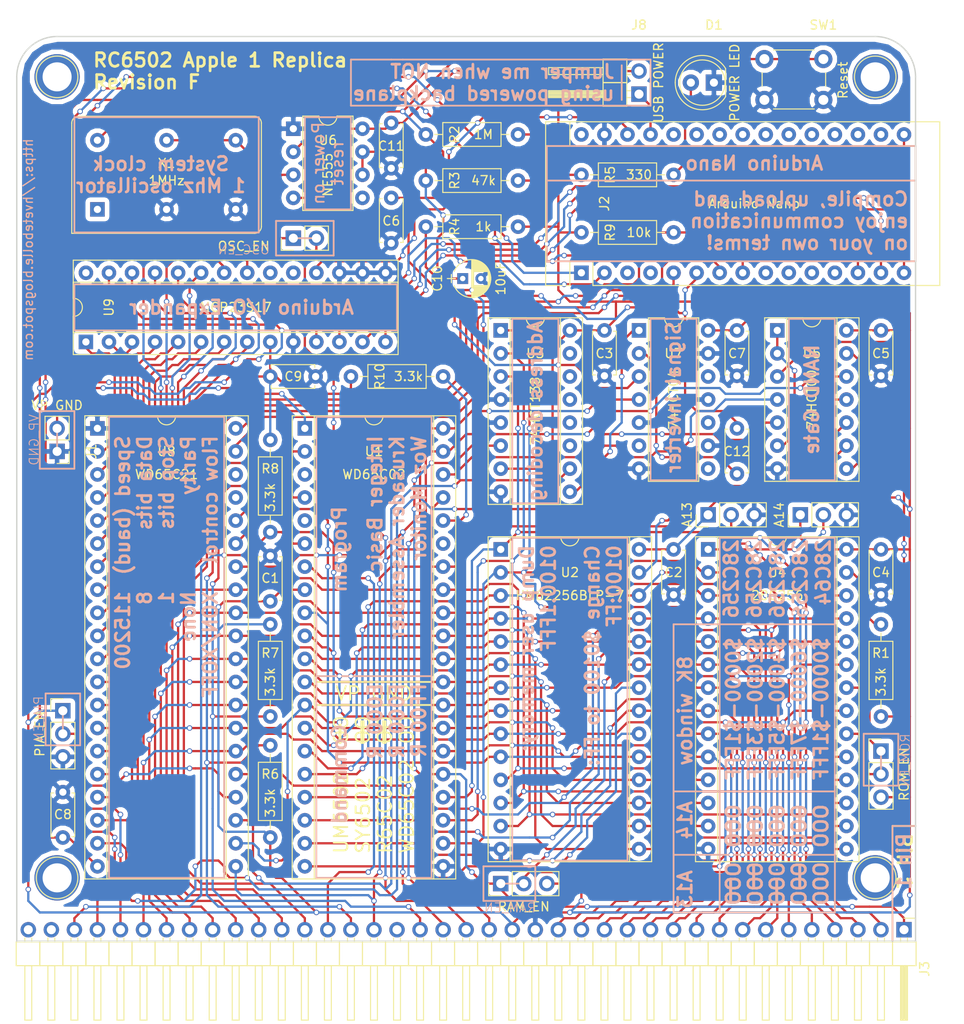
<source format=kicad_pcb>
(kicad_pcb (version 4) (host pcbnew 4.0.7)
  (layers (0 F.Cu signal) (31 B.Cu signal) (34 B.Paste user) (35 F.Paste user) (36 B.SilkS user) (37 F.SilkS user) (38 B.Mask user) (39 F.Mask user) (44 Edge.Cuts user))
  (net 0 "")
  (net 1 GND)
  (net 2 OUT_DA)
  (net 3 VCC)
  (net 4 "Net-(D1-Pad2)")
  (net 5 "Net-(J1-Pad2)")
  (net 6 TX)
  (net 7 RX)
  (net 8 KBD_READY)
  (net 9 KBD_STROBE)
  (net 10 OUT_RDA)
  (net 11 P_RESET)
  (net 12 "Net-(J2-Pad13)")
  (net 13 "Net-(J2-Pad14)")
  (net 14 "Net-(J2-Pad15)")
  (net 15 "Net-(J2-Pad16)")
  (net 16 A15)
  (net 17 A14)
  (net 18 A13)
  (net 19 A12)
  (net 20 A11)
  (net 21 A10)
  (net 22 A9)
  (net 23 A8)
  (net 24 A7)
  (net 25 A6)
  (net 26 A5)
  (net 27 A4)
  (net 28 A3)
  (net 29 A2)
  (net 30 A1)
  (net 31 A0)
  (net 32 PHI2)
  (net 33 RESET)
  (net 34 CLOCK)
  (net 35 IRQ)
  (net 36 RW)
  (net 37 RDY)
  (net 38 SYNC)
  (net 39 D0)
  (net 40 D1)
  (net 41 D2)
  (net 42 D3)
  (net 43 D4)
  (net 44 D5)
  (net 45 D6)
  (net 46 D7)
  (net 47 NMI)
  (net 48 A13_W)
  (net 49 A14_W)
  (net 50 "Net-(R1-Pad1)")
  (net 51 CS_PIA)
  (net 52 CS_ROM)
  (net 53 "Net-(U5-Pad1)")
  (net 54 KBD_D0)
  (net 55 KBD_D1)
  (net 56 KBD_D2)
  (net 57 KBD_D3)
  (net 58 KBD_D4)
  (net 59 KBD_D5)
  (net 60 KBD_D6)
  (net 61 KBD_D7)
  (net 62 OUT_D0)
  (net 63 OUT_D1)
  (net 64 OUT_D2)
  (net 65 OUT_D3)
  (net 66 OUT_D4)
  (net 67 OUT_D5)
  (net 68 OUT_D6)
  (net 69 "Net-(U2-Pad27)")
  (net 70 "Net-(U3-Pad9)")
  (net 71 "Net-(U3-Pad7)")
  (net 72 "Net-(U5-Pad13)")
  (net 73 "Net-(U6-Pad3)")
  (net 74 "Net-(U7-Pad1)")
  (net 75 "Net-(C6-Pad1)")
  (net 76 "Net-(C10-Pad1)")
  (net 77 "Net-(C12-Pad2)")
  (net 78 "Net-(J2-Pad27)")
  (net 79 "Net-(R10-Pad1)")
  (net 80 "Net-(J9-Pad2)")
  (net 81 "Net-(J10-Pad2)")
  (net 82 "Net-(J11-Pad2)")
  (net 83 "Net-(JP1-Pad1)")
  (module Housings_DIP:DIP-40_W15.24mm_Socket (layer F.Cu) (at 147.955 82.55)
    (fp_text reference U1 (at 7.62 2.54) (layer F.SilkS))
    (fp_text value WD65C02 (at 7.62 5.08 180) (layer F.SilkS))
    (pad 1 thru_hole rect (at 0 0) (size 1.6 1.6) (drill 0.8) (layers *.Cu *.Mask) (net 5 "Net-(J1-Pad2)"))
    (pad 21 thru_hole oval (at 15.24 48.26) (size 1.6 1.6) (drill 0.8) (layers *.Cu *.Mask) (net 1 GND))
    (pad 2 thru_hole oval (at 0 2.54) (size 1.6 1.6) (drill 0.8) (layers *.Cu *.Mask) (net 37 RDY))
    (pad 22 thru_hole oval (at 15.24 45.72) (size 1.6 1.6) (drill 0.8) (layers *.Cu *.Mask) (net 19 A12))
    (pad 3 thru_hole oval (at 0 5.08) (size 1.6 1.6) (drill 0.8) (layers *.Cu *.Mask))
    (pad 23 thru_hole oval (at 15.24 43.18) (size 1.6 1.6) (drill 0.8) (layers *.Cu *.Mask) (net 18 A13))
    (pad 4 thru_hole oval (at 0 7.62) (size 1.6 1.6) (drill 0.8) (layers *.Cu *.Mask) (net 35 IRQ))
    (pad 24 thru_hole oval (at 15.24 40.64) (size 1.6 1.6) (drill 0.8) (layers *.Cu *.Mask) (net 17 A14))
    (pad 5 thru_hole oval (at 0 10.16) (size 1.6 1.6) (drill 0.8) (layers *.Cu *.Mask))
    (pad 25 thru_hole oval (at 15.24 38.1) (size 1.6 1.6) (drill 0.8) (layers *.Cu *.Mask) (net 16 A15))
    (pad 6 thru_hole oval (at 0 12.7) (size 1.6 1.6) (drill 0.8) (layers *.Cu *.Mask) (net 47 NMI))
    (pad 26 thru_hole oval (at 15.24 35.56) (size 1.6 1.6) (drill 0.8) (layers *.Cu *.Mask) (net 46 D7))
    (pad 7 thru_hole oval (at 0 15.24) (size 1.6 1.6) (drill 0.8) (layers *.Cu *.Mask) (net 38 SYNC))
    (pad 27 thru_hole oval (at 15.24 33.02) (size 1.6 1.6) (drill 0.8) (layers *.Cu *.Mask) (net 45 D6))
    (pad 8 thru_hole oval (at 0 17.78) (size 1.6 1.6) (drill 0.8) (layers *.Cu *.Mask) (net 3 VCC))
    (pad 28 thru_hole oval (at 15.24 30.48) (size 1.6 1.6) (drill 0.8) (layers *.Cu *.Mask) (net 44 D5))
    (pad 9 thru_hole oval (at 0 20.32) (size 1.6 1.6) (drill 0.8) (layers *.Cu *.Mask) (net 31 A0))
    (pad 29 thru_hole oval (at 15.24 27.94) (size 1.6 1.6) (drill 0.8) (layers *.Cu *.Mask) (net 43 D4))
    (pad 10 thru_hole oval (at 0 22.86) (size 1.6 1.6) (drill 0.8) (layers *.Cu *.Mask) (net 30 A1))
    (pad 30 thru_hole oval (at 15.24 25.4) (size 1.6 1.6) (drill 0.8) (layers *.Cu *.Mask) (net 42 D3))
    (pad 11 thru_hole oval (at 0 25.4) (size 1.6 1.6) (drill 0.8) (layers *.Cu *.Mask) (net 29 A2))
    (pad 31 thru_hole oval (at 15.24 22.86) (size 1.6 1.6) (drill 0.8) (layers *.Cu *.Mask) (net 41 D2))
    (pad 12 thru_hole oval (at 0 27.94) (size 1.6 1.6) (drill 0.8) (layers *.Cu *.Mask) (net 28 A3))
    (pad 32 thru_hole oval (at 15.24 20.32) (size 1.6 1.6) (drill 0.8) (layers *.Cu *.Mask) (net 40 D1))
    (pad 13 thru_hole oval (at 0 30.48) (size 1.6 1.6) (drill 0.8) (layers *.Cu *.Mask) (net 27 A4))
    (pad 33 thru_hole oval (at 15.24 17.78) (size 1.6 1.6) (drill 0.8) (layers *.Cu *.Mask) (net 39 D0))
    (pad 14 thru_hole oval (at 0 33.02) (size 1.6 1.6) (drill 0.8) (layers *.Cu *.Mask) (net 26 A5))
    (pad 34 thru_hole oval (at 15.24 15.24) (size 1.6 1.6) (drill 0.8) (layers *.Cu *.Mask) (net 36 RW))
    (pad 15 thru_hole oval (at 0 35.56) (size 1.6 1.6) (drill 0.8) (layers *.Cu *.Mask) (net 25 A6))
    (pad 35 thru_hole oval (at 15.24 12.7) (size 1.6 1.6) (drill 0.8) (layers *.Cu *.Mask))
    (pad 16 thru_hole oval (at 0 38.1) (size 1.6 1.6) (drill 0.8) (layers *.Cu *.Mask) (net 24 A7))
    (pad 36 thru_hole oval (at 15.24 10.16) (size 1.6 1.6) (drill 0.8) (layers *.Cu *.Mask) (net 79 "Net-(R10-Pad1)"))
    (pad 17 thru_hole oval (at 0 40.64) (size 1.6 1.6) (drill 0.8) (layers *.Cu *.Mask) (net 23 A8))
    (pad 37 thru_hole oval (at 15.24 7.62) (size 1.6 1.6) (drill 0.8) (layers *.Cu *.Mask) (net 34 CLOCK))
    (pad 18 thru_hole oval (at 0 43.18) (size 1.6 1.6) (drill 0.8) (layers *.Cu *.Mask) (net 22 A9))
    (pad 38 thru_hole oval (at 15.24 5.08) (size 1.6 1.6) (drill 0.8) (layers *.Cu *.Mask) (net 3 VCC))
    (pad 19 thru_hole oval (at 0 45.72) (size 1.6 1.6) (drill 0.8) (layers *.Cu *.Mask) (net 21 A10))
    (pad 39 thru_hole oval (at 15.24 2.54) (size 1.6 1.6) (drill 0.8) (layers *.Cu *.Mask) (net 32 PHI2))
    (pad 20 thru_hole oval (at 0 48.26) (size 1.6 1.6) (drill 0.8) (layers *.Cu *.Mask) (net 20 A11))
    (pad 40 thru_hole oval (at 15.24 0) (size 1.6 1.6) (drill 0.8) (layers *.Cu *.Mask) (net 33 RESET))
  )
  (module Capacitors_THT:C_Disc_D4.7mm_W2.5mm_P5.00mm (layer F.Cu) (at 144.145 101.6 90)
    (fp_text reference C1 (at 2.54 0 180) (layer F.SilkS))
    (fp_text value 100nF)
    (pad 1 thru_hole circle (at 0 0 90) (size 1.6 1.6) (drill 0.8) (layers *.Cu *.Mask) (net 3 VCC))
    (pad 2 thru_hole circle (at 5 0 90) (size 1.6 1.6) (drill 0.8) (layers *.Cu *.Mask) (net 1 GND))
  )
  (module Capacitors_THT:C_Disc_D4.7mm_W2.5mm_P5.00mm (layer F.Cu) (at 188.595 95.885 270)
    (fp_text reference C2 (at 2.54 0 360) (layer F.SilkS))
    (fp_text value 100nF)
    (pad 1 thru_hole circle (at 0 0 270) (size 1.6 1.6) (drill 0.8) (layers *.Cu *.Mask) (net 3 VCC))
    (pad 2 thru_hole circle (at 5 0 270) (size 1.6 1.6) (drill 0.8) (layers *.Cu *.Mask) (net 1 GND))
  )
  (module Capacitors_THT:C_Disc_D4.7mm_W2.5mm_P5.00mm (layer F.Cu) (at 211.455 95.885 270)
    (fp_text reference C4 (at 2.54 0 360) (layer F.SilkS))
    (fp_text value 100nF)
    (pad 1 thru_hole circle (at 0 0 270) (size 1.6 1.6) (drill 0.8) (layers *.Cu *.Mask) (net 3 VCC))
    (pad 2 thru_hole circle (at 5 0 270) (size 1.6 1.6) (drill 0.8) (layers *.Cu *.Mask) (net 1 GND))
  )
  (module Capacitors_THT:C_Disc_D4.7mm_W2.5mm_P5.00mm (layer F.Cu) (at 211.455 71.755 270)
    (fp_text reference C5 (at 2.54 0 360) (layer F.SilkS))
    (fp_text value 100nF)
    (pad 1 thru_hole circle (at 0 0 270) (size 1.6 1.6) (drill 0.8) (layers *.Cu *.Mask) (net 3 VCC))
    (pad 2 thru_hole circle (at 5 0 270) (size 1.6 1.6) (drill 0.8) (layers *.Cu *.Mask) (net 1 GND))
  )
  (module Capacitors_THT:C_Disc_D4.7mm_W2.5mm_P5.00mm (layer F.Cu) (at 157.48 57.15 270)
    (fp_text reference C6 (at 2.54 0 540) (layer F.SilkS))
    (fp_text value 100nF)
    (pad 1 thru_hole circle (at 0 0 270) (size 1.6 1.6) (drill 0.8) (layers *.Cu *.Mask) (net 75 "Net-(C6-Pad1)"))
    (pad 2 thru_hole circle (at 5 0 270) (size 1.6 1.6) (drill 0.8) (layers *.Cu *.Mask) (net 1 GND))
  )
  (module Capacitors_THT:C_Disc_D4.7mm_W2.5mm_P5.00mm (layer F.Cu) (at 195.58 71.755 270)
    (fp_text reference C7 (at 2.54 0 360) (layer F.SilkS))
    (fp_text value 100nF)
    (pad 1 thru_hole circle (at 0 0 270) (size 1.6 1.6) (drill 0.8) (layers *.Cu *.Mask) (net 3 VCC))
    (pad 2 thru_hole circle (at 5 0 270) (size 1.6 1.6) (drill 0.8) (layers *.Cu *.Mask) (net 1 GND))
  )
  (module Capacitors_THT:C_Disc_D4.7mm_W2.5mm_P5.00mm (layer F.Cu) (at 121.285 127.635 90)
    (fp_text reference C8 (at 2.54 0 180) (layer F.SilkS))
    (fp_text value 100nF)
    (pad 1 thru_hole circle (at 0 0 90) (size 1.6 1.6) (drill 0.8) (layers *.Cu *.Mask) (net 3 VCC))
    (pad 2 thru_hole circle (at 5 0 90) (size 1.6 1.6) (drill 0.8) (layers *.Cu *.Mask) (net 1 GND))
  )
  (module Capacitors_THT:C_Disc_D4.7mm_W2.5mm_P5.00mm (layer F.Cu) (at 144.145 76.835)
    (fp_text reference C9 (at 2.54 0) (layer F.SilkS))
    (fp_text value 100nF)
    (pad 1 thru_hole circle (at 0 0) (size 1.6 1.6) (drill 0.8) (layers *.Cu *.Mask) (net 3 VCC))
    (pad 2 thru_hole circle (at 5 0) (size 1.6 1.6) (drill 0.8) (layers *.Cu *.Mask) (net 1 GND))
  )
  (module Capacitors_THT:C_Disc_D4.7mm_W2.5mm_P5.00mm (layer F.Cu) (at 157.48 48.895 270)
    (fp_text reference C11 (at 2.54 0 360) (layer F.SilkS))
    (fp_text value 100nF)
    (pad 1 thru_hole circle (at 0 0 270) (size 1.6 1.6) (drill 0.8) (layers *.Cu *.Mask) (net 3 VCC))
    (pad 2 thru_hole circle (at 5 0 270) (size 1.6 1.6) (drill 0.8) (layers *.Cu *.Mask) (net 1 GND))
  )
  (module Modules:Arduino_Nano (layer F.Cu) (at 178.435 65.405 90)
    (fp_text reference J2 (at 7.62 2.54 90) (layer F.SilkS))
    (fp_text value "Arduino Nano" (at 7.62 19.05 180) (layer F.SilkS))
    (pad 1 thru_hole rect (at 0 0 90) (size 1.6 1.6) (drill 0.8) (layers *.Cu *.Mask) (net 6 TX))
    (pad 17 thru_hole oval (at 15.24 33.02 90) (size 1.6 1.6) (drill 0.8) (layers *.Cu *.Mask))
    (pad 2 thru_hole oval (at 0 2.54 90) (size 1.6 1.6) (drill 0.8) (layers *.Cu *.Mask) (net 7 RX))
    (pad 18 thru_hole oval (at 15.24 30.48 90) (size 1.6 1.6) (drill 0.8) (layers *.Cu *.Mask))
    (pad 3 thru_hole oval (at 0 5.08 90) (size 1.6 1.6) (drill 0.8) (layers *.Cu *.Mask))
    (pad 19 thru_hole oval (at 15.24 27.94 90) (size 1.6 1.6) (drill 0.8) (layers *.Cu *.Mask))
    (pad 4 thru_hole oval (at 0 7.62 90) (size 1.6 1.6) (drill 0.8) (layers *.Cu *.Mask))
    (pad 20 thru_hole oval (at 15.24 25.4 90) (size 1.6 1.6) (drill 0.8) (layers *.Cu *.Mask))
    (pad 5 thru_hole oval (at 0 10.16 90) (size 1.6 1.6) (drill 0.8) (layers *.Cu *.Mask) (net 8 KBD_READY))
    (pad 21 thru_hole oval (at 15.24 22.86 90) (size 1.6 1.6) (drill 0.8) (layers *.Cu *.Mask))
    (pad 6 thru_hole oval (at 0 12.7 90) (size 1.6 1.6) (drill 0.8) (layers *.Cu *.Mask) (net 2 OUT_DA))
    (pad 22 thru_hole oval (at 15.24 20.32 90) (size 1.6 1.6) (drill 0.8) (layers *.Cu *.Mask))
    (pad 7 thru_hole oval (at 0 15.24 90) (size 1.6 1.6) (drill 0.8) (layers *.Cu *.Mask) (net 9 KBD_STROBE))
    (pad 23 thru_hole oval (at 15.24 17.78 90) (size 1.6 1.6) (drill 0.8) (layers *.Cu *.Mask))
    (pad 8 thru_hole oval (at 0 17.78 90) (size 1.6 1.6) (drill 0.8) (layers *.Cu *.Mask) (net 10 OUT_RDA))
    (pad 24 thru_hole oval (at 15.24 15.24 90) (size 1.6 1.6) (drill 0.8) (layers *.Cu *.Mask))
    (pad 9 thru_hole oval (at 0 20.32 90) (size 1.6 1.6) (drill 0.8) (layers *.Cu *.Mask))
    (pad 25 thru_hole oval (at 15.24 12.7 90) (size 1.6 1.6) (drill 0.8) (layers *.Cu *.Mask))
    (pad 10 thru_hole oval (at 0 22.86 90) (size 1.6 1.6) (drill 0.8) (layers *.Cu *.Mask))
    (pad 26 thru_hole oval (at 15.24 10.16 90) (size 1.6 1.6) (drill 0.8) (layers *.Cu *.Mask))
    (pad 11 thru_hole oval (at 0 25.4 90) (size 1.6 1.6) (drill 0.8) (layers *.Cu *.Mask))
    (pad 27 thru_hole oval (at 15.24 7.62 90) (size 1.6 1.6) (drill 0.8) (layers *.Cu *.Mask) (net 78 "Net-(J2-Pad27)"))
    (pad 12 thru_hole oval (at 0 27.94 90) (size 1.6 1.6) (drill 0.8) (layers *.Cu *.Mask))
    (pad 28 thru_hole oval (at 15.24 5.08 90) (size 1.6 1.6) (drill 0.8) (layers *.Cu *.Mask) (net 11 P_RESET))
    (pad 13 thru_hole oval (at 0 30.48 90) (size 1.6 1.6) (drill 0.8) (layers *.Cu *.Mask) (net 12 "Net-(J2-Pad13)"))
    (pad 29 thru_hole oval (at 15.24 2.54 90) (size 1.6 1.6) (drill 0.8) (layers *.Cu *.Mask) (net 1 GND))
    (pad 14 thru_hole oval (at 0 33.02 90) (size 1.6 1.6) (drill 0.8) (layers *.Cu *.Mask) (net 13 "Net-(J2-Pad14)"))
    (pad 30 thru_hole oval (at 15.24 0 90) (size 1.6 1.6) (drill 0.8) (layers *.Cu *.Mask))
    (pad 15 thru_hole oval (at 0 35.56 90) (size 1.6 1.6) (drill 0.8) (layers *.Cu *.Mask) (net 14 "Net-(J2-Pad15)"))
    (pad 16 thru_hole oval (at 15.24 35.56 90) (size 1.6 1.6) (drill 0.8) (layers *.Cu *.Mask) (net 15 "Net-(J2-Pad16)"))
  )
  (module Pin_Headers:Pin_Header_Angled_1x39_Pitch2.54mm (layer F.Cu) (at 213.995 137.795 270)
    (fp_text reference J3 (at 4.315 -2.27 270) (layer F.SilkS))
    (fp_text value Backplane)
    (pad 1 thru_hole rect (at 0 0 270) (size 1.7 1.7) (drill 1) (layers *.Cu *.Mask) (net 16 A15))
    (pad 2 thru_hole oval (at 0 2.54 270) (size 1.7 1.7) (drill 1) (layers *.Cu *.Mask) (net 17 A14))
    (pad 3 thru_hole oval (at 0 5.08 270) (size 1.7 1.7) (drill 1) (layers *.Cu *.Mask) (net 18 A13))
    (pad 4 thru_hole oval (at 0 7.62 270) (size 1.7 1.7) (drill 1) (layers *.Cu *.Mask) (net 19 A12))
    (pad 5 thru_hole oval (at 0 10.16 270) (size 1.7 1.7) (drill 1) (layers *.Cu *.Mask) (net 20 A11))
    (pad 6 thru_hole oval (at 0 12.7 270) (size 1.7 1.7) (drill 1) (layers *.Cu *.Mask) (net 21 A10))
    (pad 7 thru_hole oval (at 0 15.24 270) (size 1.7 1.7) (drill 1) (layers *.Cu *.Mask) (net 22 A9))
    (pad 8 thru_hole oval (at 0 17.78 270) (size 1.7 1.7) (drill 1) (layers *.Cu *.Mask) (net 23 A8))
    (pad 9 thru_hole oval (at 0 20.32 270) (size 1.7 1.7) (drill 1) (layers *.Cu *.Mask) (net 24 A7))
    (pad 10 thru_hole oval (at 0 22.86 270) (size 1.7 1.7) (drill 1) (layers *.Cu *.Mask) (net 25 A6))
    (pad 11 thru_hole oval (at 0 25.4 270) (size 1.7 1.7) (drill 1) (layers *.Cu *.Mask) (net 26 A5))
    (pad 12 thru_hole oval (at 0 27.94 270) (size 1.7 1.7) (drill 1) (layers *.Cu *.Mask) (net 27 A4))
    (pad 13 thru_hole oval (at 0 30.48 270) (size 1.7 1.7) (drill 1) (layers *.Cu *.Mask) (net 28 A3))
    (pad 14 thru_hole oval (at 0 33.02 270) (size 1.7 1.7) (drill 1) (layers *.Cu *.Mask) (net 29 A2))
    (pad 15 thru_hole oval (at 0 35.56 270) (size 1.7 1.7) (drill 1) (layers *.Cu *.Mask) (net 30 A1))
    (pad 16 thru_hole oval (at 0 38.1 270) (size 1.7 1.7) (drill 1) (layers *.Cu *.Mask) (net 31 A0))
    (pad 17 thru_hole oval (at 0 40.64 270) (size 1.7 1.7) (drill 1) (layers *.Cu *.Mask) (net 1 GND))
    (pad 18 thru_hole oval (at 0 43.18 270) (size 1.7 1.7) (drill 1) (layers *.Cu *.Mask) (net 3 VCC))
    (pad 19 thru_hole oval (at 0 45.72 270) (size 1.7 1.7) (drill 1) (layers *.Cu *.Mask) (net 32 PHI2))
    (pad 20 thru_hole oval (at 0 48.26 270) (size 1.7 1.7) (drill 1) (layers *.Cu *.Mask) (net 33 RESET))
    (pad 21 thru_hole oval (at 0 50.8 270) (size 1.7 1.7) (drill 1) (layers *.Cu *.Mask) (net 34 CLOCK))
    (pad 22 thru_hole oval (at 0 53.34 270) (size 1.7 1.7) (drill 1) (layers *.Cu *.Mask) (net 35 IRQ))
    (pad 23 thru_hole oval (at 0 55.88 270) (size 1.7 1.7) (drill 1) (layers *.Cu *.Mask))
    (pad 24 thru_hole oval (at 0 58.42 270) (size 1.7 1.7) (drill 1) (layers *.Cu *.Mask) (net 36 RW))
    (pad 25 thru_hole oval (at 0 60.96 270) (size 1.7 1.7) (drill 1) (layers *.Cu *.Mask) (net 37 RDY))
    (pad 26 thru_hole oval (at 0 63.5 270) (size 1.7 1.7) (drill 1) (layers *.Cu *.Mask) (net 38 SYNC))
    (pad 27 thru_hole oval (at 0 66.04 270) (size 1.7 1.7) (drill 1) (layers *.Cu *.Mask) (net 39 D0))
    (pad 28 thru_hole oval (at 0 68.58 270) (size 1.7 1.7) (drill 1) (layers *.Cu *.Mask) (net 40 D1))
    (pad 29 thru_hole oval (at 0 71.12 270) (size 1.7 1.7) (drill 1) (layers *.Cu *.Mask) (net 41 D2))
    (pad 30 thru_hole oval (at 0 73.66 270) (size 1.7 1.7) (drill 1) (layers *.Cu *.Mask) (net 42 D3))
    (pad 31 thru_hole oval (at 0 76.2 270) (size 1.7 1.7) (drill 1) (layers *.Cu *.Mask) (net 43 D4))
    (pad 32 thru_hole oval (at 0 78.74 270) (size 1.7 1.7) (drill 1) (layers *.Cu *.Mask) (net 44 D5))
    (pad 33 thru_hole oval (at 0 81.28 270) (size 1.7 1.7) (drill 1) (layers *.Cu *.Mask) (net 45 D6))
    (pad 34 thru_hole oval (at 0 83.82 270) (size 1.7 1.7) (drill 1) (layers *.Cu *.Mask) (net 46 D7))
    (pad 35 thru_hole oval (at 0 86.36 270) (size 1.7 1.7) (drill 1) (layers *.Cu *.Mask) (net 6 TX))
    (pad 36 thru_hole oval (at 0 88.9 270) (size 1.7 1.7) (drill 1) (layers *.Cu *.Mask) (net 7 RX))
    (pad 37 thru_hole oval (at 0 91.44 270) (size 1.7 1.7) (drill 1) (layers *.Cu *.Mask) (net 47 NMI))
    (pad 38 thru_hole oval (at 0 93.98 270) (size 1.7 1.7) (drill 1) (layers *.Cu *.Mask))
    (pad 39 thru_hole oval (at 0 96.52 270) (size 1.7 1.7) (drill 1) (layers *.Cu *.Mask))
  )
  (module Resistors_THT:R_Axial_DIN0207_L6.3mm_D2.5mm_P10.16mm_Horizontal (layer F.Cu) (at 211.455 104.14 270)
    (fp_text reference R1 (at 3.175 0 360) (layer F.SilkS))
    (fp_text value 3.3k (at 6.35 0 270) (layer F.SilkS))
    (pad 1 thru_hole circle (at 0 0 270) (size 1.6 1.6) (drill 0.8) (layers *.Cu *.Mask) (net 50 "Net-(R1-Pad1)"))
    (pad 2 thru_hole oval (at 10.16 0 270) (size 1.6 1.6) (drill 0.8) (layers *.Cu *.Mask) (net 3 VCC))
  )
  (module Resistors_THT:R_Axial_DIN0207_L6.3mm_D2.5mm_P10.16mm_Horizontal (layer F.Cu) (at 171.45 50.165 180)
    (fp_text reference R2 (at 6.985 0 270) (layer F.SilkS))
    (fp_text value 1M (at 3.81 0 180) (layer F.SilkS))
    (pad 1 thru_hole circle (at 0 0 180) (size 1.6 1.6) (drill 0.8) (layers *.Cu *.Mask) (net 3 VCC))
    (pad 2 thru_hole oval (at 10.16 0 180) (size 1.6 1.6) (drill 0.8) (layers *.Cu *.Mask) (net 75 "Net-(C6-Pad1)"))
  )
  (module Resistors_THT:R_Axial_DIN0207_L6.3mm_D2.5mm_P10.16mm_Horizontal (layer F.Cu) (at 171.45 55.245 180)
    (fp_text reference R3 (at 6.985 0 270) (layer F.SilkS))
    (fp_text value 47k (at 3.81 0 180) (layer F.SilkS))
    (pad 1 thru_hole circle (at 0 0 180) (size 1.6 1.6) (drill 0.8) (layers *.Cu *.Mask) (net 3 VCC))
    (pad 2 thru_hole oval (at 10.16 0 180) (size 1.6 1.6) (drill 0.8) (layers *.Cu *.Mask) (net 76 "Net-(C10-Pad1)"))
  )
  (module Resistors_THT:R_Axial_DIN0207_L6.3mm_D2.5mm_P10.16mm_Horizontal (layer F.Cu) (at 161.29 60.325)
    (fp_text reference R4 (at 3.175 0 90) (layer F.SilkS))
    (fp_text value 1k (at 6.35 0) (layer F.SilkS))
    (pad 1 thru_hole circle (at 0 0) (size 1.6 1.6) (drill 0.8) (layers *.Cu *.Mask) (net 33 RESET))
    (pad 2 thru_hole oval (at 10.16 0) (size 1.6 1.6) (drill 0.8) (layers *.Cu *.Mask) (net 3 VCC))
  )
  (module Resistors_THT:R_Axial_DIN0207_L6.3mm_D2.5mm_P10.16mm_Horizontal (layer F.Cu) (at 178.435 54.61)
    (fp_text reference R5 (at 3.175 0 90) (layer F.SilkS))
    (fp_text value 330 (at 6.35 0) (layer F.SilkS))
    (pad 1 thru_hole circle (at 0 0) (size 1.6 1.6) (drill 0.8) (layers *.Cu *.Mask) (net 3 VCC))
    (pad 2 thru_hole oval (at 10.16 0) (size 1.6 1.6) (drill 0.8) (layers *.Cu *.Mask) (net 4 "Net-(D1-Pad2)"))
  )
  (module Resistors_THT:R_Axial_DIN0207_L6.3mm_D2.5mm_P10.16mm_Horizontal (layer F.Cu) (at 144.145 117.475 270)
    (fp_text reference R6 (at 3.175 0 360) (layer F.SilkS))
    (fp_text value 3.3k (at 6.35 0 270) (layer F.SilkS))
    (pad 1 thru_hole circle (at 0 0 270) (size 1.6 1.6) (drill 0.8) (layers *.Cu *.Mask) (net 37 RDY))
    (pad 2 thru_hole oval (at 10.16 0 270) (size 1.6 1.6) (drill 0.8) (layers *.Cu *.Mask) (net 3 VCC))
  )
  (module Resistors_THT:R_Axial_DIN0207_L6.3mm_D2.5mm_P10.16mm_Horizontal (layer F.Cu) (at 144.145 114.3 90)
    (fp_text reference R7 (at 6.985 0 180) (layer F.SilkS))
    (fp_text value 3.3k (at 3.81 0 90) (layer F.SilkS))
    (pad 1 thru_hole circle (at 0 0 90) (size 1.6 1.6) (drill 0.8) (layers *.Cu *.Mask) (net 35 IRQ))
    (pad 2 thru_hole oval (at 10.16 0 90) (size 1.6 1.6) (drill 0.8) (layers *.Cu *.Mask) (net 3 VCC))
  )
  (module Resistors_THT:R_Axial_DIN0207_L6.3mm_D2.5mm_P10.16mm_Horizontal (layer F.Cu) (at 144.145 93.98 90)
    (fp_text reference R8 (at 6.985 0 180) (layer F.SilkS))
    (fp_text value 3.3k (at 3.81 0 90) (layer F.SilkS))
    (pad 1 thru_hole circle (at 0 0 90) (size 1.6 1.6) (drill 0.8) (layers *.Cu *.Mask) (net 47 NMI))
    (pad 2 thru_hole oval (at 10.16 0 90) (size 1.6 1.6) (drill 0.8) (layers *.Cu *.Mask) (net 3 VCC))
  )
  (module Resistors_THT:R_Axial_DIN0207_L6.3mm_D2.5mm_P10.16mm_Horizontal (layer F.Cu) (at 178.435 60.96)
    (fp_text reference R9 (at 3.175 0 90) (layer F.SilkS))
    (fp_text value 10k (at 6.35 0) (layer F.SilkS))
    (pad 1 thru_hole circle (at 0 0) (size 1.6 1.6) (drill 0.8) (layers *.Cu *.Mask) (net 3 VCC))
    (pad 2 thru_hole oval (at 10.16 0) (size 1.6 1.6) (drill 0.8) (layers *.Cu *.Mask) (net 12 "Net-(J2-Pad13)"))
  )
  (module Buttons_Switches_THT:SW_PUSH_6mm (layer F.Cu) (at 205.105 46.355 180)
    (fp_text reference SW1 (at 0 8.255 180) (layer F.SilkS))
    (fp_text value RESET)
    (pad 2 thru_hole circle (at 0 4.5 270) (size 2 2) (drill 1.1) (layers *.Cu *.Mask) (net 75 "Net-(C6-Pad1)"))
    (pad 1 thru_hole circle (at 0 0 270) (size 2 2) (drill 1.1) (layers *.Cu *.Mask) (net 1 GND))
    (pad 2 thru_hole circle (at 6.5 4.5 270) (size 2 2) (drill 1.1) (layers *.Cu *.Mask) (net 75 "Net-(C6-Pad1)"))
    (pad 1 thru_hole circle (at 6.5 0 270) (size 2 2) (drill 1.1) (layers *.Cu *.Mask) (net 1 GND))
  )
  (module Housings_DIP:DIP-28_W15.24mm_Socket (layer F.Cu) (at 169.545 95.885)
    (fp_text reference U2 (at 7.62 2.54) (layer F.SilkS))
    (fp_text value HM62256BLP-7 (at 7.62 5.08) (layer F.SilkS))
    (pad 1 thru_hole rect (at 0 0) (size 1.6 1.6) (drill 0.8) (layers *.Cu *.Mask) (net 17 A14))
    (pad 15 thru_hole oval (at 15.24 33.02) (size 1.6 1.6) (drill 0.8) (layers *.Cu *.Mask) (net 42 D3))
    (pad 2 thru_hole oval (at 0 2.54) (size 1.6 1.6) (drill 0.8) (layers *.Cu *.Mask) (net 19 A12))
    (pad 16 thru_hole oval (at 15.24 30.48) (size 1.6 1.6) (drill 0.8) (layers *.Cu *.Mask) (net 43 D4))
    (pad 3 thru_hole oval (at 0 5.08) (size 1.6 1.6) (drill 0.8) (layers *.Cu *.Mask) (net 24 A7))
    (pad 17 thru_hole oval (at 15.24 27.94) (size 1.6 1.6) (drill 0.8) (layers *.Cu *.Mask) (net 44 D5))
    (pad 4 thru_hole oval (at 0 7.62) (size 1.6 1.6) (drill 0.8) (layers *.Cu *.Mask) (net 25 A6))
    (pad 18 thru_hole oval (at 15.24 25.4) (size 1.6 1.6) (drill 0.8) (layers *.Cu *.Mask) (net 45 D6))
    (pad 5 thru_hole oval (at 0 10.16) (size 1.6 1.6) (drill 0.8) (layers *.Cu *.Mask) (net 26 A5))
    (pad 19 thru_hole oval (at 15.24 22.86) (size 1.6 1.6) (drill 0.8) (layers *.Cu *.Mask) (net 46 D7))
    (pad 6 thru_hole oval (at 0 12.7) (size 1.6 1.6) (drill 0.8) (layers *.Cu *.Mask) (net 27 A4))
    (pad 20 thru_hole oval (at 15.24 20.32) (size 1.6 1.6) (drill 0.8) (layers *.Cu *.Mask) (net 81 "Net-(J10-Pad2)"))
    (pad 7 thru_hole oval (at 0 15.24) (size 1.6 1.6) (drill 0.8) (layers *.Cu *.Mask) (net 28 A3))
    (pad 21 thru_hole oval (at 15.24 17.78) (size 1.6 1.6) (drill 0.8) (layers *.Cu *.Mask) (net 21 A10))
    (pad 8 thru_hole oval (at 0 17.78) (size 1.6 1.6) (drill 0.8) (layers *.Cu *.Mask) (net 29 A2))
    (pad 22 thru_hole oval (at 15.24 15.24) (size 1.6 1.6) (drill 0.8) (layers *.Cu *.Mask) (net 81 "Net-(J10-Pad2)"))
    (pad 9 thru_hole oval (at 0 20.32) (size 1.6 1.6) (drill 0.8) (layers *.Cu *.Mask) (net 30 A1))
    (pad 23 thru_hole oval (at 15.24 12.7) (size 1.6 1.6) (drill 0.8) (layers *.Cu *.Mask) (net 20 A11))
    (pad 10 thru_hole oval (at 0 22.86) (size 1.6 1.6) (drill 0.8) (layers *.Cu *.Mask) (net 31 A0))
    (pad 24 thru_hole oval (at 15.24 10.16) (size 1.6 1.6) (drill 0.8) (layers *.Cu *.Mask) (net 22 A9))
    (pad 11 thru_hole oval (at 0 25.4) (size 1.6 1.6) (drill 0.8) (layers *.Cu *.Mask) (net 39 D0))
    (pad 25 thru_hole oval (at 15.24 7.62) (size 1.6 1.6) (drill 0.8) (layers *.Cu *.Mask) (net 23 A8))
    (pad 12 thru_hole oval (at 0 27.94) (size 1.6 1.6) (drill 0.8) (layers *.Cu *.Mask) (net 40 D1))
    (pad 26 thru_hole oval (at 15.24 5.08) (size 1.6 1.6) (drill 0.8) (layers *.Cu *.Mask) (net 18 A13))
    (pad 13 thru_hole oval (at 0 30.48) (size 1.6 1.6) (drill 0.8) (layers *.Cu *.Mask) (net 41 D2))
    (pad 27 thru_hole oval (at 15.24 2.54) (size 1.6 1.6) (drill 0.8) (layers *.Cu *.Mask) (net 69 "Net-(U2-Pad27)"))
    (pad 14 thru_hole oval (at 0 33.02) (size 1.6 1.6) (drill 0.8) (layers *.Cu *.Mask) (net 1 GND))
    (pad 28 thru_hole oval (at 15.24 0) (size 1.6 1.6) (drill 0.8) (layers *.Cu *.Mask) (net 3 VCC))
  )
  (module Housings_DIP:DIP-14_W7.62mm_Socket (layer F.Cu) (at 200.025 71.755)
    (fp_text reference U5 (at 3.81 2.54) (layer F.SilkS))
    (fp_text value 74HCT00 (at 3.81 7.62 90) (layer F.SilkS))
    (pad 1 thru_hole rect (at 0 0) (size 1.6 1.6) (drill 0.8) (layers *.Cu *.Mask) (net 53 "Net-(U5-Pad1)"))
    (pad 8 thru_hole oval (at 7.62 15.24) (size 1.6 1.6) (drill 0.8) (layers *.Cu *.Mask) (net 72 "Net-(U5-Pad13)"))
    (pad 2 thru_hole oval (at 0 2.54) (size 1.6 1.6) (drill 0.8) (layers *.Cu *.Mask) (net 53 "Net-(U5-Pad1)"))
    (pad 9 thru_hole oval (at 7.62 12.7) (size 1.6 1.6) (drill 0.8) (layers *.Cu *.Mask) (net 36 RW))
    (pad 3 thru_hole oval (at 0 5.08) (size 1.6 1.6) (drill 0.8) (layers *.Cu *.Mask) (net 52 CS_ROM))
    (pad 10 thru_hole oval (at 7.62 10.16) (size 1.6 1.6) (drill 0.8) (layers *.Cu *.Mask) (net 36 RW))
    (pad 4 thru_hole oval (at 0 7.62) (size 1.6 1.6) (drill 0.8) (layers *.Cu *.Mask) (net 70 "Net-(U3-Pad9)"))
    (pad 11 thru_hole oval (at 7.62 7.62) (size 1.6 1.6) (drill 0.8) (layers *.Cu *.Mask) (net 69 "Net-(U2-Pad27)"))
    (pad 5 thru_hole oval (at 0 10.16) (size 1.6 1.6) (drill 0.8) (layers *.Cu *.Mask) (net 71 "Net-(U3-Pad7)"))
    (pad 12 thru_hole oval (at 7.62 5.08) (size 1.6 1.6) (drill 0.8) (layers *.Cu *.Mask) (net 32 PHI2))
    (pad 6 thru_hole oval (at 0 12.7) (size 1.6 1.6) (drill 0.8) (layers *.Cu *.Mask) (net 53 "Net-(U5-Pad1)"))
    (pad 13 thru_hole oval (at 7.62 2.54) (size 1.6 1.6) (drill 0.8) (layers *.Cu *.Mask) (net 72 "Net-(U5-Pad13)"))
    (pad 7 thru_hole oval (at 0 15.24) (size 1.6 1.6) (drill 0.8) (layers *.Cu *.Mask) (net 1 GND))
    (pad 14 thru_hole oval (at 7.62 0) (size 1.6 1.6) (drill 0.8) (layers *.Cu *.Mask) (net 3 VCC))
  )
  (module Housings_DIP:DIP-14_W7.62mm (layer F.Cu) (at 184.785 71.755)
    (fp_text reference U7 (at 3.81 2.54) (layer F.SilkS))
    (fp_text value 74HCT04 (at 3.81 7.62 90) (layer F.SilkS))
    (pad 1 thru_hole rect (at 0 0) (size 1.6 1.6) (drill 0.8) (layers *.Cu *.Mask) (net 74 "Net-(U7-Pad1)"))
    (pad 8 thru_hole oval (at 7.62 15.24) (size 1.6 1.6) (drill 0.8) (layers *.Cu *.Mask))
    (pad 2 thru_hole oval (at 0 2.54) (size 1.6 1.6) (drill 0.8) (layers *.Cu *.Mask) (net 77 "Net-(C12-Pad2)"))
    (pad 9 thru_hole oval (at 7.62 12.7) (size 1.6 1.6) (drill 0.8) (layers *.Cu *.Mask) (net 1 GND))
    (pad 3 thru_hole oval (at 0 5.08) (size 1.6 1.6) (drill 0.8) (layers *.Cu *.Mask) (net 73 "Net-(U6-Pad3)"))
    (pad 10 thru_hole oval (at 7.62 10.16) (size 1.6 1.6) (drill 0.8) (layers *.Cu *.Mask))
    (pad 4 thru_hole oval (at 0 7.62) (size 1.6 1.6) (drill 0.8) (layers *.Cu *.Mask) (net 33 RESET))
    (pad 11 thru_hole oval (at 7.62 7.62) (size 1.6 1.6) (drill 0.8) (layers *.Cu *.Mask) (net 1 GND))
    (pad 5 thru_hole oval (at 0 10.16) (size 1.6 1.6) (drill 0.8) (layers *.Cu *.Mask) (net 1 GND))
    (pad 12 thru_hole oval (at 7.62 5.08) (size 1.6 1.6) (drill 0.8) (layers *.Cu *.Mask))
    (pad 6 thru_hole oval (at 0 12.7) (size 1.6 1.6) (drill 0.8) (layers *.Cu *.Mask))
    (pad 13 thru_hole oval (at 7.62 2.54) (size 1.6 1.6) (drill 0.8) (layers *.Cu *.Mask) (net 1 GND))
    (pad 7 thru_hole oval (at 0 15.24) (size 1.6 1.6) (drill 0.8) (layers *.Cu *.Mask) (net 1 GND))
    (pad 14 thru_hole oval (at 7.62 0) (size 1.6 1.6) (drill 0.8) (layers *.Cu *.Mask) (net 3 VCC))
  )
  (module Housings_DIP:DIP-40_W15.24mm_Socket (layer F.Cu) (at 125.095 82.55)
    (fp_text reference U8 (at 7.62 2.54) (layer F.SilkS))
    (fp_text value WD65C21 (at 7.62 5.08) (layer F.SilkS))
    (pad 1 thru_hole rect (at 0 0) (size 1.6 1.6) (drill 0.8) (layers *.Cu *.Mask) (net 1 GND))
    (pad 21 thru_hole oval (at 15.24 48.26) (size 1.6 1.6) (drill 0.8) (layers *.Cu *.Mask) (net 36 RW))
    (pad 2 thru_hole oval (at 0 2.54) (size 1.6 1.6) (drill 0.8) (layers *.Cu *.Mask) (net 54 KBD_D0))
    (pad 22 thru_hole oval (at 15.24 45.72) (size 1.6 1.6) (drill 0.8) (layers *.Cu *.Mask) (net 27 A4))
    (pad 3 thru_hole oval (at 0 5.08) (size 1.6 1.6) (drill 0.8) (layers *.Cu *.Mask) (net 55 KBD_D1))
    (pad 23 thru_hole oval (at 15.24 43.18) (size 1.6 1.6) (drill 0.8) (layers *.Cu *.Mask) (net 51 CS_PIA))
    (pad 4 thru_hole oval (at 0 7.62) (size 1.6 1.6) (drill 0.8) (layers *.Cu *.Mask) (net 56 KBD_D2))
    (pad 24 thru_hole oval (at 15.24 40.64) (size 1.6 1.6) (drill 0.8) (layers *.Cu *.Mask) (net 82 "Net-(J11-Pad2)"))
    (pad 5 thru_hole oval (at 0 10.16) (size 1.6 1.6) (drill 0.8) (layers *.Cu *.Mask) (net 57 KBD_D3))
    (pad 25 thru_hole oval (at 15.24 38.1) (size 1.6 1.6) (drill 0.8) (layers *.Cu *.Mask) (net 32 PHI2))
    (pad 6 thru_hole oval (at 0 12.7) (size 1.6 1.6) (drill 0.8) (layers *.Cu *.Mask) (net 58 KBD_D4))
    (pad 26 thru_hole oval (at 15.24 35.56) (size 1.6 1.6) (drill 0.8) (layers *.Cu *.Mask) (net 46 D7))
    (pad 7 thru_hole oval (at 0 15.24) (size 1.6 1.6) (drill 0.8) (layers *.Cu *.Mask) (net 59 KBD_D5))
    (pad 27 thru_hole oval (at 15.24 33.02) (size 1.6 1.6) (drill 0.8) (layers *.Cu *.Mask) (net 45 D6))
    (pad 8 thru_hole oval (at 0 17.78) (size 1.6 1.6) (drill 0.8) (layers *.Cu *.Mask) (net 60 KBD_D6))
    (pad 28 thru_hole oval (at 15.24 30.48) (size 1.6 1.6) (drill 0.8) (layers *.Cu *.Mask) (net 44 D5))
    (pad 9 thru_hole oval (at 0 20.32) (size 1.6 1.6) (drill 0.8) (layers *.Cu *.Mask) (net 61 KBD_D7))
    (pad 29 thru_hole oval (at 15.24 27.94) (size 1.6 1.6) (drill 0.8) (layers *.Cu *.Mask) (net 43 D4))
    (pad 10 thru_hole oval (at 0 22.86) (size 1.6 1.6) (drill 0.8) (layers *.Cu *.Mask) (net 62 OUT_D0))
    (pad 30 thru_hole oval (at 15.24 25.4) (size 1.6 1.6) (drill 0.8) (layers *.Cu *.Mask) (net 42 D3))
    (pad 11 thru_hole oval (at 0 25.4) (size 1.6 1.6) (drill 0.8) (layers *.Cu *.Mask) (net 63 OUT_D1))
    (pad 31 thru_hole oval (at 15.24 22.86) (size 1.6 1.6) (drill 0.8) (layers *.Cu *.Mask) (net 41 D2))
    (pad 12 thru_hole oval (at 0 27.94) (size 1.6 1.6) (drill 0.8) (layers *.Cu *.Mask) (net 64 OUT_D2))
    (pad 32 thru_hole oval (at 15.24 20.32) (size 1.6 1.6) (drill 0.8) (layers *.Cu *.Mask) (net 40 D1))
    (pad 13 thru_hole oval (at 0 30.48) (size 1.6 1.6) (drill 0.8) (layers *.Cu *.Mask) (net 65 OUT_D3))
    (pad 33 thru_hole oval (at 15.24 17.78) (size 1.6 1.6) (drill 0.8) (layers *.Cu *.Mask) (net 39 D0))
    (pad 14 thru_hole oval (at 0 33.02) (size 1.6 1.6) (drill 0.8) (layers *.Cu *.Mask) (net 66 OUT_D4))
    (pad 34 thru_hole oval (at 15.24 15.24) (size 1.6 1.6) (drill 0.8) (layers *.Cu *.Mask) (net 33 RESET))
    (pad 15 thru_hole oval (at 0 35.56) (size 1.6 1.6) (drill 0.8) (layers *.Cu *.Mask) (net 67 OUT_D5))
    (pad 35 thru_hole oval (at 15.24 12.7) (size 1.6 1.6) (drill 0.8) (layers *.Cu *.Mask) (net 30 A1))
    (pad 16 thru_hole oval (at 0 38.1) (size 1.6 1.6) (drill 0.8) (layers *.Cu *.Mask) (net 68 OUT_D6))
    (pad 36 thru_hole oval (at 15.24 10.16) (size 1.6 1.6) (drill 0.8) (layers *.Cu *.Mask) (net 31 A0))
    (pad 17 thru_hole oval (at 0 40.64) (size 1.6 1.6) (drill 0.8) (layers *.Cu *.Mask) (net 2 OUT_DA))
    (pad 37 thru_hole oval (at 15.24 7.62) (size 1.6 1.6) (drill 0.8) (layers *.Cu *.Mask))
    (pad 18 thru_hole oval (at 0 43.18) (size 1.6 1.6) (drill 0.8) (layers *.Cu *.Mask) (net 10 OUT_RDA))
    (pad 38 thru_hole oval (at 15.24 5.08) (size 1.6 1.6) (drill 0.8) (layers *.Cu *.Mask))
    (pad 19 thru_hole oval (at 0 45.72) (size 1.6 1.6) (drill 0.8) (layers *.Cu *.Mask) (net 74 "Net-(U7-Pad1)"))
    (pad 39 thru_hole oval (at 15.24 2.54) (size 1.6 1.6) (drill 0.8) (layers *.Cu *.Mask) (net 8 KBD_READY))
    (pad 20 thru_hole oval (at 0 48.26) (size 1.6 1.6) (drill 0.8) (layers *.Cu *.Mask) (net 3 VCC))
    (pad 40 thru_hole oval (at 15.24 0) (size 1.6 1.6) (drill 0.8) (layers *.Cu *.Mask) (net 9 KBD_STROBE))
  )
  (module Housings_DIP:DIP-28_W7.62mm_Socket (layer F.Cu) (at 123.825 73.025 90)
    (fp_text reference U9 (at 3.81 2.54 270) (layer F.SilkS))
    (fp_text value MCP23S17 (at 3.81 16.51 180) (layer F.SilkS))
    (pad 1 thru_hole rect (at 0 0 90) (size 1.6 1.6) (drill 0.8) (layers *.Cu *.Mask) (net 54 KBD_D0))
    (pad 15 thru_hole oval (at 7.62 33.02 90) (size 1.6 1.6) (drill 0.8) (layers *.Cu *.Mask) (net 1 GND))
    (pad 2 thru_hole oval (at 0 2.54 90) (size 1.6 1.6) (drill 0.8) (layers *.Cu *.Mask) (net 55 KBD_D1))
    (pad 16 thru_hole oval (at 7.62 30.48 90) (size 1.6 1.6) (drill 0.8) (layers *.Cu *.Mask) (net 1 GND))
    (pad 3 thru_hole oval (at 0 5.08 90) (size 1.6 1.6) (drill 0.8) (layers *.Cu *.Mask) (net 56 KBD_D2))
    (pad 17 thru_hole oval (at 7.62 27.94 90) (size 1.6 1.6) (drill 0.8) (layers *.Cu *.Mask) (net 1 GND))
    (pad 4 thru_hole oval (at 0 7.62 90) (size 1.6 1.6) (drill 0.8) (layers *.Cu *.Mask) (net 57 KBD_D3))
    (pad 18 thru_hole oval (at 7.62 25.4 90) (size 1.6 1.6) (drill 0.8) (layers *.Cu *.Mask) (net 11 P_RESET))
    (pad 5 thru_hole oval (at 0 10.16 90) (size 1.6 1.6) (drill 0.8) (layers *.Cu *.Mask) (net 58 KBD_D4))
    (pad 19 thru_hole oval (at 7.62 22.86 90) (size 1.6 1.6) (drill 0.8) (layers *.Cu *.Mask))
    (pad 6 thru_hole oval (at 0 12.7 90) (size 1.6 1.6) (drill 0.8) (layers *.Cu *.Mask) (net 59 KBD_D5))
    (pad 20 thru_hole oval (at 7.62 20.32 90) (size 1.6 1.6) (drill 0.8) (layers *.Cu *.Mask))
    (pad 7 thru_hole oval (at 0 15.24 90) (size 1.6 1.6) (drill 0.8) (layers *.Cu *.Mask) (net 60 KBD_D6))
    (pad 21 thru_hole oval (at 7.62 17.78 90) (size 1.6 1.6) (drill 0.8) (layers *.Cu *.Mask) (net 62 OUT_D0))
    (pad 8 thru_hole oval (at 0 17.78 90) (size 1.6 1.6) (drill 0.8) (layers *.Cu *.Mask) (net 61 KBD_D7))
    (pad 22 thru_hole oval (at 7.62 15.24 90) (size 1.6 1.6) (drill 0.8) (layers *.Cu *.Mask) (net 63 OUT_D1))
    (pad 9 thru_hole oval (at 0 20.32 90) (size 1.6 1.6) (drill 0.8) (layers *.Cu *.Mask) (net 3 VCC))
    (pad 23 thru_hole oval (at 7.62 12.7 90) (size 1.6 1.6) (drill 0.8) (layers *.Cu *.Mask) (net 64 OUT_D2))
    (pad 10 thru_hole oval (at 0 22.86 90) (size 1.6 1.6) (drill 0.8) (layers *.Cu *.Mask) (net 1 GND))
    (pad 24 thru_hole oval (at 7.62 10.16 90) (size 1.6 1.6) (drill 0.8) (layers *.Cu *.Mask) (net 65 OUT_D3))
    (pad 11 thru_hole oval (at 0 25.4 90) (size 1.6 1.6) (drill 0.8) (layers *.Cu *.Mask) (net 12 "Net-(J2-Pad13)"))
    (pad 25 thru_hole oval (at 7.62 7.62 90) (size 1.6 1.6) (drill 0.8) (layers *.Cu *.Mask) (net 66 OUT_D4))
    (pad 12 thru_hole oval (at 0 27.94 90) (size 1.6 1.6) (drill 0.8) (layers *.Cu *.Mask) (net 15 "Net-(J2-Pad16)"))
    (pad 26 thru_hole oval (at 7.62 5.08 90) (size 1.6 1.6) (drill 0.8) (layers *.Cu *.Mask) (net 67 OUT_D5))
    (pad 13 thru_hole oval (at 0 30.48 90) (size 1.6 1.6) (drill 0.8) (layers *.Cu *.Mask) (net 13 "Net-(J2-Pad14)"))
    (pad 27 thru_hole oval (at 7.62 2.54 90) (size 1.6 1.6) (drill 0.8) (layers *.Cu *.Mask) (net 68 OUT_D6))
    (pad 14 thru_hole oval (at 0 33.02 90) (size 1.6 1.6) (drill 0.8) (layers *.Cu *.Mask) (net 14 "Net-(J2-Pad15)"))
    (pad 28 thru_hole oval (at 7.62 0 90) (size 1.6 1.6) (drill 0.8) (layers *.Cu *.Mask))
  )
  (module Housings_DIP:DIP-16_W7.62mm_Socket (layer F.Cu) (at 169.545 71.755)
    (fp_text reference U3 (at 3.81 2.54) (layer F.SilkS))
    (fp_text value 74HCT138 (at 3.81 8.89 90) (layer F.SilkS))
    (pad 1 thru_hole rect (at 0 0) (size 1.6 1.6) (drill 0.8) (layers *.Cu *.Mask) (net 19 A12))
    (pad 9 thru_hole oval (at 7.62 17.78) (size 1.6 1.6) (drill 0.8) (layers *.Cu *.Mask) (net 70 "Net-(U3-Pad9)"))
    (pad 2 thru_hole oval (at 0 2.54) (size 1.6 1.6) (drill 0.8) (layers *.Cu *.Mask) (net 18 A13))
    (pad 10 thru_hole oval (at 7.62 15.24) (size 1.6 1.6) (drill 0.8) (layers *.Cu *.Mask) (net 51 CS_PIA))
    (pad 3 thru_hole oval (at 0 5.08) (size 1.6 1.6) (drill 0.8) (layers *.Cu *.Mask) (net 17 A14))
    (pad 11 thru_hole oval (at 7.62 12.7) (size 1.6 1.6) (drill 0.8) (layers *.Cu *.Mask))
    (pad 4 thru_hole oval (at 0 7.62) (size 1.6 1.6) (drill 0.8) (layers *.Cu *.Mask) (net 1 GND))
    (pad 12 thru_hole oval (at 7.62 10.16) (size 1.6 1.6) (drill 0.8) (layers *.Cu *.Mask))
    (pad 5 thru_hole oval (at 0 10.16) (size 1.6 1.6) (drill 0.8) (layers *.Cu *.Mask) (net 1 GND))
    (pad 13 thru_hole oval (at 7.62 7.62) (size 1.6 1.6) (drill 0.8) (layers *.Cu *.Mask))
    (pad 6 thru_hole oval (at 0 12.7) (size 1.6 1.6) (drill 0.8) (layers *.Cu *.Mask) (net 16 A15))
    (pad 14 thru_hole oval (at 7.62 5.08) (size 1.6 1.6) (drill 0.8) (layers *.Cu *.Mask))
    (pad 7 thru_hole oval (at 0 15.24) (size 1.6 1.6) (drill 0.8) (layers *.Cu *.Mask) (net 71 "Net-(U3-Pad7)"))
    (pad 15 thru_hole oval (at 7.62 2.54) (size 1.6 1.6) (drill 0.8) (layers *.Cu *.Mask))
    (pad 8 thru_hole oval (at 0 17.78) (size 1.6 1.6) (drill 0.8) (layers *.Cu *.Mask) (net 1 GND))
    (pad 16 thru_hole oval (at 7.62 0) (size 1.6 1.6) (drill 0.8) (layers *.Cu *.Mask) (net 3 VCC))
  )
  (module Housings_DIP:DIP-28_W15.24mm_Socket (layer F.Cu) (at 192.405 95.885)
    (fp_text reference U4 (at 7.62 2.54) (layer F.SilkS))
    (fp_text value 28C256 (at 7.62 5.08) (layer F.SilkS))
    (pad 1 thru_hole rect (at 0 0) (size 1.6 1.6) (drill 0.8) (layers *.Cu *.Mask) (net 49 A14_W))
    (pad 15 thru_hole oval (at 15.24 33.02) (size 1.6 1.6) (drill 0.8) (layers *.Cu *.Mask) (net 42 D3))
    (pad 2 thru_hole oval (at 0 2.54) (size 1.6 1.6) (drill 0.8) (layers *.Cu *.Mask) (net 19 A12))
    (pad 16 thru_hole oval (at 15.24 30.48) (size 1.6 1.6) (drill 0.8) (layers *.Cu *.Mask) (net 43 D4))
    (pad 3 thru_hole oval (at 0 5.08) (size 1.6 1.6) (drill 0.8) (layers *.Cu *.Mask) (net 24 A7))
    (pad 17 thru_hole oval (at 15.24 27.94) (size 1.6 1.6) (drill 0.8) (layers *.Cu *.Mask) (net 44 D5))
    (pad 4 thru_hole oval (at 0 7.62) (size 1.6 1.6) (drill 0.8) (layers *.Cu *.Mask) (net 25 A6))
    (pad 18 thru_hole oval (at 15.24 25.4) (size 1.6 1.6) (drill 0.8) (layers *.Cu *.Mask) (net 45 D6))
    (pad 5 thru_hole oval (at 0 10.16) (size 1.6 1.6) (drill 0.8) (layers *.Cu *.Mask) (net 26 A5))
    (pad 19 thru_hole oval (at 15.24 22.86) (size 1.6 1.6) (drill 0.8) (layers *.Cu *.Mask) (net 46 D7))
    (pad 6 thru_hole oval (at 0 12.7) (size 1.6 1.6) (drill 0.8) (layers *.Cu *.Mask) (net 27 A4))
    (pad 20 thru_hole oval (at 15.24 20.32) (size 1.6 1.6) (drill 0.8) (layers *.Cu *.Mask) (net 80 "Net-(J9-Pad2)"))
    (pad 7 thru_hole oval (at 0 15.24) (size 1.6 1.6) (drill 0.8) (layers *.Cu *.Mask) (net 28 A3))
    (pad 21 thru_hole oval (at 15.24 17.78) (size 1.6 1.6) (drill 0.8) (layers *.Cu *.Mask) (net 21 A10))
    (pad 8 thru_hole oval (at 0 17.78) (size 1.6 1.6) (drill 0.8) (layers *.Cu *.Mask) (net 29 A2))
    (pad 22 thru_hole oval (at 15.24 15.24) (size 1.6 1.6) (drill 0.8) (layers *.Cu *.Mask) (net 80 "Net-(J9-Pad2)"))
    (pad 9 thru_hole oval (at 0 20.32) (size 1.6 1.6) (drill 0.8) (layers *.Cu *.Mask) (net 30 A1))
    (pad 23 thru_hole oval (at 15.24 12.7) (size 1.6 1.6) (drill 0.8) (layers *.Cu *.Mask) (net 20 A11))
    (pad 10 thru_hole oval (at 0 22.86) (size 1.6 1.6) (drill 0.8) (layers *.Cu *.Mask) (net 31 A0))
    (pad 24 thru_hole oval (at 15.24 10.16) (size 1.6 1.6) (drill 0.8) (layers *.Cu *.Mask) (net 22 A9))
    (pad 11 thru_hole oval (at 0 25.4) (size 1.6 1.6) (drill 0.8) (layers *.Cu *.Mask) (net 39 D0))
    (pad 25 thru_hole oval (at 15.24 7.62) (size 1.6 1.6) (drill 0.8) (layers *.Cu *.Mask) (net 23 A8))
    (pad 12 thru_hole oval (at 0 27.94) (size 1.6 1.6) (drill 0.8) (layers *.Cu *.Mask) (net 40 D1))
    (pad 26 thru_hole oval (at 15.24 5.08) (size 1.6 1.6) (drill 0.8) (layers *.Cu *.Mask) (net 48 A13_W))
    (pad 13 thru_hole oval (at 0 30.48) (size 1.6 1.6) (drill 0.8) (layers *.Cu *.Mask) (net 41 D2))
    (pad 27 thru_hole oval (at 15.24 2.54) (size 1.6 1.6) (drill 0.8) (layers *.Cu *.Mask) (net 50 "Net-(R1-Pad1)"))
    (pad 14 thru_hole oval (at 0 33.02) (size 1.6 1.6) (drill 0.8) (layers *.Cu *.Mask) (net 1 GND))
    (pad 28 thru_hole oval (at 15.24 0) (size 1.6 1.6) (drill 0.8) (layers *.Cu *.Mask) (net 3 VCC))
  )
  (module Housings_DIP:DIP-8_W7.62mm (layer F.Cu) (at 146.685 49.53)
    (fp_text reference U6 (at 3.81 1.27) (layer F.SilkS))
    (fp_text value NE555 (at 3.81 5.08 270) (layer F.SilkS))
    (pad 1 thru_hole rect (at 0 0) (size 1.6 1.6) (drill 0.8) (layers *.Cu *.Mask) (net 1 GND))
    (pad 5 thru_hole oval (at 7.62 7.62) (size 1.6 1.6) (drill 0.8) (layers *.Cu *.Mask))
    (pad 2 thru_hole oval (at 0 2.54) (size 1.6 1.6) (drill 0.8) (layers *.Cu *.Mask) (net 75 "Net-(C6-Pad1)"))
    (pad 6 thru_hole oval (at 7.62 5.08) (size 1.6 1.6) (drill 0.8) (layers *.Cu *.Mask) (net 76 "Net-(C10-Pad1)"))
    (pad 3 thru_hole oval (at 0 5.08) (size 1.6 1.6) (drill 0.8) (layers *.Cu *.Mask) (net 73 "Net-(U6-Pad3)"))
    (pad 7 thru_hole oval (at 7.62 2.54) (size 1.6 1.6) (drill 0.8) (layers *.Cu *.Mask) (net 76 "Net-(C10-Pad1)"))
    (pad 4 thru_hole oval (at 0 7.62) (size 1.6 1.6) (drill 0.8) (layers *.Cu *.Mask) (net 3 VCC))
    (pad 8 thru_hole oval (at 7.62 0) (size 1.6 1.6) (drill 0.8) (layers *.Cu *.Mask) (net 3 VCC))
  )
  (module Capacitors_THT:C_Disc_D4.7mm_W2.5mm_P5.00mm (layer F.Cu) (at 180.975 71.755 270)
    (fp_text reference C3 (at 2.54 0 360) (layer F.SilkS))
    (fp_text value 100nF)
    (pad 1 thru_hole circle (at 0 0 270) (size 1.6 1.6) (drill 0.8) (layers *.Cu *.Mask) (net 3 VCC))
    (pad 2 thru_hole circle (at 5 0 270) (size 1.6 1.6) (drill 0.8) (layers *.Cu *.Mask) (net 1 GND))
  )
  (module Capacitors_THT:CP_Radial_D4.0mm_P2.00mm (layer F.Cu) (at 165.354 66.04)
    (fp_text reference C10 (at -2.794 0 90) (layer F.SilkS))
    (fp_text value 10uF (at 4.191 0 90) (layer F.SilkS))
    (pad 1 thru_hole rect (at 0 0) (size 1.2 1.2) (drill 0.6) (layers *.Cu *.Mask) (net 76 "Net-(C10-Pad1)"))
    (pad 2 thru_hole circle (at 2 0) (size 1.2 1.2) (drill 0.6) (layers *.Cu *.Mask) (net 1 GND))
  )
  (module Capacitors_THT:C_Disc_D4.7mm_W2.5mm_P5.00mm (layer F.Cu) (at 195.58 82.55 270)
    (fp_text reference C12 (at 2.54 0 360) (layer F.SilkS))
    (fp_text value 10nF)
    (pad 1 thru_hole circle (at 0 0 270) (size 1.6 1.6) (drill 0.8) (layers *.Cu *.Mask) (net 2 OUT_DA))
    (pad 2 thru_hole circle (at 5 0 270) (size 1.6 1.6) (drill 0.8) (layers *.Cu *.Mask) (net 77 "Net-(C12-Pad2)"))
  )
  (module rc6502:Mounting (layer F.Cu) (at 210.82 132.08)
    (fp_text reference J4 hide)
    (fp_text value Hole hide)
    (pad 1 thru_hole circle (at 0 0) (size 5 5) (drill 3.2) (layers *.Cu *.Mask))
  )
  (module rc6502:Mounting (layer F.Cu) (at 120.65 132.08)
    (fp_text reference J5 hide)
    (fp_text value Hole hide)
    (pad 1 thru_hole circle (at 0 0) (size 5 5) (drill 3.2) (layers *.Cu *.Mask))
  )
  (module rc6502:Mounting (layer F.Cu) (at 210.82 43.815)
    (fp_text reference J6 hide)
    (fp_text value Hole hide)
    (pad 1 thru_hole circle (at 0 0) (size 5 5) (drill 3.2) (layers *.Cu *.Mask))
  )
  (module rc6502:Mounting (layer F.Cu) (at 120.65 43.815)
    (fp_text reference J7 hide)
    (fp_text value Hole hide)
    (pad 1 thru_hole circle (at 0 0) (size 5 5) (drill 3.2) (layers *.Cu *.Mask))
  )
  (module Pin_Headers:Pin_Header_Straight_1x02_Pitch2.54mm (layer F.Cu) (at 120.65 85.09 180)
    (fp_text reference J1 (at -3.81 0 270) (layer F.SilkS))
    (fp_text value "VP GND" (at 0 5.08 180) (layer F.SilkS))
    (pad 1 thru_hole rect (at 0 0 180) (size 1.7 1.7) (drill 1) (layers *.Cu *.Mask) (net 1 GND))
    (pad 2 thru_hole oval (at 0 2.54 180) (size 1.7 1.7) (drill 1) (layers *.Cu *.Mask) (net 5 "Net-(J1-Pad2)"))
  )
  (module LEDs:LED_D5.0mm (layer F.Cu) (at 193.04 44.45 180)
    (fp_text reference D1 (at 0 6.35 180) (layer F.SilkS))
    (fp_text value Power)
    (pad 1 thru_hole rect (at 0 0 180) (size 1.8 1.8) (drill 0.9) (layers *.Cu *.Mask) (net 1 GND))
    (pad 2 thru_hole circle (at 2.54 0 180) (size 1.8 1.8) (drill 0.9) (layers *.Cu *.Mask) (net 4 "Net-(D1-Pad2)"))
  )
  (module Pin_Headers:Pin_Header_Angled_1x02_Pitch2.54mm (layer F.Cu) (at 184.785 45.72 180)
    (fp_text reference J8 (at 0 7.62 180) (layer F.SilkS))
    (fp_text value Power)
    (pad 1 thru_hole rect (at 0 0 180) (size 1.7 1.7) (drill 1) (layers *.Cu *.Mask) (net 78 "Net-(J2-Pad27)"))
    (pad 2 thru_hole oval (at 0 2.54 180) (size 1.7 1.7) (drill 1) (layers *.Cu *.Mask) (net 3 VCC))
  )
  (module Pin_Headers:Pin_Header_Straight_1x03_Pitch2.54mm (layer F.Cu) (at 192.405 92.075 90)
    (fp_text reference A13 (at 0 -2.33 90) (layer F.SilkS))
    (fp_text value "A13 Select")
    (pad 1 thru_hole rect (at 0 0 90) (size 1.7 1.7) (drill 1) (layers *.Cu *.Mask) (net 3 VCC))
    (pad 2 thru_hole oval (at 0 2.54 90) (size 1.7 1.7) (drill 1) (layers *.Cu *.Mask) (net 48 A13_W))
    (pad 3 thru_hole oval (at 0 5.08 90) (size 1.7 1.7) (drill 1) (layers *.Cu *.Mask) (net 1 GND))
  )
  (module Pin_Headers:Pin_Header_Straight_1x03_Pitch2.54mm (layer F.Cu) (at 202.565 92.075 90)
    (fp_text reference A14 (at 0 -2.33 90) (layer F.SilkS))
    (fp_text value "A14 Select")
    (pad 1 thru_hole rect (at 0 0 90) (size 1.7 1.7) (drill 1) (layers *.Cu *.Mask) (net 3 VCC))
    (pad 2 thru_hole oval (at 0 2.54 90) (size 1.7 1.7) (drill 1) (layers *.Cu *.Mask) (net 49 A14_W))
    (pad 3 thru_hole oval (at 0 5.08 90) (size 1.7 1.7) (drill 1) (layers *.Cu *.Mask) (net 1 GND))
  )
  (module Resistors_THT:R_Axial_DIN0207_L6.3mm_D2.5mm_P10.16mm_Horizontal (layer F.Cu) (at 163.195 76.835 180)
    (fp_text reference R10 (at 6.985 0 270) (layer F.SilkS))
    (fp_text value 3.3k (at 3.81 0 180) (layer F.SilkS))
    (pad 1 thru_hole circle (at 0 0 180) (size 1.6 1.6) (drill 0.8) (layers *.Cu *.Mask) (net 79 "Net-(R10-Pad1)"))
    (pad 2 thru_hole oval (at 10.16 0 180) (size 1.6 1.6) (drill 0.8) (layers *.Cu *.Mask) (net 3 VCC))
  )
  (module Oscillator:Oscillator_DIP-14 (layer F.Cu) (at 125.095 58.42)
    (fp_text reference X1 (at 7.62 -5.08) (layer F.SilkS))
    (fp_text value 1MHz (at 7.62 -3.175) (layer F.SilkS))
    (pad 7 thru_hole circle (at 7.62 0) (size 1.6 1.6) (drill 0.8) (layers *.Cu *.Mask) (net 1 GND))
    (pad 8 thru_hole circle (at 7.62 -7.62) (size 1.6 1.6) (drill 0.8) (layers *.Cu *.Mask) (net 83 "Net-(JP1-Pad1)"))
    (pad 1 thru_hole rect (at 0 0) (size 1.6 1.6) (drill 0.8) (layers *.Cu *.Mask))
    (pad 14 thru_hole circle (at 0 -7.62) (size 1.6 1.6) (drill 0.8) (layers *.Cu *.Mask) (net 3 VCC))
    (pad 8 thru_hole circle (at 15.24 -7.62) (size 1.6 1.6) (drill 0.8) (layers *.Cu *.Mask) (net 83 "Net-(JP1-Pad1)"))
    (pad 7 thru_hole circle (at 15.24 0) (size 1.6 1.6) (drill 0.8) (layers *.Cu *.Mask) (net 1 GND))
  )
  (module Pin_Headers:Pin_Header_Straight_1x03_Pitch2.54mm (layer F.Cu) (at 211.455 118.11)
    (fp_text reference J9)
    (fp_text value ROM_EN (at 2.54 2.54 90) (layer F.SilkS))
    (pad 1 thru_hole rect (at 0 0) (size 1.7 1.7) (drill 1) (layers *.Cu *.Mask) (net 52 CS_ROM))
    (pad 2 thru_hole oval (at 0 2.54) (size 1.7 1.7) (drill 1) (layers *.Cu *.Mask) (net 80 "Net-(J9-Pad2)"))
    (pad 3 thru_hole oval (at 0 5.08) (size 1.7 1.7) (drill 1) (layers *.Cu *.Mask) (net 3 VCC))
  )
  (module Pin_Headers:Pin_Header_Straight_1x03_Pitch2.54mm (layer F.Cu) (at 169.545 132.715 90)
    (fp_text reference J10)
    (fp_text value RAM_EN (at -2.54 2.54 180) (layer F.SilkS))
    (pad 1 thru_hole rect (at 0 0 90) (size 1.7 1.7) (drill 1) (layers *.Cu *.Mask) (net 16 A15))
    (pad 2 thru_hole oval (at 0 2.54 90) (size 1.7 1.7) (drill 1) (layers *.Cu *.Mask) (net 81 "Net-(J10-Pad2)"))
    (pad 3 thru_hole oval (at 0 5.08 90) (size 1.7 1.7) (drill 1) (layers *.Cu *.Mask) (net 3 VCC))
  )
  (module Pin_Headers:Pin_Header_Straight_1x03_Pitch2.54mm (layer F.Cu) (at 121.285 113.665)
    (fp_text reference J11)
    (fp_text value PIA_EN (at -2.54 2.54 90) (layer F.SilkS))
    (pad 1 thru_hole rect (at 0 0) (size 1.7 1.7) (drill 1) (layers *.Cu *.Mask) (net 3 VCC))
    (pad 2 thru_hole oval (at 0 2.54) (size 1.7 1.7) (drill 1) (layers *.Cu *.Mask) (net 82 "Net-(J11-Pad2)"))
    (pad 3 thru_hole oval (at 0 5.08) (size 1.7 1.7) (drill 1) (layers *.Cu *.Mask) (net 1 GND))
  )
  (module Pin_Headers:Pin_Header_Straight_1x02_Pitch2.54mm (layer F.Cu) (at 146.685 61.595 90)
    (fp_text reference JP1)
    (fp_text value OSC_EN (at -0.889 -5.461 180) (layer F.SilkS))
    (pad 1 thru_hole rect (at 0 0 90) (size 1.7 1.7) (drill 1) (layers *.Cu *.Mask) (net 83 "Net-(JP1-Pad1)"))
    (pad 2 thru_hole oval (at 0 2.54 90) (size 1.7 1.7) (drill 1) (layers *.Cu *.Mask) (net 34 CLOCK))
  )
  (gr_text VP_GND (at 118.11 83.82 90) (layer B.SilkS) (effects (font (size 1 1) (thickness 0.1)) (justify mirror)))
  (gr_line (start 120.65 82.55) (end 120.65 85.09) (angle 90) (layer B.SilkS) (width 0.2))
  (gr_line (start 118.745 86.995) (end 118.745 80.645) (angle 90) (layer B.SilkS) (width 0.2))
  (gr_line (start 122.555 86.995) (end 118.745 86.995) (angle 90) (layer B.SilkS) (width 0.2))
  (gr_line (start 122.555 80.645) (end 122.555 86.995) (angle 90) (layer B.SilkS) (width 0.2))
  (gr_line (start 118.745 80.645) (end 122.555 80.645) (angle 90) (layer B.SilkS) (width 0.2))
  (gr_text OSC_EN (at 144.145 62.865) (layer B.SilkS) (effects (font (size 1 1) (thickness 0.1)) (justify left mirror)))
  (gr_line (start 146.685 61.595) (end 149.225 61.595) (angle 90) (layer B.SilkS) (width 0.2))
  (gr_line (start 144.78 63.5) (end 144.78 59.69) (angle 90) (layer B.SilkS) (width 0.2))
  (gr_line (start 151.13 63.5) (end 144.78 63.5) (angle 90) (layer B.SilkS) (width 0.2))
  (gr_line (start 151.13 59.69) (end 151.13 63.5) (angle 90) (layer B.SilkS) (width 0.2))
  (gr_line (start 144.78 59.69) (end 151.13 59.69) (angle 90) (layer B.SilkS) (width 0.2))
  (gr_text PIA_EN (at 118.618 114.554 90) (layer B.SilkS) (effects (font (size 1 1) (thickness 0.1)) (justify mirror)))
  (gr_line (start 121.285 113.665) (end 121.285 116.205) (angle 90) (layer B.SilkS) (width 0.2))
  (gr_line (start 123.19 111.76) (end 123.19 117.475) (angle 90) (layer B.SilkS) (width 0.2))
  (gr_line (start 119.38 111.76) (end 123.19 111.76) (angle 90) (layer B.SilkS) (width 0.2))
  (gr_line (start 119.38 117.475) (end 119.38 111.76) (angle 90) (layer B.SilkS) (width 0.2))
  (gr_line (start 123.19 117.475) (end 119.38 117.475) (angle 90) (layer B.SilkS) (width 0.2))
  (gr_text https://hvetebolle.blogspot.com (at 117.475 62.865 90) (layer B.SilkS) (effects (font (size 1 1)) (justify mirror)))
  (gr_line (start 169.545 132.715) (end 172.085 132.715) (angle 90) (layer B.SilkS) (width 0.2))
  (gr_text RAM_EN (at 170.561 135.382) (layer B.SilkS) (effects (font (size 1 1) (thickness 0.1)) (justify mirror)))
  (gr_line (start 167.64 134.62) (end 167.64 130.81) (angle 90) (layer B.SilkS) (width 0.2))
  (gr_line (start 173.355 134.62) (end 167.64 134.62) (angle 90) (layer B.SilkS) (width 0.2))
  (gr_line (start 173.355 130.81) (end 173.355 134.62) (angle 90) (layer B.SilkS) (width 0.2))
  (gr_line (start 167.64 130.81) (end 173.355 130.81) (angle 90) (layer B.SilkS) (width 0.2))
  (gr_line (start 212.725 133.985) (end 212.725 139.065) (angle 90) (layer B.SilkS) (width 0.2))
  (gr_text ROM_EN (at 214.122 119.126 90) (layer B.SilkS) (effects (font (size 1 1) (thickness 0.1)) (justify mirror)))
  (gr_line (start 211.455 118.11) (end 211.455 120.65) (angle 90) (layer B.SilkS) (width 0.2))
  (gr_line (start 209.55 116.205) (end 209.55 121.92) (angle 90) (layer B.SilkS) (width 0.2))
  (gr_line (start 213.36 116.205) (end 209.55 116.205) (angle 90) (layer B.SilkS) (width 0.2))
  (gr_line (start 213.36 121.92) (end 213.36 116.205) (angle 90) (layer B.SilkS) (width 0.2))
  (gr_line (start 209.55 121.92) (end 213.36 121.92) (angle 90) (layer B.SilkS) (width 0.2))
  (gr_line (start 153.035 46.99) (end 157.48 46.99) (angle 90) (layer B.SilkS) (width 0.2))
  (gr_line (start 153.035 41.91) (end 153.035 46.99) (angle 90) (layer B.SilkS) (width 0.2))
  (gr_line (start 157.48 41.91) (end 153.035 41.91) (angle 90) (layer B.SilkS) (width 0.2))
  (gr_line (start 149.225 110.49) (end 161.925 110.49) (angle 90) (layer F.SilkS) (width 0.2))
  (gr_line (start 149.225 113.03) (end 161.925 113.03) (angle 90) (layer F.SilkS) (width 0.2))
  (gr_line (start 157.48 41.91) (end 158.75 41.91) (angle 90) (layer B.SilkS) (width 0.2))
  (gr_line (start 158.75 46.99) (end 157.48 46.99) (angle 90) (layer B.SilkS) (width 0.2))
  (gr_text "Jumper me when NOT\nusing powered backplane" (at 182.245 44.45) (layer B.SilkS) (effects (font (size 1.5 1.5) (thickness 0.3)) (justify left mirror)))
  (gr_line (start 154.432 117.221) (end 154.432 114.808) (angle 90) (layer F.SilkS) (width 0.2))
  (gr_line (start 156.845 117.221) (end 156.845 114.808) (angle 90) (layer F.SilkS) (width 0.2))
  (gr_line (start 156.591 115.316) (end 156.718 115.316) (angle 90) (layer F.SilkS) (width 0.2))
  (gr_line (start 156.591 117.221) (end 156.591 114.808) (angle 90) (layer F.SilkS) (width 0.2))
  (gr_line (start 156.718 117.221) (end 156.718 114.808) (angle 90) (layer F.SilkS) (width 0.2))
  (gr_line (start 154.178 114.808) (end 154.178 117.221) (angle 90) (layer F.SilkS) (width 0.2))
  (gr_line (start 154.305 117.221) (end 154.305 114.808) (angle 90) (layer F.SilkS) (width 0.2))
  (gr_line (start 151.765 114.808) (end 151.765 117.221) (angle 90) (layer F.SilkS) (width 0.2))
  (gr_line (start 151.892 114.808) (end 151.892 117.221) (angle 90) (layer F.SilkS) (width 0.2))
  (gr_text "VP GND" (at 155.575 111.76) (layer F.SilkS) (effects (font (size 1.5 1.5) (thickness 0.2))))
  (gr_text "OO\nOO\nOO\nOO" (at 155.575 117.475 90) (layer F.SilkS) (effects (font (size 1.5 1.5) (thickness 0.2)) (justify left)))
  (gr_text "UM6502\nSY6502\nR65C02\nWD65C02" (at 155.575 129.54 90) (layer F.SilkS) (effects (font (size 1.5 1.5) (thickness 0.2)) (justify left)))
  (gr_text "Pin 1" (at 213.995 127 90) (layer B.SilkS) (effects (font (size 1.5 1.5) (thickness 0.3)) (justify left mirror)))
  (gr_line (start 212.725 126.365) (end 212.725 133.985) (angle 90) (layer B.SilkS) (width 0.2))
  (gr_line (start 215.265 126.365) (end 212.725 126.365) (angle 90) (layer B.SilkS) (width 0.2))
  (gr_line (start 182.88 42.545) (end 182.88 46.355) (angle 90) (layer B.SilkS) (width 0.2))
  (gr_line (start 158.75 46.99) (end 186.055 46.99) (angle 90) (layer B.SilkS) (width 0.2))
  (gr_line (start 186.055 41.91) (end 158.75 41.91) (angle 90) (layer B.SilkS) (width 0.2))
  (gr_line (start 186.055 46.99) (end 186.055 41.91) (angle 90) (layer B.SilkS) (width 0.2))
  (gr_line (start 215.265 55.245) (end 174.625 55.245) (angle 90) (layer B.SilkS) (width 0.2))
  (gr_text "Arduino Nano" (at 197.485 53.34) (layer B.SilkS) (effects (font (size 1.5 1.5) (thickness 0.3)) (justify mirror)))
  (gr_text "Compile, upload and\nenjoy communication\non your own terms!" (at 214.63 59.69) (layer B.SilkS) (effects (font (size 1.5 1.5) (thickness 0.3)) (justify left mirror)))
  (gr_line (start 174.625 64.135) (end 174.625 51.435) (angle 90) (layer B.SilkS) (width 0.2))
  (gr_line (start 215.265 64.135) (end 174.625 64.135) (angle 90) (layer B.SilkS) (width 0.2))
  (gr_line (start 215.265 51.435) (end 215.265 64.135) (angle 90) (layer B.SilkS) (width 0.2))
  (gr_line (start 174.625 51.435) (end 215.265 51.435) (angle 90) (layer B.SilkS) (width 0.2))
  (gr_text "Power on\nreset" (at 150.495 53.34 90) (layer B.SilkS) (effects (font (size 1.3 1.3) (thickness 0.2)) (justify mirror)))
  (gr_line (start 153.035 48.26) (end 147.955 48.26) (angle 90) (layer B.SilkS) (width 0.2))
  (gr_line (start 153.035 58.42) (end 153.035 48.26) (angle 90) (layer B.SilkS) (width 0.2))
  (gr_line (start 147.955 58.42) (end 153.035 58.42) (angle 90) (layer B.SilkS) (width 0.2))
  (gr_line (start 147.955 48.26) (end 147.955 58.42) (angle 90) (layer B.SilkS) (width 0.2))
  (gr_text "System clock\n1 Mhz oscillator" (at 132.08 54.61) (layer B.SilkS) (effects (font (size 1.5 1.5) (thickness 0.3)) (justify mirror)))
  (gr_line (start 142.875 60.96) (end 122.555 60.96) (angle 90) (layer B.SilkS) (width 0.2))
  (gr_line (start 142.875 48.26) (end 142.875 60.96) (angle 90) (layer B.SilkS) (width 0.2))
  (gr_line (start 122.555 48.26) (end 142.875 48.26) (angle 90) (layer B.SilkS) (width 0.2))
  (gr_line (start 122.555 60.96) (end 122.555 48.26) (angle 90) (layer B.SilkS) (width 0.2))
  (gr_text "Arduino I/O Expander" (at 140.97 69.215) (layer B.SilkS) (effects (font (size 1.5 1.5) (thickness 0.3)) (justify mirror)))
  (gr_line (start 122.555 71.755) (end 122.555 66.675) (angle 90) (layer B.SilkS) (width 0.2))
  (gr_line (start 158.115 71.755) (end 122.555 71.755) (angle 90) (layer B.SilkS) (width 0.2))
  (gr_line (start 158.115 66.675) (end 158.115 71.755) (angle 90) (layer B.SilkS) (width 0.2))
  (gr_line (start 122.555 66.675) (end 158.115 66.675) (angle 90) (layer B.SilkS) (width 0.2))
  (gr_text "NAND Gate" (at 203.835 79.375 90) (layer B.SilkS) (effects (font (size 1.5 1.5) (thickness 0.3)) (justify mirror)))
  (gr_line (start 201.295 88.265) (end 206.375 88.265) (angle 90) (layer B.SilkS) (width 0.2))
  (gr_line (start 201.295 70.485) (end 201.295 88.265) (angle 90) (layer B.SilkS) (width 0.2))
  (gr_line (start 206.375 70.485) (end 201.295 70.485) (angle 90) (layer B.SilkS) (width 0.2))
  (gr_line (start 206.375 88.265) (end 206.375 70.485) (angle 90) (layer B.SilkS) (width 0.2))
  (gr_text "Signal inverter" (at 188.595 79.121 90) (layer B.SilkS) (effects (font (size 1.5 1.5) (thickness 0.3)) (justify mirror)))
  (gr_line (start 186.055 88.265) (end 186.055 70.485) (angle 90) (layer B.SilkS) (width 0.2))
  (gr_line (start 191.135 88.265) (end 186.055 88.265) (angle 90) (layer B.SilkS) (width 0.2))
  (gr_line (start 191.135 70.485) (end 191.135 88.265) (angle 90) (layer B.SilkS) (width 0.2))
  (gr_line (start 186.055 70.485) (end 191.135 70.485) (angle 90) (layer B.SilkS) (width 0.2))
  (gr_text "Address decoding" (at 173.355 80.645 90) (layer B.SilkS) (effects (font (size 1.5 1.5) (thickness 0.3)) (justify mirror)))
  (gr_line (start 175.895 70.485) (end 170.815 70.485) (angle 90) (layer B.SilkS) (width 0.2))
  (gr_line (start 175.895 90.805) (end 175.895 70.485) (angle 90) (layer B.SilkS) (width 0.2))
  (gr_line (start 170.815 90.805) (end 175.895 90.805) (angle 90) (layer B.SilkS) (width 0.2))
  (gr_line (start 170.815 70.485) (end 170.815 90.805) (angle 90) (layer B.SilkS) (width 0.2))
  (gr_text "Pin 1" (at 213.995 127 270) (layer F.SilkS) (effects (font (size 1.5 1.5) (thickness 0.3)) (justify left)))
  (gr_line (start 212.725 126.365) (end 215.265 126.365) (angle 90) (layer F.SilkS) (width 0.2))
  (gr_line (start 212.725 139.065) (end 212.725 126.365) (angle 90) (layer F.SilkS) (width 0.2))
  (gr_line (start 126.365 132.08) (end 126.365 81.28) (angle 90) (layer B.SilkS) (width 0.2))
  (gr_line (start 139.065 132.08) (end 126.365 132.08) (angle 90) (layer B.SilkS) (width 0.2))
  (gr_line (start 139.065 81.28) (end 139.065 132.08) (angle 90) (layer B.SilkS) (width 0.2))
  (gr_line (start 126.365 81.28) (end 139.065 81.28) (angle 90) (layer B.SilkS) (width 0.2))
  (gr_text "115200\n8\n1\nNone\nXON/XOFF" (at 132.715 100.33 90) (layer B.SilkS) (effects (font (size 1.5 1.5) (thickness 0.3)) (justify left mirror)))
  (gr_text "Speed (baud)\nData bits\nStop bits\nParity\nFlow control" (at 132.715 83.185 90) (layer B.SilkS) (effects (font (size 1.5 1.5) (thickness 0.3)) (justify left mirror)))
  (gr_line (start 149.225 109.855) (end 161.925 109.855) (angle 90) (layer B.SilkS) (width 0.2))
  (gr_text Command (at 151.765 120.65 90) (layer B.SilkS) (effects (font (size 1.5 1.5) (thickness 0.3)) (justify mirror)))
  (gr_text Program (at 151.765 95.885 90) (layer B.SilkS) (effects (font (size 1.5 1.5) (thickness 0.3)) (justify mirror)))
  (gr_text "E000 R\nF000 R\nFF00 R" (at 158.115 110.49 90) (layer B.SilkS) (effects (font (size 1.5 1.5) (thickness 0.3)) (justify left mirror)))
  (gr_text "Integer Basic\nKrusader Assembler\nWoz Monitor" (at 158.115 83.185 90) (layer B.SilkS) (effects (font (size 1.5 1.5) (thickness 0.3)) (justify left mirror)))
  (gr_line (start 161.925 132.08) (end 149.225 132.08) (angle 90) (layer B.SilkS) (width 0.2))
  (gr_line (start 161.925 81.28) (end 161.925 132.08) (angle 90) (layer B.SilkS) (width 0.2))
  (gr_line (start 149.225 81.28) (end 161.925 81.28) (angle 90) (layer B.SilkS) (width 0.2))
  (gr_line (start 149.225 132.08) (end 149.225 81.28) (angle 90) (layer B.SilkS) (width 0.2))
  (gr_line (start 193.675 94.615) (end 193.675 135.89) (angle 90) (layer B.SilkS) (width 0.2))
  (gr_line (start 206.375 94.615) (end 193.675 94.615) (angle 90) (layer B.SilkS) (width 0.2))
  (gr_line (start 170.815 130.175) (end 170.815 94.615) (angle 90) (layer B.SilkS) (width 0.2))
  (gr_line (start 183.515 130.175) (end 170.815 130.175) (angle 90) (layer B.SilkS) (width 0.2))
  (gr_line (start 183.515 94.615) (end 183.515 130.175) (angle 90) (layer B.SilkS) (width 0.2))
  (gr_line (start 170.815 94.615) (end 183.515 94.615) (angle 90) (layer B.SilkS) (width 0.2))
  (gr_text "Dump user memory:\n0100.1FFF\n\nChange $0100 to FF:\n0100:FF\n\n" (at 178.435 95.25 90) (layer B.SilkS) (effects (font (size 1.5 1.5) (thickness 0.3)) (justify left mirror)))
  (gr_line (start 202.438 130.81) (end 202.438 133.096) (angle 90) (layer B.SilkS) (width 0.2))
  (gr_line (start 202.565 133.096) (end 202.565 130.81) (angle 90) (layer B.SilkS) (width 0.2))
  (gr_line (start 200.025 134.747) (end 200.025 132.207) (angle 90) (layer B.SilkS) (width 0.2))
  (gr_line (start 199.898 132.334) (end 199.898 134.747) (angle 90) (layer B.SilkS) (width 0.2))
  (gr_line (start 202.565 124.333) (end 202.565 126.746) (angle 90) (layer B.SilkS) (width 0.2))
  (gr_line (start 202.438 126.746) (end 202.438 124.333) (angle 90) (layer B.SilkS) (width 0.2))
  (gr_line (start 200.025 124.333) (end 200.025 126.746) (angle 90) (layer B.SilkS) (width 0.2))
  (gr_line (start 199.898 126.873) (end 199.898 124.333) (angle 90) (layer B.SilkS) (width 0.2))
  (gr_line (start 197.358 125.857) (end 197.358 128.397) (angle 90) (layer B.SilkS) (width 0.2))
  (gr_line (start 197.485 128.397) (end 197.485 125.857) (angle 90) (layer B.SilkS) (width 0.2))
  (gr_line (start 197.485 130.81) (end 197.485 133.096) (angle 90) (layer B.SilkS) (width 0.2))
  (gr_line (start 197.358 133.223) (end 197.358 130.81) (angle 90) (layer B.SilkS) (width 0.2))
  (gr_line (start 194.945 134.747) (end 194.945 132.334) (angle 90) (layer B.SilkS) (width 0.2))
  (gr_line (start 194.818 128.397) (end 194.818 125.984) (angle 90) (layer B.SilkS) (width 0.2))
  (gr_line (start 194.945 125.984) (end 194.945 128.27) (angle 90) (layer B.SilkS) (width 0.2))
  (gr_line (start 194.818 134.747) (end 194.818 132.207) (angle 90) (layer B.SilkS) (width 0.2))
  (gr_line (start 199.9996 131.191) (end 199.9742 131.191) (angle 90) (layer B.SilkS) (width 0.2))
  (gr_line (start 202.5142 124.714) (end 202.5396 124.714) (angle 90) (layer B.SilkS) (width 0.2))
  (gr_text "8K window" (at 189.865 113.665 90) (layer B.SilkS) (effects (font (size 1.5 1.5) (thickness 0.3)) (justify mirror)))
  (gr_line (start 188.595 104.14) (end 206.375 104.14) (angle 90) (layer B.SilkS) (width 0.2))
  (gr_line (start 188.595 122.555) (end 188.595 104.14) (angle 90) (layer B.SilkS) (width 0.2))
  (gr_text "OOO\nOOO\nOOO\nOOO\nOOO" (at 200.025 132.715 90) (layer B.SilkS) (effects (font (size 1.5 1.5) (thickness 0.3)) (justify mirror)))
  (gr_text "OOO\nOOO\nOOO\nOOO\nOOO" (at 200.025 126.365 90) (layer B.SilkS) (effects (font (size 1.5 1.5) (thickness 0.3)) (justify mirror)))
  (gr_line (start 206.375 122.555) (end 206.375 94.615) (angle 90) (layer B.SilkS) (width 0.2))
  (gr_line (start 206.375 129.54) (end 188.595 129.54) (angle 90) (layer B.SilkS) (width 0.2))
  (gr_line (start 188.595 135.89) (end 188.595 122.555) (angle 90) (layer B.SilkS) (width 0.2))
  (gr_line (start 206.375 135.89) (end 188.595 135.89) (angle 90) (layer B.SilkS) (width 0.2))
  (gr_line (start 206.375 122.555) (end 206.375 135.89) (angle 90) (layer B.SilkS) (width 0.2))
  (gr_line (start 188.595 122.555) (end 206.375 122.555) (angle 90) (layer B.SilkS) (width 0.2))
  (gr_text 28C256 (at 194.945 94.615 90) (layer B.SilkS) (effects (font (size 1.5 1.5) (thickness 0.3)) (justify left mirror)))
  (gr_text 28C256 (at 202.565 94.615 90) (layer B.SilkS) (effects (font (size 1.5 1.5) (thickness 0.3)) (justify left mirror)))
  (gr_text 28C256 (at 200.025 94.615 90) (layer B.SilkS) (effects (font (size 1.5 1.5) (thickness 0.3)) (justify left mirror)))
  (gr_text 28C256 (at 197.485 94.615 90) (layer B.SilkS) (effects (font (size 1.5 1.5) (thickness 0.3)) (justify left mirror)))
  (gr_text 28C64 (at 205.105 94.615 90) (layer B.SilkS) (effects (font (size 1.5 1.5) (thickness 0.3)) (justify left mirror)))
  (gr_text A14 (at 189.865 125.73 90) (layer B.SilkS) (effects (font (size 1.5 1.5) (thickness 0.3)) (justify mirror)))
  (gr_text A13 (at 189.865 133.35 90) (layer B.SilkS) (effects (font (size 1.5 1.5) (thickness 0.3)) (justify mirror)))
  (gr_text "$0000-$1FFF\n$2000-$3FFF\n$4000-$5FFF\n$6000-$7FFF\n$0000-$1FFF" (at 200.025 105.41 90) (layer B.SilkS) (effects (font (size 1.5 1.5) (thickness 0.3)) (justify left mirror)))
  (gr_line (start 116.205 43.815) (end 116.205 139.065) (angle 90) (layer Edge.Cuts) (width 0.15))
  (gr_line (start 210.82 39.37) (end 120.65 39.37) (angle 90) (layer Edge.Cuts) (width 0.15))
  (gr_line (start 215.265 139.065) (end 215.265 43.815) (angle 90) (layer Edge.Cuts) (width 0.15))
  (gr_arc (start 210.82 43.815) (end 210.82 39.37) (angle 90) (layer Edge.Cuts) (width 0.15))
  (gr_arc (start 120.65 43.815) (end 116.205 43.815) (angle 90) (layer Edge.Cuts) (width 0.15))
  (gr_text "USB POWER" (at 186.944 44.45 90) (layer F.SilkS) (effects (font (size 1 1))))
  (gr_text "POWER LED" (at 195.326 44.45 90) (layer F.SilkS) (effects (font (size 1 1))))
  (gr_text Reset (at 207.264 44.196 90) (layer F.SilkS) (effects (font (size 1 1))))
  (gr_text "RC6502 Apple 1 Replica\nRevision F" (at 124.46 43.18) (layer F.SilkS) (effects (font (size 1.5 1.5) (thickness 0.3)) (justify left)))
  (gr_line (start 116.205 139.065) (end 215.265 139.065) (angle 90) (layer Edge.Cuts) (width 0.15))
  (segment (start 189.865 69.85) (end 189.23 69.85) (width 0.25) (layer F.Cu) (net 2))
  (segment (start 165.1 76.835) (end 165.1 68.58) (width 0.25) (layer F.Cu) (net 2))
  (segment (start 165.1 68.58) (end 165.735 67.945) (width 0.25) (layer F.Cu) (net 2))
  (segment (start 165.735 67.945) (end 173.99 67.945) (width 0.25) (layer F.Cu) (net 2))
  (segment (start 149.86 79.375) (end 162.56 79.375) (width 0.25) (layer F.Cu) (net 2))
  (segment (start 140.335 79.375) (end 149.86 79.375) (width 0.25) (layer F.Cu) (net 2))
  (segment (start 136.525 83.185) (end 139.065 80.645) (width 0.25) (layer F.Cu) (net 2))
  (segment (start 136.525 97.155) (end 136.525 83.185) (width 0.25) (layer F.Cu) (net 2))
  (segment (start 133.35 102.235) (end 133.35 100.33) (width 0.25) (layer F.Cu) (net 2))
  (segment (start 127.635 123.19) (end 128.905 121.92) (width 0.25) (layer F.Cu) (net 2))
  (segment (start 128.905 121.92) (end 128.905 117.475) (width 0.25) (layer F.Cu) (net 2))
  (segment (start 127.635 123.19) (end 125.095 123.19) (width 0.25) (layer F.Cu) (net 2))
  (segment (start 132.08 107.315) (end 132.08 105.41) (width 0.25) (layer F.Cu) (net 2))
  (segment (start 131.445 107.95) (end 132.08 107.315) (width 0.25) (layer F.Cu) (net 2))
  (segment (start 129.54 116.84) (end 129.54 115.57) (width 0.25) (layer F.Cu) (net 2))
  (segment (start 129.54 115.57) (end 130.175 114.935) (width 0.25) (layer F.Cu) (net 2))
  (segment (start 130.175 114.935) (end 130.175 113.03) (width 0.25) (layer F.Cu) (net 2))
  (segment (start 130.175 113.03) (end 130.81 112.395) (width 0.25) (layer F.Cu) (net 2))
  (segment (start 130.81 112.395) (end 130.81 111.125) (width 0.25) (layer F.Cu) (net 2))
  (segment (start 130.81 111.125) (end 130.81 110.49) (width 0.25) (layer F.Cu) (net 2))
  (segment (start 130.81 110.49) (end 131.445 109.855) (width 0.25) (layer F.Cu) (net 2))
  (segment (start 131.445 109.855) (end 131.445 107.95) (width 0.25) (layer F.Cu) (net 2))
  (segment (start 128.905 117.475) (end 129.54 116.84) (width 0.25) (layer F.Cu) (net 2))
  (segment (start 132.715 104.775) (end 132.715 102.87) (width 0.25) (layer F.Cu) (net 2))
  (segment (start 132.715 102.87) (end 133.35 102.235) (width 0.25) (layer F.Cu) (net 2))
  (segment (start 132.08 105.41) (end 132.715 104.775) (width 0.25) (layer F.Cu) (net 2))
  (segment (start 133.35 100.33) (end 135.255 98.425) (width 0.25) (layer F.Cu) (net 2))
  (segment (start 135.255 98.425) (end 136.525 97.155) (width 0.25) (layer F.Cu) (net 2))
  (segment (start 139.065 80.645) (end 139.7 80.01) (width 0.25) (layer F.Cu) (net 2))
  (segment (start 139.7 80.01) (end 140.335 79.375) (width 0.25) (layer F.Cu) (net 2))
  (segment (start 162.56 79.375) (end 165.1 76.835) (width 0.25) (layer F.Cu) (net 2))
  (via (at 173.99 67.945) (size 0.6) (drill 0.4) (layers F.Cu B.Cu) (net 2))
  (segment (start 175.26 69.215) (end 173.99 67.945) (width 0.25) (layer B.Cu) (net 2))
  (segment (start 177.8 69.215) (end 175.26 69.215) (width 0.25) (layer B.Cu) (net 2))
  (segment (start 179.07 70.485) (end 177.8 69.215) (width 0.25) (layer B.Cu) (net 2))
  (segment (start 182.245 70.485) (end 179.07 70.485) (width 0.25) (layer B.Cu) (net 2))
  (segment (start 183.515 69.215) (end 182.245 70.485) (width 0.25) (layer B.Cu) (net 2))
  (via (at 183.515 69.215) (size 0.6) (drill 0.4) (layers F.Cu B.Cu) (net 2))
  (segment (start 188.595 69.215) (end 183.515 69.215) (width 0.25) (layer F.Cu) (net 2))
  (segment (start 189.23 69.85) (end 188.595 69.215) (width 0.25) (layer F.Cu) (net 2))
  (segment (start 195.58 82.55) (end 195.58 81.915) (width 0.25) (layer F.Cu) (net 2))
  (segment (start 195.58 81.915) (end 194.31 80.645) (width 0.25) (layer F.Cu) (net 2))
  (segment (start 194.31 80.645) (end 191.135 80.645) (width 0.25) (layer F.Cu) (net 2))
  (segment (start 191.135 80.645) (end 189.865 79.375) (width 0.25) (layer F.Cu) (net 2))
  (segment (start 189.865 79.375) (end 189.865 69.85) (width 0.25) (layer F.Cu) (net 2))
  (via (at 189.865 69.85) (size 0.6) (drill 0.4) (layers F.Cu B.Cu) (net 2))
  (segment (start 189.865 69.85) (end 189.865 67.31) (width 0.25) (layer B.Cu) (net 2))
  (via (at 189.865 67.31) (size 0.6) (drill 0.4) (layers F.Cu B.Cu) (net 2))
  (segment (start 189.865 67.31) (end 191.135 66.04) (width 0.25) (layer F.Cu) (net 2))
  (segment (start 191.135 66.04) (end 191.135 65.405) (width 0.25) (layer F.Cu) (net 2))
  (segment (start 138.43 104.775) (end 138.43 126.365) (width 0.25) (layer B.Cu) (net 3))
  (segment (start 143.51 127) (end 144.145 127.635) (width 0.25) (layer B.Cu) (net 3))
  (segment (start 139.065 127) (end 143.51 127) (width 0.25) (layer B.Cu) (net 3))
  (segment (start 138.43 126.365) (end 139.065 127) (width 0.25) (layer B.Cu) (net 3))
  (segment (start 157.48 48.895) (end 158.75 48.895) (width 0.25) (layer F.Cu) (net 3))
  (segment (start 158.75 48.895) (end 164.465 43.18) (width 0.25) (layer F.Cu) (net 3))
  (segment (start 154.305 49.53) (end 156.845 49.53) (width 0.25) (layer F.Cu) (net 3))
  (segment (start 156.845 49.53) (end 157.48 48.895) (width 0.25) (layer F.Cu) (net 3))
  (segment (start 146.05 43.815) (end 144.78 45.085) (width 0.25) (layer F.Cu) (net 3))
  (segment (start 146.05 43.815) (end 152.4 43.815) (width 0.25) (layer F.Cu) (net 3))
  (segment (start 152.4 43.815) (end 153.67 45.085) (width 0.25) (layer F.Cu) (net 3))
  (segment (start 153.67 45.085) (end 153.67 45.72) (width 0.25) (layer F.Cu) (net 3))
  (segment (start 153.67 45.72) (end 154.305 46.355) (width 0.25) (layer F.Cu) (net 3))
  (segment (start 154.305 46.355) (end 154.94 46.355) (width 0.25) (layer F.Cu) (net 3))
  (segment (start 161.29 43.18) (end 158.115 46.355) (width 0.25) (layer F.Cu) (net 3))
  (segment (start 154.94 46.355) (end 158.115 46.355) (width 0.25) (layer F.Cu) (net 3))
  (segment (start 164.465 43.18) (end 161.29 43.18) (width 0.25) (layer B.Cu) (net 3))
  (via (at 161.29 43.18) (size 0.6) (drill 0.4) (layers F.Cu B.Cu) (net 3))
  (via (at 164.465 43.18) (size 0.6) (drill 0.4) (layers F.Cu B.Cu) (net 3))
  (segment (start 139.7 46.355) (end 142.24 46.355) (width 0.25) (layer F.Cu) (net 3))
  (segment (start 139.7 46.355) (end 127 46.355) (width 0.25) (layer F.Cu) (net 3))
  (segment (start 142.875 46.355) (end 142.24 46.355) (width 0.25) (layer F.Cu) (net 3))
  (segment (start 144.78 45.085) (end 144.78 45.72) (width 0.25) (layer F.Cu) (net 3))
  (segment (start 144.78 45.72) (end 144.145 46.355) (width 0.25) (layer F.Cu) (net 3))
  (segment (start 144.145 46.355) (end 142.875 46.355) (width 0.25) (layer F.Cu) (net 3))
  (segment (start 121.285 113.665) (end 118.745 113.665) (width 0.25) (layer B.Cu) (net 3))
  (via (at 117.475 114.935) (size 0.6) (drill 0.4) (layers F.Cu B.Cu) (net 3))
  (segment (start 118.745 113.665) (end 117.475 114.935) (width 0.25) (layer B.Cu) (net 3))
  (segment (start 133.985 78.74) (end 131.445 78.74) (width 0.25) (layer B.Cu) (net 3))
  (segment (start 144.145 76.835) (end 140.97 76.835) (width 0.25) (layer F.Cu) (net 3))
  (via (at 139.065 77.47) (size 0.6) (drill 0.4) (layers F.Cu B.Cu) (net 3))
  (segment (start 139.065 77.47) (end 135.89 77.47) (width 0.25) (layer B.Cu) (net 3))
  (segment (start 135.89 77.47) (end 135.255 78.105) (width 0.25) (layer B.Cu) (net 3))
  (segment (start 135.255 78.105) (end 134.62 78.105) (width 0.25) (layer B.Cu) (net 3))
  (segment (start 134.62 78.105) (end 133.985 78.74) (width 0.25) (layer B.Cu) (net 3))
  (segment (start 139.7 76.835) (end 139.065 77.47) (width 0.25) (layer F.Cu) (net 3))
  (segment (start 140.97 76.835) (end 139.7 76.835) (width 0.25) (layer F.Cu) (net 3))
  (segment (start 120.015 78.105) (end 119.38 78.74) (width 0.25) (layer F.Cu) (net 3))
  (segment (start 120.65 77.47) (end 120.015 78.105) (width 0.25) (layer F.Cu) (net 3))
  (segment (start 121.285 77.47) (end 120.65 77.47) (width 0.25) (layer F.Cu) (net 3))
  (segment (start 126.365 77.47) (end 121.285 77.47) (width 0.25) (layer F.Cu) (net 3))
  (via (at 126.365 77.47) (size 0.6) (drill 0.4) (layers F.Cu B.Cu) (net 3))
  (segment (start 129.54 77.47) (end 126.365 77.47) (width 0.25) (layer B.Cu) (net 3))
  (segment (start 130.175 78.105) (end 129.54 77.47) (width 0.25) (layer B.Cu) (net 3))
  (segment (start 130.81 78.105) (end 130.175 78.105) (width 0.25) (layer B.Cu) (net 3))
  (segment (start 131.445 78.74) (end 130.81 78.105) (width 0.25) (layer B.Cu) (net 3))
  (segment (start 117.475 80.01) (end 118.745 78.74) (width 0.25) (layer F.Cu) (net 3))
  (segment (start 119.38 78.74) (end 118.745 78.74) (width 0.25) (layer F.Cu) (net 3))
  (segment (start 144.145 127.635) (end 144.145 131.445) (width 0.25) (layer F.Cu) (net 3))
  (segment (start 144.78 132.08) (end 145.415 132.08) (width 0.25) (layer F.Cu) (net 3))
  (segment (start 144.145 131.445) (end 144.78 132.08) (width 0.25) (layer F.Cu) (net 3))
  (via (at 149.225 135.89) (size 0.6) (drill 0.4) (layers F.Cu B.Cu) (net 3))
  (segment (start 145.415 132.08) (end 149.225 135.89) (width 0.25) (layer F.Cu) (net 3))
  (segment (start 174.625 132.715) (end 177.8 132.715) (width 0.25) (layer F.Cu) (net 3))
  (via (at 178.435 134.62) (size 0.6) (drill 0.4) (layers F.Cu B.Cu) (net 3))
  (segment (start 178.435 134.62) (end 177.165 135.89) (width 0.25) (layer B.Cu) (net 3))
  (segment (start 178.435 133.35) (end 178.435 134.62) (width 0.25) (layer F.Cu) (net 3))
  (segment (start 177.8 132.715) (end 178.435 133.35) (width 0.25) (layer F.Cu) (net 3))
  (segment (start 212.725 135.89) (end 213.995 135.89) (width 0.25) (layer B.Cu) (net 3))
  (segment (start 214.63 135.255) (end 214.63 133.985) (width 0.25) (layer B.Cu) (net 3))
  (segment (start 213.995 135.89) (end 214.63 135.255) (width 0.25) (layer B.Cu) (net 3))
  (segment (start 211.455 123.19) (end 214.63 123.19) (width 0.25) (layer F.Cu) (net 3))
  (segment (start 127 46.355) (end 127 48.895) (width 0.25) (layer F.Cu) (net 3))
  (segment (start 127 48.895) (end 125.095 50.8) (width 0.25) (layer F.Cu) (net 3))
  (segment (start 117.475 82.55) (end 117.475 80.01) (width 0.25) (layer F.Cu) (net 3))
  (segment (start 117.475 80.01) (end 117.475 52.07) (width 0.25) (layer F.Cu) (net 3))
  (segment (start 117.475 52.07) (end 123.19 46.355) (width 0.25) (layer F.Cu) (net 3))
  (segment (start 123.19 46.355) (end 125.095 46.355) (width 0.25) (layer F.Cu) (net 3))
  (segment (start 125.095 46.355) (end 127 46.355) (width 0.25) (layer F.Cu) (net 3))
  (segment (start 117.475 83.82) (end 117.475 82.55) (width 0.25) (layer F.Cu) (net 3))
  (segment (start 164.465 43.18) (end 173.99 43.18) (width 0.25) (layer F.Cu) (net 3))
  (segment (start 175.26 44.45) (end 173.99 43.18) (width 0.25) (layer F.Cu) (net 3))
  (segment (start 175.895 44.45) (end 175.26 44.45) (width 0.25) (layer F.Cu) (net 3))
  (segment (start 144.145 76.835) (end 144.78 76.835) (width 0.25) (layer F.Cu) (net 3))
  (segment (start 144.78 76.835) (end 146.685 78.74) (width 0.25) (layer F.Cu) (net 3))
  (segment (start 153.035 78.105) (end 153.035 76.835) (width 0.25) (layer F.Cu) (net 3))
  (segment (start 152.4 78.74) (end 153.035 78.105) (width 0.25) (layer F.Cu) (net 3))
  (segment (start 146.685 78.74) (end 152.4 78.74) (width 0.25) (layer F.Cu) (net 3))
  (segment (start 202.565 92.075) (end 202.565 94.615) (width 0.25) (layer F.Cu) (net 3))
  (segment (start 202.565 94.615) (end 203.835 95.885) (width 0.25) (layer F.Cu) (net 3))
  (segment (start 203.835 95.885) (end 207.645 95.885) (width 0.25) (layer F.Cu) (net 3))
  (segment (start 144.145 76.835) (end 144.145 80.645) (width 0.25) (layer B.Cu) (net 3))
  (segment (start 144.145 81.28) (end 144.145 80.645) (width 0.25) (layer B.Cu) (net 3))
  (segment (start 144.145 81.28) (end 144.145 83.82) (width 0.25) (layer B.Cu) (net 3))
  (segment (start 192.405 92.075) (end 188.595 95.885) (width 0.25) (layer B.Cu) (net 3))
  (segment (start 201.295 90.17) (end 213.36 90.17) (width 0.25) (layer F.Cu) (net 3))
  (via (at 214.63 91.44) (size 0.6) (drill 0.4) (layers F.Cu B.Cu) (net 3))
  (segment (start 213.36 90.17) (end 214.63 91.44) (width 0.25) (layer B.Cu) (net 3))
  (via (at 213.36 90.17) (size 0.6) (drill 0.4) (layers F.Cu B.Cu) (net 3))
  (segment (start 163.195 87.63) (end 164.465 87.63) (width 0.25) (layer F.Cu) (net 3))
  (segment (start 175.26 73.66) (end 177.165 71.755) (width 0.25) (layer F.Cu) (net 3))
  (segment (start 175.26 85.09) (end 175.26 73.66) (width 0.25) (layer F.Cu) (net 3))
  (segment (start 174.625 85.725) (end 175.26 85.09) (width 0.25) (layer F.Cu) (net 3))
  (segment (start 166.37 85.725) (end 174.625 85.725) (width 0.25) (layer F.Cu) (net 3))
  (segment (start 164.465 87.63) (end 166.37 85.725) (width 0.25) (layer F.Cu) (net 3))
  (segment (start 192.405 92.075) (end 192.405 91.44) (width 0.25) (layer F.Cu) (net 3))
  (segment (start 192.405 91.44) (end 193.675 90.17) (width 0.25) (layer F.Cu) (net 3))
  (segment (start 193.675 90.17) (end 201.295 90.17) (width 0.25) (layer F.Cu) (net 3))
  (segment (start 144.145 104.14) (end 139.065 104.14) (width 0.25) (layer B.Cu) (net 3))
  (segment (start 139.065 104.14) (end 138.43 104.775) (width 0.25) (layer B.Cu) (net 3))
  (segment (start 139.065 101.6) (end 144.145 101.6) (width 0.25) (layer F.Cu) (net 3))
  (segment (start 138.43 104.775) (end 138.43 102.235) (width 0.25) (layer B.Cu) (net 3))
  (via (at 138.43 102.235) (size 0.6) (drill 0.4) (layers F.Cu B.Cu) (net 3))
  (segment (start 138.43 102.235) (end 139.065 101.6) (width 0.25) (layer F.Cu) (net 3))
  (segment (start 144.145 101.6) (end 145.415 100.33) (width 0.25) (layer F.Cu) (net 3))
  (segment (start 145.415 100.33) (end 147.955 100.33) (width 0.25) (layer F.Cu) (net 3))
  (segment (start 121.285 127.635) (end 121.92 127.635) (width 0.25) (layer F.Cu) (net 3))
  (segment (start 121.92 127.635) (end 125.095 130.81) (width 0.25) (layer F.Cu) (net 3))
  (segment (start 121.285 127.635) (end 118.745 127.635) (width 0.25) (layer F.Cu) (net 3))
  (segment (start 118.745 127.635) (end 117.475 128.905) (width 0.25) (layer F.Cu) (net 3))
  (segment (start 170.815 137.795) (end 170.815 137.16) (width 0.25) (layer F.Cu) (net 3))
  (segment (start 170.815 137.16) (end 172.085 135.89) (width 0.25) (layer F.Cu) (net 3))
  (segment (start 214.63 118.745) (end 214.63 114.3) (width 0.25) (layer F.Cu) (net 3))
  (segment (start 214.63 133.985) (end 214.63 123.19) (width 0.25) (layer F.Cu) (net 3))
  (via (at 214.63 133.985) (size 0.6) (drill 0.4) (layers F.Cu B.Cu) (net 3))
  (segment (start 214.63 123.19) (end 214.63 118.745) (width 0.25) (layer F.Cu) (net 3))
  (segment (start 189.23 135.89) (end 212.725 135.89) (width 0.25) (layer B.Cu) (net 3))
  (segment (start 177.165 135.89) (end 189.23 135.89) (width 0.25) (layer B.Cu) (net 3))
  (via (at 177.165 135.89) (size 0.6) (drill 0.4) (layers F.Cu B.Cu) (net 3))
  (segment (start 172.085 135.89) (end 177.165 135.89) (width 0.25) (layer F.Cu) (net 3))
  (segment (start 117.475 106.045) (end 117.475 105.41) (width 0.25) (layer F.Cu) (net 3))
  (segment (start 117.475 127.635) (end 117.475 114.935) (width 0.25) (layer F.Cu) (net 3))
  (segment (start 117.475 114.935) (end 117.475 106.045) (width 0.25) (layer F.Cu) (net 3))
  (segment (start 117.475 128.905) (end 117.475 127.635) (width 0.25) (layer F.Cu) (net 3))
  (segment (start 117.475 105.41) (end 117.475 104.14) (width 0.25) (layer F.Cu) (net 3))
  (segment (start 117.475 95.885) (end 117.475 83.82) (width 0.25) (layer F.Cu) (net 3))
  (segment (start 117.475 104.14) (end 117.475 97.155) (width 0.25) (layer F.Cu) (net 3))
  (segment (start 117.475 97.155) (end 117.475 95.885) (width 0.25) (layer F.Cu) (net 3))
  (segment (start 171.45 60.325) (end 175.895 60.325) (width 0.25) (layer F.Cu) (net 3))
  (segment (start 175.895 60.325) (end 175.895 59.69) (width 0.25) (layer F.Cu) (net 3))
  (segment (start 171.45 55.245) (end 175.895 55.245) (width 0.25) (layer F.Cu) (net 3))
  (segment (start 171.45 50.165) (end 175.895 50.165) (width 0.25) (layer F.Cu) (net 3))
  (segment (start 146.685 57.15) (end 148.59 57.15) (width 0.25) (layer F.Cu) (net 3))
  (segment (start 151.13 49.53) (end 154.305 49.53) (width 0.25) (layer F.Cu) (net 3))
  (segment (start 149.86 50.8) (end 151.13 49.53) (width 0.25) (layer F.Cu) (net 3))
  (segment (start 149.86 55.88) (end 149.86 50.8) (width 0.25) (layer F.Cu) (net 3))
  (segment (start 148.59 57.15) (end 149.86 55.88) (width 0.25) (layer F.Cu) (net 3))
  (segment (start 175.895 44.45) (end 176.53 44.45) (width 0.25) (layer F.Cu) (net 3))
  (segment (start 176.53 44.45) (end 177.8 43.18) (width 0.25) (layer F.Cu) (net 3))
  (segment (start 170.815 137.16) (end 169.545 135.89) (width 0.25) (layer B.Cu) (net 3))
  (segment (start 169.545 135.89) (end 149.225 135.89) (width 0.25) (layer B.Cu) (net 3))
  (segment (start 149.225 135.89) (end 118.745 135.89) (width 0.25) (layer B.Cu) (net 3))
  (segment (start 117.475 133.35) (end 117.475 128.905) (width 0.25) (layer F.Cu) (net 3))
  (via (at 117.475 133.35) (size 0.6) (drill 0.4) (layers F.Cu B.Cu) (net 3))
  (segment (start 117.475 134.62) (end 117.475 133.35) (width 0.25) (layer B.Cu) (net 3))
  (segment (start 118.745 135.89) (end 117.475 134.62) (width 0.25) (layer B.Cu) (net 3))
  (segment (start 211.455 114.3) (end 214.63 114.3) (width 0.25) (layer F.Cu) (net 3))
  (segment (start 144.145 76.835) (end 144.145 73.025) (width 0.25) (layer F.Cu) (net 3))
  (segment (start 178.435 60.96) (end 175.895 60.96) (width 0.25) (layer F.Cu) (net 3))
  (segment (start 178.435 54.61) (end 175.895 54.61) (width 0.25) (layer F.Cu) (net 3))
  (segment (start 211.455 95.885) (end 214.63 95.885) (width 0.25) (layer F.Cu) (net 3))
  (segment (start 214.63 114.3) (end 214.63 95.885) (width 0.25) (layer F.Cu) (net 3))
  (segment (start 214.63 95.885) (end 214.63 91.44) (width 0.25) (layer F.Cu) (net 3))
  (segment (start 214.63 91.44) (end 214.63 82.55) (width 0.25) (layer F.Cu) (net 3))
  (segment (start 214.63 82.55) (end 214.63 71.755) (width 0.25) (layer F.Cu) (net 3))
  (segment (start 211.455 71.755) (end 214.63 71.755) (width 0.25) (layer F.Cu) (net 3))
  (segment (start 196.85 68.58) (end 196.85 69.215) (width 0.25) (layer F.Cu) (net 3))
  (segment (start 196.85 69.215) (end 196.85 70.485) (width 0.25) (layer F.Cu) (net 3))
  (segment (start 196.85 70.485) (end 195.58 71.755) (width 0.25) (layer F.Cu) (net 3))
  (segment (start 207.645 71.755) (end 211.455 71.755) (width 0.25) (layer F.Cu) (net 3))
  (segment (start 197.485 68.58) (end 213.36 68.58) (width 0.25) (layer F.Cu) (net 3))
  (segment (start 196.85 68.58) (end 197.485 68.58) (width 0.25) (layer F.Cu) (net 3))
  (segment (start 213.36 68.58) (end 214.63 69.85) (width 0.25) (layer F.Cu) (net 3))
  (segment (start 214.63 69.85) (end 214.63 71.755) (width 0.25) (layer F.Cu) (net 3))
  (segment (start 195.58 71.755) (end 192.405 71.755) (width 0.25) (layer F.Cu) (net 3))
  (segment (start 182.245 68.58) (end 195.58 68.58) (width 0.25) (layer F.Cu) (net 3))
  (segment (start 195.58 68.58) (end 196.85 68.58) (width 0.25) (layer F.Cu) (net 3))
  (segment (start 180.975 71.755) (end 182.245 70.485) (width 0.25) (layer F.Cu) (net 3))
  (segment (start 175.895 44.45) (end 175.895 50.165) (width 0.25) (layer F.Cu) (net 3))
  (segment (start 175.895 50.165) (end 175.895 54.61) (width 0.25) (layer F.Cu) (net 3))
  (segment (start 175.895 54.61) (end 175.895 55.245) (width 0.25) (layer F.Cu) (net 3))
  (segment (start 175.895 55.245) (end 175.895 59.69) (width 0.25) (layer F.Cu) (net 3))
  (segment (start 175.895 59.69) (end 175.895 60.96) (width 0.25) (layer F.Cu) (net 3))
  (segment (start 175.895 60.96) (end 175.895 67.31) (width 0.25) (layer F.Cu) (net 3))
  (segment (start 175.895 67.31) (end 177.165 68.58) (width 0.25) (layer F.Cu) (net 3))
  (segment (start 177.165 68.58) (end 179.705 68.58) (width 0.25) (layer F.Cu) (net 3))
  (segment (start 177.8 43.18) (end 184.785 43.18) (width 0.25) (layer F.Cu) (net 3))
  (segment (start 182.245 68.58) (end 179.705 68.58) (width 0.25) (layer F.Cu) (net 3))
  (segment (start 182.245 70.485) (end 182.245 68.58) (width 0.25) (layer F.Cu) (net 3))
  (segment (start 177.165 71.755) (end 180.975 71.755) (width 0.25) (layer F.Cu) (net 3))
  (segment (start 207.645 95.885) (end 211.455 95.885) (width 0.25) (layer F.Cu) (net 3))
  (segment (start 184.785 95.885) (end 188.595 95.885) (width 0.25) (layer F.Cu) (net 3))
  (segment (start 190.5 44.45) (end 190.5 48.26) (width 0.25) (layer F.Cu) (net 4))
  (segment (start 189.865 53.34) (end 188.595 54.61) (width 0.25) (layer F.Cu) (net 4))
  (segment (start 189.865 48.895) (end 189.865 53.34) (width 0.25) (layer F.Cu) (net 4))
  (segment (start 190.5 48.26) (end 189.865 48.895) (width 0.25) (layer F.Cu) (net 4))
  (segment (start 135.89 78.74) (end 136.525 78.105) (width 0.25) (layer B.Cu) (net 5))
  (segment (start 142.875 78.105) (end 143.51 78.74) (width 0.25) (layer F.Cu) (net 5))
  (segment (start 138.43 78.105) (end 142.875 78.105) (width 0.25) (layer F.Cu) (net 5))
  (via (at 138.43 78.105) (size 0.6) (drill 0.4) (layers F.Cu B.Cu) (net 5))
  (segment (start 136.525 78.105) (end 138.43 78.105) (width 0.25) (layer B.Cu) (net 5))
  (segment (start 134.62 79.375) (end 130.81 79.375) (width 0.25) (layer B.Cu) (net 5))
  (via (at 145.415 78.74) (size 0.6) (drill 0.4) (layers F.Cu B.Cu) (net 5))
  (segment (start 147.955 81.28) (end 145.415 78.74) (width 0.25) (layer B.Cu) (net 5))
  (segment (start 145.415 78.74) (end 144.145 78.74) (width 0.25) (layer F.Cu) (net 5))
  (segment (start 143.51 78.74) (end 144.145 78.74) (width 0.25) (layer F.Cu) (net 5))
  (segment (start 147.955 82.55) (end 147.955 81.28) (width 0.25) (layer B.Cu) (net 5))
  (segment (start 135.89 78.74) (end 135.255 78.74) (width 0.25) (layer B.Cu) (net 5))
  (segment (start 135.255 78.74) (end 134.62 79.375) (width 0.25) (layer B.Cu) (net 5))
  (segment (start 120.65 78.74) (end 120.65 80.01) (width 0.25) (layer F.Cu) (net 5))
  (segment (start 121.285 78.105) (end 120.65 78.74) (width 0.25) (layer F.Cu) (net 5))
  (segment (start 125.73 78.105) (end 121.285 78.105) (width 0.25) (layer F.Cu) (net 5))
  (via (at 125.73 78.105) (size 0.6) (drill 0.4) (layers F.Cu B.Cu) (net 5))
  (segment (start 128.905 78.105) (end 125.73 78.105) (width 0.25) (layer B.Cu) (net 5))
  (segment (start 129.54 78.74) (end 128.905 78.105) (width 0.25) (layer B.Cu) (net 5))
  (segment (start 130.175 78.74) (end 129.54 78.74) (width 0.25) (layer B.Cu) (net 5))
  (segment (start 130.81 79.375) (end 130.175 78.74) (width 0.25) (layer B.Cu) (net 5))
  (segment (start 120.65 80.01) (end 120.65 80.645) (width 0.25) (layer F.Cu) (net 5))
  (segment (start 120.65 82.55) (end 120.65 80.645) (width 0.25) (layer F.Cu) (net 5))
  (segment (start 167.64 51.435) (end 169.545 53.34) (width 0.25) (layer F.Cu) (net 6))
  (segment (start 142.24 43.815) (end 142.875 43.18) (width 0.25) (layer F.Cu) (net 6))
  (segment (start 142.875 43.18) (end 142.875 42.545) (width 0.25) (layer F.Cu) (net 6))
  (segment (start 142.875 42.545) (end 144.145 41.275) (width 0.25) (layer F.Cu) (net 6))
  (segment (start 144.145 41.275) (end 154.305 41.275) (width 0.25) (layer F.Cu) (net 6))
  (segment (start 154.305 41.275) (end 155.575 42.545) (width 0.25) (layer F.Cu) (net 6))
  (segment (start 155.575 42.545) (end 155.575 43.18) (width 0.25) (layer F.Cu) (net 6))
  (segment (start 155.575 43.18) (end 156.21 43.815) (width 0.25) (layer F.Cu) (net 6))
  (segment (start 156.21 43.815) (end 159.385 43.815) (width 0.25) (layer F.Cu) (net 6))
  (segment (start 128.27 43.815) (end 139.7 43.815) (width 0.25) (layer F.Cu) (net 6))
  (segment (start 119.38 63.5) (end 119.38 52.705) (width 0.25) (layer F.Cu) (net 6))
  (via (at 119.38 79.375) (size 0.6) (drill 0.4) (layers F.Cu B.Cu) (net 6))
  (segment (start 119.38 79.375) (end 119.38 77.47) (width 0.25) (layer B.Cu) (net 6))
  (via (at 119.38 77.47) (size 0.6) (drill 0.4) (layers F.Cu B.Cu) (net 6))
  (segment (start 119.38 77.47) (end 119.38 63.5) (width 0.25) (layer F.Cu) (net 6))
  (segment (start 119.38 88.265) (end 119.38 123.19) (width 0.25) (layer F.Cu) (net 6))
  (via (at 127.635 129.54) (size 0.6) (drill 0.4) (layers F.Cu B.Cu) (net 6))
  (segment (start 127.635 129.54) (end 127.635 125.095) (width 0.25) (layer B.Cu) (net 6))
  (via (at 127.635 125.095) (size 0.6) (drill 0.4) (layers F.Cu B.Cu) (net 6))
  (segment (start 127.635 125.095) (end 127 124.46) (width 0.25) (layer F.Cu) (net 6))
  (segment (start 127 124.46) (end 120.65 124.46) (width 0.25) (layer F.Cu) (net 6))
  (segment (start 120.65 124.46) (end 119.38 123.19) (width 0.25) (layer F.Cu) (net 6))
  (segment (start 127.635 137.795) (end 127.635 133.985) (width 0.25) (layer F.Cu) (net 6))
  (segment (start 127.635 133.985) (end 127.635 129.54) (width 0.25) (layer F.Cu) (net 6))
  (segment (start 119.38 88.265) (end 119.38 79.375) (width 0.25) (layer F.Cu) (net 6))
  (segment (start 167.64 51.435) (end 162.56 46.355) (width 0.25) (layer F.Cu) (net 6))
  (via (at 162.56 46.355) (size 0.6) (drill 0.4) (layers F.Cu B.Cu) (net 6))
  (segment (start 162.56 46.355) (end 160.02 43.815) (width 0.25) (layer B.Cu) (net 6))
  (segment (start 160.02 43.815) (end 159.385 43.815) (width 0.25) (layer B.Cu) (net 6))
  (via (at 159.385 43.815) (size 0.6) (drill 0.4) (layers F.Cu B.Cu) (net 6))
  (segment (start 172.085 65.405) (end 178.435 65.405) (width 0.25) (layer B.Cu) (net 6))
  (via (at 128.27 43.815) (size 0.6) (drill 0.4) (layers F.Cu B.Cu) (net 6))
  (segment (start 125.095 46.99) (end 128.27 43.815) (width 0.25) (layer B.Cu) (net 6))
  (via (at 125.095 46.99) (size 0.6) (drill 0.4) (layers F.Cu B.Cu) (net 6))
  (segment (start 119.38 52.705) (end 125.095 46.99) (width 0.25) (layer F.Cu) (net 6))
  (segment (start 139.7 43.815) (end 142.24 43.815) (width 0.25) (layer F.Cu) (net 6))
  (segment (start 170.815 64.135) (end 172.085 65.405) (width 0.25) (layer B.Cu) (net 6))
  (segment (start 170.815 62.23) (end 170.815 64.135) (width 0.25) (layer B.Cu) (net 6))
  (segment (start 170.18 61.595) (end 170.815 62.23) (width 0.25) (layer B.Cu) (net 6))
  (via (at 170.18 61.595) (size 0.6) (drill 0.4) (layers F.Cu B.Cu) (net 6))
  (segment (start 169.545 60.96) (end 170.18 61.595) (width 0.25) (layer F.Cu) (net 6))
  (segment (start 169.545 53.34) (end 169.545 60.96) (width 0.25) (layer F.Cu) (net 6))
  (segment (start 165.735 52.07) (end 168.91 55.245) (width 0.25) (layer F.Cu) (net 7))
  (segment (start 154.305 44.45) (end 154.305 43.815) (width 0.25) (layer F.Cu) (net 7))
  (segment (start 154.305 43.815) (end 153.035 42.545) (width 0.25) (layer F.Cu) (net 7))
  (segment (start 153.035 42.545) (end 145.415 42.545) (width 0.25) (layer F.Cu) (net 7))
  (segment (start 145.415 42.545) (end 144.145 43.815) (width 0.25) (layer F.Cu) (net 7))
  (segment (start 144.145 43.815) (end 144.145 44.45) (width 0.25) (layer F.Cu) (net 7))
  (segment (start 144.145 44.45) (end 143.51 45.085) (width 0.25) (layer F.Cu) (net 7))
  (segment (start 143.51 45.085) (end 139.7 45.085) (width 0.25) (layer F.Cu) (net 7))
  (segment (start 118.745 63.5) (end 118.745 52.07) (width 0.25) (layer F.Cu) (net 7))
  (via (at 118.745 80.01) (size 0.6) (drill 0.4) (layers F.Cu B.Cu) (net 7))
  (segment (start 118.745 80.01) (end 118.745 78.105) (width 0.25) (layer B.Cu) (net 7))
  (via (at 118.745 78.105) (size 0.6) (drill 0.4) (layers F.Cu B.Cu) (net 7))
  (segment (start 118.745 78.105) (end 118.745 63.5) (width 0.25) (layer F.Cu) (net 7))
  (segment (start 118.745 94.615) (end 118.745 123.825) (width 0.25) (layer F.Cu) (net 7))
  (segment (start 127 132.715) (end 127 129.54) (width 0.25) (layer F.Cu) (net 7))
  (segment (start 127 129.54) (end 127 128.905) (width 0.25) (layer F.Cu) (net 7))
  (via (at 127 128.905) (size 0.6) (drill 0.4) (layers F.Cu B.Cu) (net 7))
  (segment (start 127 128.905) (end 127 127.635) (width 0.25) (layer B.Cu) (net 7))
  (via (at 127 127.635) (size 0.6) (drill 0.4) (layers F.Cu B.Cu) (net 7))
  (segment (start 127 127.635) (end 126.365 127) (width 0.25) (layer F.Cu) (net 7))
  (segment (start 126.365 127) (end 123.825 127) (width 0.25) (layer F.Cu) (net 7))
  (segment (start 123.825 127) (end 121.92 125.095) (width 0.25) (layer F.Cu) (net 7))
  (segment (start 121.92 125.095) (end 120.015 125.095) (width 0.25) (layer F.Cu) (net 7))
  (segment (start 120.015 125.095) (end 118.745 123.825) (width 0.25) (layer F.Cu) (net 7))
  (segment (start 125.095 137.795) (end 125.095 134.62) (width 0.25) (layer F.Cu) (net 7))
  (segment (start 125.095 134.62) (end 125.73 133.985) (width 0.25) (layer F.Cu) (net 7))
  (segment (start 125.73 133.985) (end 127 132.715) (width 0.25) (layer F.Cu) (net 7))
  (segment (start 118.745 94.615) (end 118.745 80.01) (width 0.25) (layer F.Cu) (net 7))
  (segment (start 165.735 52.07) (end 161.29 47.625) (width 0.25) (layer F.Cu) (net 7))
  (via (at 161.29 47.625) (size 0.6) (drill 0.4) (layers F.Cu B.Cu) (net 7))
  (segment (start 161.29 47.625) (end 158.75 45.085) (width 0.25) (layer B.Cu) (net 7))
  (segment (start 158.75 45.085) (end 158.115 45.085) (width 0.25) (layer B.Cu) (net 7))
  (via (at 158.115 45.085) (size 0.6) (drill 0.4) (layers F.Cu B.Cu) (net 7))
  (segment (start 154.94 45.085) (end 158.115 45.085) (width 0.25) (layer F.Cu) (net 7))
  (segment (start 125.73 45.085) (end 139.7 45.085) (width 0.25) (layer F.Cu) (net 7))
  (via (at 125.73 45.085) (size 0.6) (drill 0.4) (layers F.Cu B.Cu) (net 7))
  (segment (start 123.19 47.625) (end 125.73 45.085) (width 0.25) (layer B.Cu) (net 7))
  (via (at 123.19 47.625) (size 0.6) (drill 0.4) (layers F.Cu B.Cu) (net 7))
  (segment (start 118.745 52.07) (end 123.19 47.625) (width 0.25) (layer F.Cu) (net 7))
  (segment (start 154.94 45.085) (end 154.305 44.45) (width 0.25) (layer F.Cu) (net 7))
  (segment (start 169.545 64.135) (end 172.085 66.675) (width 0.25) (layer B.Cu) (net 7))
  (segment (start 169.545 62.23) (end 169.545 64.135) (width 0.25) (layer B.Cu) (net 7))
  (segment (start 168.91 61.595) (end 169.545 62.23) (width 0.25) (layer B.Cu) (net 7))
  (via (at 168.91 61.595) (size 0.6) (drill 0.4) (layers F.Cu B.Cu) (net 7))
  (segment (start 168.91 55.245) (end 168.91 61.595) (width 0.25) (layer F.Cu) (net 7))
  (segment (start 179.705 66.675) (end 176.53 66.675) (width 0.25) (layer F.Cu) (net 7))
  (via (at 176.53 66.675) (size 0.6) (drill 0.4) (layers F.Cu B.Cu) (net 7))
  (segment (start 176.53 66.675) (end 172.72 66.675) (width 0.25) (layer B.Cu) (net 7))
  (segment (start 172.72 66.675) (end 172.085 66.675) (width 0.25) (layer B.Cu) (net 7))
  (segment (start 180.975 65.405) (end 179.705 66.675) (width 0.25) (layer F.Cu) (net 7))
  (segment (start 170.815 69.85) (end 180.34 69.85) (width 0.25) (layer F.Cu) (net 8))
  (segment (start 167.64 69.85) (end 167.005 70.485) (width 0.25) (layer F.Cu) (net 8))
  (segment (start 164.465 81.28) (end 167.005 78.74) (width 0.25) (layer F.Cu) (net 8))
  (segment (start 167.005 78.74) (end 167.005 70.485) (width 0.25) (layer F.Cu) (net 8))
  (segment (start 142.875 81.915) (end 143.51 81.28) (width 0.25) (layer F.Cu) (net 8))
  (segment (start 140.335 84.455) (end 141.605 83.185) (width 0.25) (layer F.Cu) (net 8))
  (segment (start 141.605 83.185) (end 142.875 81.915) (width 0.25) (layer F.Cu) (net 8))
  (segment (start 143.51 81.28) (end 149.86 81.28) (width 0.25) (layer F.Cu) (net 8))
  (segment (start 149.86 81.28) (end 164.465 81.28) (width 0.25) (layer F.Cu) (net 8))
  (segment (start 170.815 69.85) (end 167.64 69.85) (width 0.25) (layer F.Cu) (net 8))
  (segment (start 188.595 66.675) (end 188.595 65.405) (width 0.25) (layer F.Cu) (net 8))
  (segment (start 187.325 67.945) (end 188.595 66.675) (width 0.25) (layer F.Cu) (net 8))
  (segment (start 182.245 67.945) (end 187.325 67.945) (width 0.25) (layer F.Cu) (net 8))
  (via (at 182.245 67.945) (size 0.6) (drill 0.4) (layers F.Cu B.Cu) (net 8))
  (segment (start 180.975 69.215) (end 182.245 67.945) (width 0.25) (layer B.Cu) (net 8))
  (via (at 180.975 69.215) (size 0.6) (drill 0.4) (layers F.Cu B.Cu) (net 8))
  (segment (start 180.34 69.85) (end 180.975 69.215) (width 0.25) (layer F.Cu) (net 8))
  (segment (start 140.335 85.09) (end 140.335 84.455) (width 0.25) (layer F.Cu) (net 8))
  (segment (start 170.815 69.215) (end 179.705 69.215) (width 0.25) (layer F.Cu) (net 9))
  (segment (start 166.37 71.755) (end 166.37 69.85) (width 0.25) (layer F.Cu) (net 9))
  (segment (start 166.37 69.85) (end 167.005 69.215) (width 0.25) (layer F.Cu) (net 9))
  (segment (start 167.005 69.215) (end 170.815 69.215) (width 0.25) (layer F.Cu) (net 9))
  (segment (start 163.83 80.645) (end 166.37 78.105) (width 0.25) (layer F.Cu) (net 9))
  (segment (start 140.97 82.55) (end 142.875 80.645) (width 0.25) (layer F.Cu) (net 9))
  (segment (start 142.875 80.645) (end 149.86 80.645) (width 0.25) (layer F.Cu) (net 9))
  (segment (start 149.86 80.645) (end 163.83 80.645) (width 0.25) (layer F.Cu) (net 9))
  (segment (start 166.37 78.105) (end 166.37 71.755) (width 0.25) (layer F.Cu) (net 9))
  (segment (start 192.405 63.5) (end 193.675 64.77) (width 0.25) (layer F.Cu) (net 9))
  (segment (start 188.595 63.5) (end 192.405 63.5) (width 0.25) (layer F.Cu) (net 9))
  (segment (start 187.325 64.77) (end 188.595 63.5) (width 0.25) (layer F.Cu) (net 9))
  (segment (start 187.325 66.675) (end 187.325 64.77) (width 0.25) (layer F.Cu) (net 9))
  (segment (start 186.69 67.31) (end 187.325 66.675) (width 0.25) (layer F.Cu) (net 9))
  (segment (start 181.61 67.31) (end 186.69 67.31) (width 0.25) (layer F.Cu) (net 9))
  (segment (start 180.975 67.945) (end 181.61 67.31) (width 0.25) (layer F.Cu) (net 9))
  (via (at 180.975 67.945) (size 0.6) (drill 0.4) (layers F.Cu B.Cu) (net 9))
  (segment (start 179.705 69.215) (end 180.975 67.945) (width 0.25) (layer B.Cu) (net 9))
  (via (at 179.705 69.215) (size 0.6) (drill 0.4) (layers F.Cu B.Cu) (net 9))
  (segment (start 193.675 64.77) (end 193.675 65.405) (width 0.25) (layer F.Cu) (net 9))
  (segment (start 140.335 82.55) (end 140.97 82.55) (width 0.25) (layer F.Cu) (net 9))
  (segment (start 170.815 68.58) (end 175.895 68.58) (width 0.25) (layer F.Cu) (net 10))
  (segment (start 165.735 69.85) (end 165.735 69.215) (width 0.25) (layer F.Cu) (net 10))
  (segment (start 165.735 69.215) (end 166.37 68.58) (width 0.25) (layer F.Cu) (net 10))
  (segment (start 166.37 68.58) (end 170.815 68.58) (width 0.25) (layer F.Cu) (net 10))
  (segment (start 165.735 71.755) (end 165.735 77.47) (width 0.25) (layer F.Cu) (net 10))
  (segment (start 163.195 80.01) (end 165.735 77.47) (width 0.25) (layer F.Cu) (net 10))
  (segment (start 140.335 80.645) (end 140.97 80.01) (width 0.25) (layer F.Cu) (net 10))
  (segment (start 137.16 97.79) (end 137.16 83.82) (width 0.25) (layer F.Cu) (net 10))
  (segment (start 133.985 102.87) (end 133.985 100.965) (width 0.25) (layer F.Cu) (net 10))
  (segment (start 128.27 125.73) (end 129.54 124.46) (width 0.25) (layer F.Cu) (net 10))
  (segment (start 129.54 124.46) (end 129.54 118.745) (width 0.25) (layer F.Cu) (net 10))
  (segment (start 125.095 125.73) (end 128.27 125.73) (width 0.25) (layer F.Cu) (net 10))
  (segment (start 132.715 107.95) (end 132.715 106.045) (width 0.25) (layer F.Cu) (net 10))
  (segment (start 132.08 108.585) (end 132.715 107.95) (width 0.25) (layer F.Cu) (net 10))
  (segment (start 129.54 118.11) (end 130.175 117.475) (width 0.25) (layer F.Cu) (net 10))
  (segment (start 130.175 117.475) (end 130.175 116.205) (width 0.25) (layer F.Cu) (net 10))
  (segment (start 130.175 116.205) (end 130.81 115.57) (width 0.25) (layer F.Cu) (net 10))
  (segment (start 130.81 115.57) (end 130.81 113.665) (width 0.25) (layer F.Cu) (net 10))
  (segment (start 130.81 113.665) (end 131.445 113.03) (width 0.25) (layer F.Cu) (net 10))
  (segment (start 131.445 113.03) (end 131.445 111.125) (width 0.25) (layer F.Cu) (net 10))
  (segment (start 131.445 111.125) (end 132.08 110.49) (width 0.25) (layer F.Cu) (net 10))
  (segment (start 132.08 110.49) (end 132.08 108.585) (width 0.25) (layer F.Cu) (net 10))
  (segment (start 129.54 118.745) (end 129.54 118.11) (width 0.25) (layer F.Cu) (net 10))
  (segment (start 133.35 105.41) (end 133.35 103.505) (width 0.25) (layer F.Cu) (net 10))
  (segment (start 133.35 103.505) (end 133.985 102.87) (width 0.25) (layer F.Cu) (net 10))
  (segment (start 132.715 106.045) (end 133.35 105.41) (width 0.25) (layer F.Cu) (net 10))
  (segment (start 133.985 100.965) (end 135.89 99.06) (width 0.25) (layer F.Cu) (net 10))
  (segment (start 135.89 99.06) (end 137.16 97.79) (width 0.25) (layer F.Cu) (net 10))
  (segment (start 137.16 83.82) (end 140.335 80.645) (width 0.25) (layer F.Cu) (net 10))
  (segment (start 140.97 80.01) (end 149.86 80.01) (width 0.25) (layer F.Cu) (net 10))
  (segment (start 149.86 80.01) (end 163.195 80.01) (width 0.25) (layer F.Cu) (net 10))
  (segment (start 165.735 71.755) (end 165.735 69.85) (width 0.25) (layer F.Cu) (net 10))
  (segment (start 196.215 64.135) (end 196.215 65.405) (width 0.25) (layer F.Cu) (net 10))
  (segment (start 194.945 62.865) (end 196.215 64.135) (width 0.25) (layer F.Cu) (net 10))
  (segment (start 186.055 62.865) (end 194.945 62.865) (width 0.25) (layer F.Cu) (net 10))
  (segment (start 184.785 64.135) (end 186.055 62.865) (width 0.25) (layer F.Cu) (net 10))
  (segment (start 184.785 66.04) (end 184.785 64.135) (width 0.25) (layer F.Cu) (net 10))
  (segment (start 184.15 66.675) (end 184.785 66.04) (width 0.25) (layer F.Cu) (net 10))
  (segment (start 181.61 66.675) (end 184.15 66.675) (width 0.25) (layer F.Cu) (net 10))
  (segment (start 180.975 66.675) (end 181.61 66.675) (width 0.25) (layer F.Cu) (net 10))
  (segment (start 179.705 67.945) (end 180.975 66.675) (width 0.25) (layer F.Cu) (net 10))
  (segment (start 177.8 67.945) (end 179.705 67.945) (width 0.25) (layer F.Cu) (net 10))
  (via (at 177.8 67.945) (size 0.6) (drill 0.4) (layers F.Cu B.Cu) (net 10))
  (segment (start 176.53 67.945) (end 177.8 67.945) (width 0.25) (layer B.Cu) (net 10))
  (segment (start 175.895 68.58) (end 176.53 67.945) (width 0.25) (layer B.Cu) (net 10))
  (via (at 175.895 68.58) (size 0.6) (drill 0.4) (layers F.Cu B.Cu) (net 10))
  (segment (start 163.83 52.07) (end 163.83 57.785) (width 0.25) (layer F.Cu) (net 11))
  (segment (start 158.115 64.135) (end 149.86 64.135) (width 0.25) (layer F.Cu) (net 11))
  (segment (start 158.75 63.5) (end 158.75 62.865) (width 0.25) (layer B.Cu) (net 11))
  (via (at 158.75 63.5) (size 0.6) (drill 0.4) (layers F.Cu B.Cu) (net 11))
  (via (at 160.02 61.595) (size 0.6) (drill 0.4) (layers F.Cu B.Cu) (net 11))
  (segment (start 159.385 62.23) (end 160.02 61.595) (width 0.25) (layer B.Cu) (net 11))
  (segment (start 159.385 62.23) (end 158.75 62.865) (width 0.25) (layer B.Cu) (net 11))
  (segment (start 149.225 64.77) (end 149.86 64.135) (width 0.25) (layer F.Cu) (net 11))
  (segment (start 158.75 63.5) (end 158.115 64.135) (width 0.25) (layer F.Cu) (net 11))
  (segment (start 160.02 59.055) (end 160.655 58.42) (width 0.25) (layer F.Cu) (net 11))
  (segment (start 160.02 61.595) (end 160.02 59.055) (width 0.25) (layer F.Cu) (net 11))
  (segment (start 162.56 58.42) (end 160.655 58.42) (width 0.25) (layer F.Cu) (net 11))
  (via (at 163.83 52.07) (size 0.6) (drill 0.4) (layers F.Cu B.Cu) (net 11))
  (segment (start 167.005 48.895) (end 163.83 52.07) (width 0.25) (layer B.Cu) (net 11))
  (via (at 167.005 48.895) (size 0.6) (drill 0.4) (layers F.Cu B.Cu) (net 11))
  (segment (start 167.64 48.26) (end 167.005 48.895) (width 0.25) (layer F.Cu) (net 11))
  (segment (start 168.91 48.26) (end 167.64 48.26) (width 0.25) (layer F.Cu) (net 11))
  (segment (start 170.18 48.26) (end 168.91 48.26) (width 0.25) (layer F.Cu) (net 11))
  (segment (start 174.625 48.26) (end 170.18 48.26) (width 0.25) (layer F.Cu) (net 11))
  (via (at 174.625 48.26) (size 0.6) (drill 0.4) (layers F.Cu B.Cu) (net 11))
  (segment (start 177.165 48.26) (end 174.625 48.26) (width 0.25) (layer B.Cu) (net 11))
  (via (at 177.165 48.26) (size 0.6) (drill 0.4) (layers F.Cu B.Cu) (net 11))
  (segment (start 182.245 48.26) (end 177.165 48.26) (width 0.25) (layer F.Cu) (net 11))
  (segment (start 182.245 48.26) (end 183.515 49.53) (width 0.25) (layer F.Cu) (net 11))
  (segment (start 163.195 58.42) (end 162.56 58.42) (width 0.25) (layer F.Cu) (net 11))
  (segment (start 163.83 57.785) (end 163.195 58.42) (width 0.25) (layer F.Cu) (net 11))
  (segment (start 183.515 50.165) (end 183.515 49.53) (width 0.25) (layer F.Cu) (net 11))
  (segment (start 149.225 64.77) (end 149.225 65.405) (width 0.25) (layer F.Cu) (net 11))
  (segment (start 167.64 64.135) (end 165.1 64.135) (width 0.25) (layer F.Cu) (net 12))
  (segment (start 167.64 64.135) (end 175.26 64.135) (width 0.25) (layer F.Cu) (net 12))
  (via (at 175.26 64.135) (size 0.6) (drill 0.4) (layers F.Cu B.Cu) (net 12))
  (segment (start 175.26 64.135) (end 175.895 63.5) (width 0.25) (layer B.Cu) (net 12))
  (segment (start 175.895 63.5) (end 176.53 63.5) (width 0.25) (layer B.Cu) (net 12))
  (via (at 176.53 63.5) (size 0.6) (drill 0.4) (layers F.Cu B.Cu) (net 12))
  (segment (start 176.53 63.5) (end 183.515 63.5) (width 0.25) (layer F.Cu) (net 12))
  (segment (start 183.515 63.5) (end 186.055 60.96) (width 0.25) (layer F.Cu) (net 12))
  (segment (start 188.595 60.96) (end 186.055 60.96) (width 0.25) (layer F.Cu) (net 12))
  (segment (start 158.75 66.04) (end 159.385 65.405) (width 0.25) (layer F.Cu) (net 12))
  (segment (start 158.115 66.675) (end 154.94 69.85) (width 0.25) (layer F.Cu) (net 12))
  (segment (start 158.115 66.675) (end 158.75 66.04) (width 0.25) (layer F.Cu) (net 12))
  (segment (start 150.495 69.85) (end 149.225 71.12) (width 0.25) (layer F.Cu) (net 12))
  (segment (start 154.94 69.85) (end 150.495 69.85) (width 0.25) (layer F.Cu) (net 12))
  (segment (start 149.225 71.12) (end 149.225 73.025) (width 0.25) (layer F.Cu) (net 12))
  (segment (start 161.29 61.595) (end 162.56 61.595) (width 0.25) (layer B.Cu) (net 12))
  (segment (start 159.385 63.5) (end 161.29 61.595) (width 0.25) (layer B.Cu) (net 12))
  (segment (start 159.385 65.405) (end 159.385 63.5) (width 0.25) (layer B.Cu) (net 12))
  (via (at 159.385 65.405) (size 0.6) (drill 0.4) (layers F.Cu B.Cu) (net 12))
  (segment (start 162.56 61.595) (end 163.83 61.595) (width 0.25) (layer B.Cu) (net 12))
  (segment (start 164.465 62.23) (end 163.83 61.595) (width 0.25) (layer B.Cu) (net 12))
  (segment (start 164.465 63.5) (end 164.465 62.23) (width 0.25) (layer B.Cu) (net 12))
  (segment (start 165.1 64.135) (end 164.465 63.5) (width 0.25) (layer B.Cu) (net 12))
  (via (at 165.1 64.135) (size 0.6) (drill 0.4) (layers F.Cu B.Cu) (net 12))
  (segment (start 188.595 60.96) (end 207.01 60.96) (width 0.25) (layer F.Cu) (net 12))
  (segment (start 208.915 62.23) (end 208.915 65.405) (width 0.25) (layer F.Cu) (net 12))
  (segment (start 207.645 60.96) (end 208.915 62.23) (width 0.25) (layer F.Cu) (net 12))
  (segment (start 207.01 60.96) (end 207.645 60.96) (width 0.25) (layer F.Cu) (net 12))
  (segment (start 180.975 57.15) (end 209.55 57.15) (width 0.25) (layer F.Cu) (net 13))
  (segment (start 177.8 57.15) (end 180.975 57.15) (width 0.25) (layer F.Cu) (net 13))
  (segment (start 163.83 62.865) (end 173.99 62.865) (width 0.25) (layer F.Cu) (net 13))
  (via (at 160.655 66.675) (size 0.6) (drill 0.4) (layers F.Cu B.Cu) (net 13))
  (segment (start 160.655 66.675) (end 160.655 64.77) (width 0.25) (layer B.Cu) (net 13))
  (segment (start 160.655 64.77) (end 162.56 62.865) (width 0.25) (layer B.Cu) (net 13))
  (segment (start 162.56 62.865) (end 163.83 62.865) (width 0.25) (layer B.Cu) (net 13))
  (via (at 163.83 62.865) (size 0.6) (drill 0.4) (layers F.Cu B.Cu) (net 13))
  (segment (start 154.305 73.025) (end 160.02 67.31) (width 0.25) (layer F.Cu) (net 13))
  (segment (start 160.02 67.31) (end 160.655 66.675) (width 0.25) (layer F.Cu) (net 13))
  (via (at 177.165 57.785) (size 0.6) (drill 0.4) (layers F.Cu B.Cu) (net 13))
  (segment (start 176.53 58.42) (end 177.165 57.785) (width 0.25) (layer B.Cu) (net 13))
  (segment (start 176.53 60.325) (end 176.53 58.42) (width 0.25) (layer B.Cu) (net 13))
  (segment (start 174.625 62.23) (end 176.53 60.325) (width 0.25) (layer B.Cu) (net 13))
  (via (at 174.625 62.23) (size 0.6) (drill 0.4) (layers F.Cu B.Cu) (net 13))
  (segment (start 173.99 62.865) (end 174.625 62.23) (width 0.25) (layer F.Cu) (net 13))
  (segment (start 177.165 57.785) (end 177.8 57.15) (width 0.25) (layer F.Cu) (net 13))
  (segment (start 211.455 59.69) (end 211.455 65.405) (width 0.25) (layer F.Cu) (net 13))
  (via (at 211.455 59.69) (size 0.6) (drill 0.4) (layers F.Cu B.Cu) (net 13))
  (segment (start 211.455 59.055) (end 211.455 59.69) (width 0.25) (layer B.Cu) (net 13))
  (segment (start 209.55 57.15) (end 211.455 59.055) (width 0.25) (layer B.Cu) (net 13))
  (via (at 209.55 57.15) (size 0.6) (drill 0.4) (layers F.Cu B.Cu) (net 13))
  (segment (start 180.975 58.42) (end 212.725 58.42) (width 0.25) (layer F.Cu) (net 14))
  (segment (start 174.625 63.5) (end 175.26 62.865) (width 0.25) (layer F.Cu) (net 14))
  (via (at 175.26 62.865) (size 0.6) (drill 0.4) (layers F.Cu B.Cu) (net 14))
  (segment (start 175.26 62.865) (end 177.165 60.96) (width 0.25) (layer B.Cu) (net 14))
  (segment (start 177.165 60.96) (end 177.165 59.055) (width 0.25) (layer B.Cu) (net 14))
  (via (at 177.165 59.055) (size 0.6) (drill 0.4) (layers F.Cu B.Cu) (net 14))
  (segment (start 177.165 59.055) (end 177.8 58.42) (width 0.25) (layer F.Cu) (net 14))
  (segment (start 177.8 58.42) (end 180.975 58.42) (width 0.25) (layer F.Cu) (net 14))
  (segment (start 160.655 67.945) (end 161.29 67.31) (width 0.25) (layer F.Cu) (net 14))
  (segment (start 156.845 71.755) (end 160.655 67.945) (width 0.25) (layer F.Cu) (net 14))
  (segment (start 156.845 73.025) (end 156.845 71.755) (width 0.25) (layer F.Cu) (net 14))
  (via (at 163.195 63.5) (size 0.6) (drill 0.4) (layers F.Cu B.Cu) (net 14))
  (segment (start 163.195 63.5) (end 163.195 63.5) (width 0.25) (layer B.Cu) (net 14))
  (segment (start 161.29 65.405) (end 163.195 63.5) (width 0.25) (layer B.Cu) (net 14))
  (segment (start 161.29 67.31) (end 161.29 65.405) (width 0.25) (layer B.Cu) (net 14))
  (via (at 161.29 67.31) (size 0.6) (drill 0.4) (layers F.Cu B.Cu) (net 14))
  (segment (start 163.195 63.5) (end 174.625 63.5) (width 0.25) (layer F.Cu) (net 14))
  (segment (start 213.995 59.69) (end 213.995 65.405) (width 0.25) (layer F.Cu) (net 14))
  (segment (start 212.725 58.42) (end 213.995 59.69) (width 0.25) (layer F.Cu) (net 14))
  (segment (start 180.975 55.88) (end 212.725 55.88) (width 0.25) (layer F.Cu) (net 15))
  (segment (start 177.8 55.88) (end 180.975 55.88) (width 0.25) (layer F.Cu) (net 15))
  (segment (start 163.195 62.23) (end 173.355 62.23) (width 0.25) (layer F.Cu) (net 15))
  (via (at 160.02 66.04) (size 0.6) (drill 0.4) (layers F.Cu B.Cu) (net 15))
  (segment (start 160.02 66.04) (end 160.02 64.135) (width 0.25) (layer B.Cu) (net 15))
  (segment (start 160.02 64.135) (end 161.925 62.23) (width 0.25) (layer B.Cu) (net 15))
  (segment (start 161.925 62.23) (end 163.195 62.23) (width 0.25) (layer B.Cu) (net 15))
  (via (at 163.195 62.23) (size 0.6) (drill 0.4) (layers F.Cu B.Cu) (net 15))
  (segment (start 151.765 73.025) (end 151.765 71.755) (width 0.25) (layer F.Cu) (net 15))
  (segment (start 153.035 70.485) (end 155.575 70.485) (width 0.25) (layer F.Cu) (net 15))
  (segment (start 151.765 71.755) (end 153.035 70.485) (width 0.25) (layer F.Cu) (net 15))
  (segment (start 155.575 70.485) (end 159.385 66.675) (width 0.25) (layer F.Cu) (net 15))
  (segment (start 159.385 66.675) (end 160.02 66.04) (width 0.25) (layer F.Cu) (net 15))
  (via (at 177.165 56.515) (size 0.6) (drill 0.4) (layers F.Cu B.Cu) (net 15))
  (segment (start 175.895 57.785) (end 177.165 56.515) (width 0.25) (layer B.Cu) (net 15))
  (segment (start 175.895 59.69) (end 175.895 57.785) (width 0.25) (layer B.Cu) (net 15))
  (segment (start 173.99 61.595) (end 175.895 59.69) (width 0.25) (layer B.Cu) (net 15))
  (via (at 173.99 61.595) (size 0.6) (drill 0.4) (layers F.Cu B.Cu) (net 15))
  (segment (start 173.355 62.23) (end 173.99 61.595) (width 0.25) (layer F.Cu) (net 15))
  (segment (start 177.165 56.515) (end 177.8 55.88) (width 0.25) (layer F.Cu) (net 15))
  (segment (start 213.995 54.61) (end 213.995 50.165) (width 0.25) (layer F.Cu) (net 15))
  (segment (start 212.725 55.88) (end 213.995 54.61) (width 0.25) (layer F.Cu) (net 15))
  (segment (start 169.545 132.715) (end 169.545 133.35) (width 0.25) (layer F.Cu) (net 16))
  (segment (start 169.545 133.35) (end 171.45 135.255) (width 0.25) (layer F.Cu) (net 16))
  (segment (start 163.195 120.65) (end 165.1 120.65) (width 0.25) (layer B.Cu) (net 16))
  (segment (start 167.64 132.715) (end 169.545 132.715) (width 0.25) (layer F.Cu) (net 16))
  (segment (start 166.37 131.445) (end 167.64 132.715) (width 0.25) (layer F.Cu) (net 16))
  (via (at 166.37 131.445) (size 0.6) (drill 0.4) (layers F.Cu B.Cu) (net 16))
  (segment (start 165.735 130.81) (end 166.37 131.445) (width 0.25) (layer B.Cu) (net 16))
  (segment (start 165.735 121.285) (end 165.735 130.81) (width 0.25) (layer B.Cu) (net 16))
  (segment (start 165.1 120.65) (end 165.735 121.285) (width 0.25) (layer B.Cu) (net 16))
  (segment (start 210.185 135.255) (end 208.28 135.255) (width 0.25) (layer F.Cu) (net 16))
  (segment (start 213.995 136.525) (end 212.725 135.255) (width 0.25) (layer F.Cu) (net 16))
  (segment (start 212.725 135.255) (end 210.185 135.255) (width 0.25) (layer F.Cu) (net 16))
  (segment (start 213.995 136.525) (end 213.995 137.795) (width 0.25) (layer F.Cu) (net 16))
  (segment (start 171.45 135.255) (end 179.07 135.255) (width 0.25) (layer F.Cu) (net 16))
  (via (at 179.07 135.255) (size 0.6) (drill 0.4) (layers F.Cu B.Cu) (net 16))
  (segment (start 179.07 135.255) (end 208.28 135.255) (width 0.25) (layer B.Cu) (net 16))
  (via (at 208.28 135.255) (size 0.6) (drill 0.4) (layers F.Cu B.Cu) (net 16))
  (segment (start 169.545 84.455) (end 166.37 84.455) (width 0.25) (layer F.Cu) (net 16))
  (segment (start 160.655 120.65) (end 160.02 120.015) (width 0.25) (layer F.Cu) (net 16))
  (via (at 160.02 120.015) (size 0.6) (drill 0.4) (layers F.Cu B.Cu) (net 16))
  (segment (start 160.02 120.015) (end 160.02 92.075) (width 0.25) (layer B.Cu) (net 16))
  (segment (start 160.655 120.65) (end 163.195 120.65) (width 0.25) (layer F.Cu) (net 16))
  (segment (start 160.02 91.44) (end 160.02 92.075) (width 0.25) (layer B.Cu) (net 16))
  (via (at 160.02 91.44) (size 0.6) (drill 0.4) (layers F.Cu B.Cu) (net 16))
  (segment (start 160.02 88.265) (end 160.02 91.44) (width 0.25) (layer F.Cu) (net 16))
  (via (at 160.02 88.265) (size 0.6) (drill 0.4) (layers F.Cu B.Cu) (net 16))
  (segment (start 161.925 86.36) (end 160.02 88.265) (width 0.25) (layer B.Cu) (net 16))
  (via (at 161.925 86.36) (size 0.6) (drill 0.4) (layers F.Cu B.Cu) (net 16))
  (segment (start 164.465 86.36) (end 161.925 86.36) (width 0.25) (layer F.Cu) (net 16))
  (segment (start 166.37 84.455) (end 164.465 86.36) (width 0.25) (layer F.Cu) (net 16))
  (segment (start 203.2 128.905) (end 203.2 131.445) (width 0.25) (layer F.Cu) (net 17))
  (segment (start 195.58 95.25) (end 194.945 95.25) (width 0.25) (layer F.Cu) (net 17))
  (segment (start 203.2 101.6) (end 198.12 96.52) (width 0.25) (layer F.Cu) (net 17))
  (via (at 198.12 96.52) (size 0.6) (drill 0.4) (layers F.Cu B.Cu) (net 17))
  (segment (start 198.12 96.52) (end 196.85 95.25) (width 0.25) (layer B.Cu) (net 17))
  (via (at 196.85 95.25) (size 0.6) (drill 0.4) (layers F.Cu B.Cu) (net 17))
  (segment (start 196.85 95.25) (end 195.58 95.25) (width 0.25) (layer F.Cu) (net 17))
  (via (at 203.2 118.745) (size 0.6) (drill 0.4) (layers F.Cu B.Cu) (net 17))
  (via (at 203.2 114.935) (size 0.6) (drill 0.4) (layers F.Cu B.Cu) (net 17))
  (segment (start 206.375 134.62) (end 207.645 135.89) (width 0.25) (layer F.Cu) (net 17))
  (via (at 203.2 128.905) (size 0.6) (drill 0.4) (layers F.Cu B.Cu) (net 17))
  (segment (start 211.455 137.16) (end 210.185 135.89) (width 0.25) (layer F.Cu) (net 17))
  (segment (start 207.645 135.89) (end 210.185 135.89) (width 0.25) (layer F.Cu) (net 17))
  (segment (start 203.2 102.87) (end 203.2 114.935) (width 0.25) (layer B.Cu) (net 17))
  (segment (start 203.2 118.745) (end 203.2 128.905) (width 0.25) (layer B.Cu) (net 17))
  (via (at 203.2 102.87) (size 0.6) (drill 0.4) (layers F.Cu B.Cu) (net 17))
  (segment (start 203.2 118.745) (end 203.2 114.935) (width 0.25) (layer F.Cu) (net 17))
  (segment (start 203.2 102.87) (end 203.2 101.6) (width 0.25) (layer F.Cu) (net 17))
  (segment (start 193.675 93.98) (end 182.88 93.98) (width 0.25) (layer F.Cu) (net 17))
  (segment (start 194.945 95.25) (end 193.675 93.98) (width 0.25) (layer F.Cu) (net 17))
  (segment (start 182.88 93.98) (end 171.45 93.98) (width 0.25) (layer F.Cu) (net 17))
  (segment (start 203.2 131.445) (end 206.375 134.62) (width 0.25) (layer F.Cu) (net 17))
  (segment (start 165.1 123.19) (end 165.735 123.19) (width 0.25) (layer F.Cu) (net 17))
  (segment (start 166.37 122.555) (end 166.37 121.92) (width 0.25) (layer F.Cu) (net 17))
  (segment (start 165.735 123.19) (end 166.37 122.555) (width 0.25) (layer F.Cu) (net 17))
  (segment (start 169.545 76.835) (end 170.815 76.835) (width 0.25) (layer F.Cu) (net 17))
  (segment (start 170.815 76.835) (end 171.45 77.47) (width 0.25) (layer F.Cu) (net 17))
  (segment (start 171.45 77.47) (end 171.45 82.55) (width 0.25) (layer F.Cu) (net 17))
  (via (at 171.45 82.55) (size 0.6) (drill 0.4) (layers F.Cu B.Cu) (net 17))
  (segment (start 171.45 82.55) (end 171.45 93.98) (width 0.25) (layer B.Cu) (net 17))
  (via (at 171.45 93.98) (size 0.6) (drill 0.4) (layers F.Cu B.Cu) (net 17))
  (segment (start 171.45 93.98) (end 169.545 95.885) (width 0.25) (layer F.Cu) (net 17))
  (segment (start 163.195 123.19) (end 165.1 123.19) (width 0.25) (layer F.Cu) (net 17))
  (via (at 166.37 121.92) (size 0.6) (drill 0.4) (layers F.Cu B.Cu) (net 17))
  (segment (start 166.37 121.92) (end 166.37 97.155) (width 0.25) (layer B.Cu) (net 17))
  (segment (start 166.37 97.155) (end 167.64 95.885) (width 0.25) (layer B.Cu) (net 17))
  (segment (start 167.64 95.885) (end 169.545 95.885) (width 0.25) (layer B.Cu) (net 17))
  (segment (start 211.455 137.16) (end 211.455 137.795) (width 0.25) (layer F.Cu) (net 17))
  (segment (start 202.565 129.54) (end 202.565 132.08) (width 0.25) (layer F.Cu) (net 18))
  (via (at 202.565 119.38) (size 0.6) (drill 0.4) (layers F.Cu B.Cu) (net 18))
  (via (at 202.565 115.57) (size 0.6) (drill 0.4) (layers F.Cu B.Cu) (net 18))
  (segment (start 208.915 137.16) (end 208.28 136.525) (width 0.25) (layer F.Cu) (net 18))
  (segment (start 208.28 136.525) (end 207.01 136.525) (width 0.25) (layer F.Cu) (net 18))
  (segment (start 207.01 136.525) (end 205.74 135.255) (width 0.25) (layer F.Cu) (net 18))
  (via (at 202.565 129.54) (size 0.6) (drill 0.4) (layers F.Cu B.Cu) (net 18))
  (segment (start 202.565 102.235) (end 202.565 115.57) (width 0.25) (layer B.Cu) (net 18))
  (segment (start 202.565 119.38) (end 202.565 129.54) (width 0.25) (layer B.Cu) (net 18))
  (segment (start 202.565 115.57) (end 202.565 119.38) (width 0.25) (layer F.Cu) (net 18))
  (via (at 202.565 102.235) (size 0.6) (drill 0.4) (layers F.Cu B.Cu) (net 18))
  (via (at 187.325 98.425) (size 0.6) (drill 0.4) (layers F.Cu B.Cu) (net 18))
  (segment (start 187.325 98.425) (end 190.5 98.425) (width 0.25) (layer F.Cu) (net 18))
  (segment (start 190.5 98.425) (end 191.77 99.695) (width 0.25) (layer F.Cu) (net 18))
  (segment (start 191.77 99.695) (end 197.485 99.695) (width 0.25) (layer F.Cu) (net 18))
  (segment (start 197.485 99.695) (end 198.755 100.965) (width 0.25) (layer F.Cu) (net 18))
  (via (at 198.755 100.965) (size 0.6) (drill 0.4) (layers F.Cu B.Cu) (net 18))
  (segment (start 198.755 100.965) (end 201.295 100.965) (width 0.25) (layer B.Cu) (net 18))
  (segment (start 201.295 100.965) (end 202.565 102.235) (width 0.25) (layer B.Cu) (net 18))
  (segment (start 187.325 98.425) (end 184.785 100.965) (width 0.25) (layer B.Cu) (net 18))
  (segment (start 202.565 132.08) (end 205.74 135.255) (width 0.25) (layer F.Cu) (net 18))
  (segment (start 165.735 125.73) (end 166.37 125.73) (width 0.25) (layer F.Cu) (net 18))
  (segment (start 167.005 125.095) (end 167.005 124.46) (width 0.25) (layer F.Cu) (net 18))
  (segment (start 166.37 125.73) (end 167.005 125.095) (width 0.25) (layer F.Cu) (net 18))
  (segment (start 173.355 99.695) (end 172.085 99.695) (width 0.25) (layer B.Cu) (net 18))
  (segment (start 183.515 100.965) (end 182.245 102.235) (width 0.25) (layer F.Cu) (net 18))
  (segment (start 182.245 102.235) (end 173.99 102.235) (width 0.25) (layer F.Cu) (net 18))
  (via (at 173.99 102.235) (size 0.6) (drill 0.4) (layers F.Cu B.Cu) (net 18))
  (segment (start 173.99 102.235) (end 173.355 101.6) (width 0.25) (layer B.Cu) (net 18))
  (segment (start 173.355 101.6) (end 173.355 99.695) (width 0.25) (layer B.Cu) (net 18))
  (segment (start 184.785 100.965) (end 183.515 100.965) (width 0.25) (layer F.Cu) (net 18))
  (segment (start 170.815 98.425) (end 170.815 97.155) (width 0.25) (layer B.Cu) (net 18))
  (segment (start 172.085 99.695) (end 170.815 98.425) (width 0.25) (layer B.Cu) (net 18))
  (segment (start 169.545 74.295) (end 170.815 74.295) (width 0.25) (layer F.Cu) (net 18))
  (segment (start 172.085 95.885) (end 170.815 97.155) (width 0.25) (layer B.Cu) (net 18))
  (segment (start 172.085 81.915) (end 172.085 95.885) (width 0.25) (layer B.Cu) (net 18))
  (via (at 172.085 81.915) (size 0.6) (drill 0.4) (layers F.Cu B.Cu) (net 18))
  (segment (start 172.085 75.565) (end 172.085 81.915) (width 0.25) (layer F.Cu) (net 18))
  (segment (start 170.815 74.295) (end 172.085 75.565) (width 0.25) (layer F.Cu) (net 18))
  (via (at 170.815 97.155) (size 0.6) (drill 0.4) (layers F.Cu B.Cu) (net 18))
  (segment (start 170.815 97.155) (end 168.275 97.155) (width 0.25) (layer F.Cu) (net 18))
  (segment (start 167.005 124.46) (end 167.005 122.555) (width 0.25) (layer F.Cu) (net 18))
  (via (at 167.005 122.555) (size 0.6) (drill 0.4) (layers F.Cu B.Cu) (net 18))
  (segment (start 167.005 122.555) (end 167.005 98.425) (width 0.25) (layer B.Cu) (net 18))
  (segment (start 167.005 97.79) (end 167.005 98.425) (width 0.25) (layer B.Cu) (net 18))
  (segment (start 167.64 97.155) (end 167.005 97.79) (width 0.25) (layer B.Cu) (net 18))
  (via (at 167.64 97.155) (size 0.6) (drill 0.4) (layers F.Cu B.Cu) (net 18))
  (segment (start 168.275 97.155) (end 167.64 97.155) (width 0.25) (layer F.Cu) (net 18))
  (segment (start 165.735 125.73) (end 163.195 125.73) (width 0.25) (layer F.Cu) (net 18))
  (segment (start 208.915 137.795) (end 208.915 137.16) (width 0.25) (layer F.Cu) (net 18))
  (segment (start 206.375 137.795) (end 206.375 137.16) (width 0.25) (layer F.Cu) (net 19))
  (segment (start 206.375 137.16) (end 205.74 136.525) (width 0.25) (layer F.Cu) (net 19))
  (segment (start 201.93 128.905) (end 201.93 132.715) (width 0.25) (layer F.Cu) (net 19))
  (via (at 201.93 118.745) (size 0.6) (drill 0.4) (layers F.Cu B.Cu) (net 19))
  (via (at 201.93 114.935) (size 0.6) (drill 0.4) (layers F.Cu B.Cu) (net 19))
  (via (at 201.93 128.905) (size 0.6) (drill 0.4) (layers F.Cu B.Cu) (net 19))
  (segment (start 192.405 98.425) (end 197.485 98.425) (width 0.25) (layer F.Cu) (net 19))
  (segment (start 201.93 118.745) (end 201.93 128.905) (width 0.25) (layer B.Cu) (net 19))
  (segment (start 201.93 110.49) (end 201.93 114.935) (width 0.25) (layer B.Cu) (net 19))
  (segment (start 201.93 102.87) (end 201.93 110.49) (width 0.25) (layer B.Cu) (net 19))
  (via (at 201.93 102.87) (size 0.6) (drill 0.4) (layers F.Cu B.Cu) (net 19))
  (segment (start 197.485 98.425) (end 201.93 102.87) (width 0.25) (layer F.Cu) (net 19))
  (segment (start 201.93 114.935) (end 201.93 118.745) (width 0.25) (layer F.Cu) (net 19))
  (segment (start 201.93 132.715) (end 205.74 136.525) (width 0.25) (layer F.Cu) (net 19))
  (segment (start 166.37 128.27) (end 167.005 128.27) (width 0.25) (layer F.Cu) (net 19))
  (segment (start 167.64 127.635) (end 167.64 127) (width 0.25) (layer F.Cu) (net 19))
  (segment (start 167.005 128.27) (end 167.64 127.635) (width 0.25) (layer F.Cu) (net 19))
  (segment (start 172.72 97.155) (end 172.72 97.79) (width 0.25) (layer B.Cu) (net 19))
  (segment (start 171.45 71.755) (end 172.72 73.025) (width 0.25) (layer F.Cu) (net 19))
  (segment (start 172.72 73.025) (end 172.72 82.55) (width 0.25) (layer F.Cu) (net 19))
  (via (at 172.72 82.55) (size 0.6) (drill 0.4) (layers F.Cu B.Cu) (net 19))
  (segment (start 172.72 82.55) (end 172.72 97.155) (width 0.25) (layer B.Cu) (net 19))
  (segment (start 169.545 71.755) (end 171.45 71.755) (width 0.25) (layer F.Cu) (net 19))
  (via (at 172.085 98.425) (size 0.6) (drill 0.4) (layers F.Cu B.Cu) (net 19))
  (segment (start 172.72 97.79) (end 172.085 98.425) (width 0.25) (layer B.Cu) (net 19))
  (segment (start 192.405 98.425) (end 191.77 98.425) (width 0.25) (layer F.Cu) (net 19))
  (segment (start 191.77 98.425) (end 190.5 97.155) (width 0.25) (layer F.Cu) (net 19))
  (segment (start 182.245 98.425) (end 172.085 98.425) (width 0.25) (layer F.Cu) (net 19))
  (segment (start 172.085 98.425) (end 169.545 98.425) (width 0.25) (layer F.Cu) (net 19))
  (segment (start 183.515 97.155) (end 182.245 98.425) (width 0.25) (layer F.Cu) (net 19))
  (segment (start 190.5 97.155) (end 183.515 97.155) (width 0.25) (layer F.Cu) (net 19))
  (segment (start 163.195 128.27) (end 166.37 128.27) (width 0.25) (layer F.Cu) (net 19))
  (segment (start 167.64 99.695) (end 168.91 98.425) (width 0.25) (layer B.Cu) (net 19))
  (segment (start 167.64 127) (end 167.64 123.19) (width 0.25) (layer F.Cu) (net 19))
  (via (at 167.64 123.19) (size 0.6) (drill 0.4) (layers F.Cu B.Cu) (net 19))
  (segment (start 167.64 123.19) (end 167.64 99.695) (width 0.25) (layer B.Cu) (net 19))
  (segment (start 168.91 98.425) (end 169.545 98.425) (width 0.25) (layer B.Cu) (net 19))
  (segment (start 201.295 129.54) (end 201.295 133.35) (width 0.25) (layer F.Cu) (net 20))
  (segment (start 201.295 109.855) (end 201.295 113.03) (width 0.25) (layer F.Cu) (net 20))
  (via (at 201.295 113.03) (size 0.6) (drill 0.4) (layers F.Cu B.Cu) (net 20))
  (segment (start 201.295 113.03) (end 201.295 115.57) (width 0.25) (layer B.Cu) (net 20))
  (via (at 201.295 115.57) (size 0.6) (drill 0.4) (layers F.Cu B.Cu) (net 20))
  (segment (start 201.295 115.57) (end 201.295 119.38) (width 0.25) (layer F.Cu) (net 20))
  (via (at 201.295 119.38) (size 0.6) (drill 0.4) (layers F.Cu B.Cu) (net 20))
  (segment (start 201.295 119.38) (end 201.295 129.54) (width 0.25) (layer B.Cu) (net 20))
  (segment (start 203.835 136.525) (end 203.835 135.89) (width 0.25) (layer F.Cu) (net 20))
  (via (at 201.295 129.54) (size 0.6) (drill 0.4) (layers F.Cu B.Cu) (net 20))
  (segment (start 203.835 136.525) (end 203.835 137.795) (width 0.25) (layer F.Cu) (net 20))
  (segment (start 201.295 133.35) (end 203.835 135.89) (width 0.25) (layer F.Cu) (net 20))
  (segment (start 167.005 130.81) (end 165.735 130.81) (width 0.25) (layer F.Cu) (net 20))
  (segment (start 165.735 130.81) (end 164.465 132.08) (width 0.25) (layer F.Cu) (net 20))
  (segment (start 174.625 129.54) (end 173.355 130.81) (width 0.25) (layer F.Cu) (net 20))
  (segment (start 147.955 130.81) (end 149.225 130.81) (width 0.25) (layer F.Cu) (net 20))
  (via (at 174.625 129.54) (size 0.6) (drill 0.4) (layers F.Cu B.Cu) (net 20))
  (segment (start 183.515 108.585) (end 184.785 108.585) (width 0.25) (layer F.Cu) (net 20))
  (segment (start 177.8 124.46) (end 177.8 126.365) (width 0.25) (layer B.Cu) (net 20))
  (segment (start 180.975 121.285) (end 177.8 124.46) (width 0.25) (layer B.Cu) (net 20))
  (segment (start 180.975 110.49) (end 180.975 121.285) (width 0.25) (layer B.Cu) (net 20))
  (via (at 180.975 110.49) (size 0.6) (drill 0.4) (layers F.Cu B.Cu) (net 20))
  (segment (start 181.61 109.855) (end 180.975 110.49) (width 0.25) (layer F.Cu) (net 20))
  (segment (start 182.245 109.855) (end 181.61 109.855) (width 0.25) (layer F.Cu) (net 20))
  (segment (start 183.515 108.585) (end 182.245 109.855) (width 0.25) (layer F.Cu) (net 20))
  (segment (start 174.625 129.54) (end 177.8 126.365) (width 0.25) (layer B.Cu) (net 20))
  (segment (start 160.655 130.81) (end 161.925 132.08) (width 0.25) (layer F.Cu) (net 20))
  (segment (start 149.225 130.81) (end 160.655 130.81) (width 0.25) (layer F.Cu) (net 20))
  (segment (start 164.465 132.08) (end 161.925 132.08) (width 0.25) (layer F.Cu) (net 20))
  (segment (start 173.355 130.81) (end 167.005 130.81) (width 0.25) (layer F.Cu) (net 20))
  (segment (start 184.785 108.585) (end 189.865 108.585) (width 0.25) (layer F.Cu) (net 20))
  (via (at 201.295 109.855) (size 0.6) (drill 0.4) (layers F.Cu B.Cu) (net 20))
  (segment (start 195.58 109.855) (end 201.295 109.855) (width 0.25) (layer B.Cu) (net 20))
  (via (at 195.58 109.855) (size 0.6) (drill 0.4) (layers F.Cu B.Cu) (net 20))
  (segment (start 191.135 109.855) (end 195.58 109.855) (width 0.25) (layer F.Cu) (net 20))
  (segment (start 189.865 108.585) (end 191.135 109.855) (width 0.25) (layer F.Cu) (net 20))
  (segment (start 207.645 108.585) (end 202.565 108.585) (width 0.25) (layer F.Cu) (net 20))
  (segment (start 202.565 108.585) (end 201.295 109.855) (width 0.25) (layer F.Cu) (net 20))
  (segment (start 200.66 128.905) (end 200.66 133.985) (width 0.25) (layer F.Cu) (net 21))
  (segment (start 201.295 137.795) (end 201.295 135.89) (width 0.25) (layer F.Cu) (net 21))
  (segment (start 200.66 118.745) (end 200.66 114.935) (width 0.25) (layer F.Cu) (net 21))
  (via (at 200.66 118.745) (size 0.6) (drill 0.4) (layers F.Cu B.Cu) (net 21))
  (segment (start 200.66 118.745) (end 200.66 128.905) (width 0.25) (layer B.Cu) (net 21))
  (via (at 200.66 128.905) (size 0.6) (drill 0.4) (layers F.Cu B.Cu) (net 21))
  (segment (start 201.295 135.89) (end 201.295 134.62) (width 0.25) (layer F.Cu) (net 21))
  (segment (start 200.66 133.985) (end 201.295 134.62) (width 0.25) (layer F.Cu) (net 21))
  (segment (start 147.955 128.905) (end 147.955 128.27) (width 0.25) (layer B.Cu) (net 21))
  (segment (start 147.955 128.27) (end 160.655 128.27) (width 0.25) (layer F.Cu) (net 21))
  (segment (start 172.72 130.175) (end 175.26 130.175) (width 0.25) (layer B.Cu) (net 21))
  (via (at 172.72 130.175) (size 0.6) (drill 0.4) (layers F.Cu B.Cu) (net 21))
  (segment (start 168.275 130.175) (end 172.72 130.175) (width 0.25) (layer F.Cu) (net 21))
  (segment (start 167.64 129.54) (end 168.275 130.175) (width 0.25) (layer F.Cu) (net 21))
  (segment (start 161.925 129.54) (end 167.64 129.54) (width 0.25) (layer F.Cu) (net 21))
  (segment (start 160.655 128.27) (end 161.925 129.54) (width 0.25) (layer F.Cu) (net 21))
  (via (at 175.26 130.175) (size 0.6) (drill 0.4) (layers F.Cu B.Cu) (net 21))
  (segment (start 184.785 113.665) (end 183.515 113.665) (width 0.25) (layer F.Cu) (net 21))
  (segment (start 175.26 130.175) (end 178.435 127) (width 0.25) (layer B.Cu) (net 21))
  (segment (start 183.515 113.665) (end 182.245 114.935) (width 0.25) (layer F.Cu) (net 21))
  (segment (start 182.245 114.935) (end 181.61 115.57) (width 0.25) (layer F.Cu) (net 21))
  (via (at 181.61 115.57) (size 0.6) (drill 0.4) (layers F.Cu B.Cu) (net 21))
  (segment (start 181.61 115.57) (end 181.61 121.92) (width 0.25) (layer B.Cu) (net 21))
  (segment (start 181.61 121.92) (end 178.435 125.095) (width 0.25) (layer B.Cu) (net 21))
  (segment (start 178.435 125.095) (end 178.435 127) (width 0.25) (layer B.Cu) (net 21))
  (via (at 200.66 114.935) (size 0.6) (drill 0.4) (layers F.Cu B.Cu) (net 21))
  (segment (start 184.785 113.665) (end 189.865 113.665) (width 0.25) (layer F.Cu) (net 21))
  (segment (start 191.135 114.935) (end 189.865 113.665) (width 0.25) (layer F.Cu) (net 21))
  (segment (start 194.31 114.935) (end 191.135 114.935) (width 0.25) (layer F.Cu) (net 21))
  (via (at 194.31 114.935) (size 0.6) (drill 0.4) (layers F.Cu B.Cu) (net 21))
  (segment (start 194.31 114.935) (end 200.66 114.935) (width 0.25) (layer B.Cu) (net 21))
  (segment (start 207.645 113.665) (end 201.93 113.665) (width 0.25) (layer F.Cu) (net 21))
  (segment (start 201.93 113.665) (end 200.66 114.935) (width 0.25) (layer F.Cu) (net 21))
  (segment (start 200.025 129.54) (end 200.025 136.525) (width 0.25) (layer F.Cu) (net 22))
  (segment (start 198.755 137.795) (end 200.025 136.525) (width 0.25) (layer F.Cu) (net 22))
  (segment (start 200.025 119.38) (end 200.025 129.54) (width 0.25) (layer B.Cu) (net 22))
  (via (at 200.025 119.38) (size 0.6) (drill 0.4) (layers F.Cu B.Cu) (net 22))
  (segment (start 200.025 119.38) (end 200.025 107.315) (width 0.25) (layer F.Cu) (net 22))
  (via (at 200.025 129.54) (size 0.6) (drill 0.4) (layers F.Cu B.Cu) (net 22))
  (segment (start 167.005 127) (end 167.64 127.635) (width 0.25) (layer B.Cu) (net 22))
  (via (at 175.26 127.635) (size 0.6) (drill 0.4) (layers F.Cu B.Cu) (net 22))
  (segment (start 172.72 127.635) (end 175.26 127.635) (width 0.25) (layer B.Cu) (net 22))
  (segment (start 183.515 106.045) (end 184.785 106.045) (width 0.25) (layer F.Cu) (net 22))
  (segment (start 177.165 123.825) (end 177.165 125.73) (width 0.25) (layer B.Cu) (net 22))
  (segment (start 180.34 120.65) (end 177.165 123.825) (width 0.25) (layer B.Cu) (net 22))
  (segment (start 180.34 107.95) (end 180.34 120.65) (width 0.25) (layer B.Cu) (net 22))
  (via (at 180.34 107.95) (size 0.6) (drill 0.4) (layers F.Cu B.Cu) (net 22))
  (segment (start 180.975 107.315) (end 180.34 107.95) (width 0.25) (layer F.Cu) (net 22))
  (segment (start 182.245 107.315) (end 180.975 107.315) (width 0.25) (layer F.Cu) (net 22))
  (segment (start 183.515 106.045) (end 182.245 107.315) (width 0.25) (layer F.Cu) (net 22))
  (segment (start 177.165 125.73) (end 175.26 127.635) (width 0.25) (layer B.Cu) (net 22))
  (segment (start 167.64 127.635) (end 172.72 127.635) (width 0.25) (layer B.Cu) (net 22))
  (segment (start 160.655 125.73) (end 161.925 127) (width 0.25) (layer F.Cu) (net 22))
  (segment (start 161.925 127) (end 167.005 127) (width 0.25) (layer F.Cu) (net 22))
  (via (at 167.005 127) (size 0.6) (drill 0.4) (layers F.Cu B.Cu) (net 22))
  (segment (start 167.005 127) (end 167.005 127) (width 0.25) (layer B.Cu) (net 22))
  (segment (start 160.655 125.73) (end 147.955 125.73) (width 0.25) (layer F.Cu) (net 22))
  (segment (start 184.785 106.045) (end 189.865 106.045) (width 0.25) (layer F.Cu) (net 22))
  (segment (start 189.865 106.045) (end 191.135 107.315) (width 0.25) (layer F.Cu) (net 22))
  (segment (start 191.135 107.315) (end 196.215 107.315) (width 0.25) (layer F.Cu) (net 22))
  (via (at 196.215 107.315) (size 0.6) (drill 0.4) (layers F.Cu B.Cu) (net 22))
  (segment (start 196.215 107.315) (end 200.025 107.315) (width 0.25) (layer B.Cu) (net 22))
  (via (at 200.025 107.315) (size 0.6) (drill 0.4) (layers F.Cu B.Cu) (net 22))
  (segment (start 207.645 106.045) (end 201.93 106.045) (width 0.25) (layer F.Cu) (net 22))
  (segment (start 201.295 106.045) (end 200.025 107.315) (width 0.25) (layer F.Cu) (net 22))
  (segment (start 201.93 106.045) (end 201.295 106.045) (width 0.25) (layer F.Cu) (net 22))
  (segment (start 199.39 128.905) (end 199.39 135.255) (width 0.25) (layer F.Cu) (net 23))
  (segment (start 198.12 136.525) (end 197.485 136.525) (width 0.25) (layer F.Cu) (net 23))
  (segment (start 199.39 135.255) (end 198.12 136.525) (width 0.25) (layer F.Cu) (net 23))
  (segment (start 196.215 137.795) (end 197.485 136.525) (width 0.25) (layer F.Cu) (net 23))
  (via (at 199.39 118.745) (size 0.6) (drill 0.4) (layers F.Cu B.Cu) (net 23))
  (segment (start 199.39 118.745) (end 199.39 104.775) (width 0.25) (layer F.Cu) (net 23))
  (via (at 199.39 128.905) (size 0.6) (drill 0.4) (layers F.Cu B.Cu) (net 23))
  (segment (start 199.39 128.905) (end 199.39 118.745) (width 0.25) (layer B.Cu) (net 23))
  (segment (start 166.37 124.46) (end 167.005 124.46) (width 0.25) (layer B.Cu) (net 23))
  (via (at 176.53 123.19) (size 0.6) (drill 0.4) (layers F.Cu B.Cu) (net 23))
  (segment (start 175.895 123.825) (end 176.53 123.19) (width 0.25) (layer B.Cu) (net 23))
  (segment (start 172.72 123.825) (end 175.895 123.825) (width 0.25) (layer B.Cu) (net 23))
  (segment (start 171.45 125.095) (end 172.72 123.825) (width 0.25) (layer B.Cu) (net 23))
  (segment (start 183.515 103.505) (end 184.785 103.505) (width 0.25) (layer F.Cu) (net 23))
  (segment (start 179.705 120.015) (end 176.53 123.19) (width 0.25) (layer B.Cu) (net 23))
  (segment (start 179.705 105.41) (end 179.705 120.015) (width 0.25) (layer B.Cu) (net 23))
  (via (at 179.705 105.41) (size 0.6) (drill 0.4) (layers F.Cu B.Cu) (net 23))
  (segment (start 180.34 104.775) (end 179.705 105.41) (width 0.25) (layer F.Cu) (net 23))
  (segment (start 182.245 104.775) (end 180.34 104.775) (width 0.25) (layer F.Cu) (net 23))
  (segment (start 183.515 103.505) (end 182.245 104.775) (width 0.25) (layer F.Cu) (net 23))
  (segment (start 167.64 125.095) (end 171.45 125.095) (width 0.25) (layer B.Cu) (net 23))
  (segment (start 167.005 124.46) (end 167.64 125.095) (width 0.25) (layer B.Cu) (net 23))
  (segment (start 166.37 124.46) (end 166.37 124.46) (width 0.25) (layer B.Cu) (net 23))
  (segment (start 160.655 123.19) (end 161.925 124.46) (width 0.25) (layer F.Cu) (net 23))
  (segment (start 160.655 123.19) (end 147.955 123.19) (width 0.25) (layer F.Cu) (net 23))
  (segment (start 166.37 124.46) (end 161.925 124.46) (width 0.25) (layer F.Cu) (net 23))
  (via (at 166.37 124.46) (size 0.6) (drill 0.4) (layers F.Cu B.Cu) (net 23))
  (segment (start 184.785 103.505) (end 189.865 103.505) (width 0.25) (layer F.Cu) (net 23))
  (segment (start 189.865 103.505) (end 191.135 104.775) (width 0.25) (layer F.Cu) (net 23))
  (segment (start 191.135 104.775) (end 196.85 104.775) (width 0.25) (layer F.Cu) (net 23))
  (via (at 196.85 104.775) (size 0.6) (drill 0.4) (layers F.Cu B.Cu) (net 23))
  (segment (start 196.85 104.775) (end 199.39 104.775) (width 0.25) (layer B.Cu) (net 23))
  (via (at 199.39 104.775) (size 0.6) (drill 0.4) (layers F.Cu B.Cu) (net 23))
  (segment (start 200.66 103.505) (end 199.39 104.775) (width 0.25) (layer F.Cu) (net 23))
  (segment (start 207.645 103.505) (end 200.66 103.505) (width 0.25) (layer F.Cu) (net 23))
  (segment (start 198.755 128.905) (end 198.755 129.54) (width 0.25) (layer B.Cu) (net 24))
  (segment (start 193.675 137.795) (end 193.675 136.525) (width 0.25) (layer F.Cu) (net 24))
  (segment (start 197.485 100.965) (end 192.405 100.965) (width 0.25) (layer F.Cu) (net 24))
  (segment (start 198.755 102.235) (end 197.485 100.965) (width 0.25) (layer F.Cu) (net 24))
  (segment (start 198.755 119.38) (end 198.755 102.235) (width 0.25) (layer F.Cu) (net 24))
  (via (at 198.755 119.38) (size 0.6) (drill 0.4) (layers F.Cu B.Cu) (net 24))
  (segment (start 198.755 128.905) (end 198.755 119.38) (width 0.25) (layer B.Cu) (net 24))
  (segment (start 194.945 135.255) (end 197.485 135.255) (width 0.25) (layer F.Cu) (net 24))
  (segment (start 193.675 136.525) (end 194.945 135.255) (width 0.25) (layer F.Cu) (net 24))
  (segment (start 198.12 135.255) (end 197.485 135.255) (width 0.25) (layer F.Cu) (net 24))
  (segment (start 198.755 134.62) (end 198.12 135.255) (width 0.25) (layer F.Cu) (net 24))
  (segment (start 198.755 129.54) (end 198.755 134.62) (width 0.25) (layer F.Cu) (net 24))
  (via (at 198.755 129.54) (size 0.6) (drill 0.4) (layers F.Cu B.Cu) (net 24))
  (segment (start 192.405 100.965) (end 191.77 100.965) (width 0.25) (layer F.Cu) (net 24))
  (segment (start 191.77 100.965) (end 190.5 99.695) (width 0.25) (layer F.Cu) (net 24))
  (via (at 172.085 100.965) (size 0.6) (drill 0.4) (layers F.Cu B.Cu) (net 24))
  (segment (start 172.085 100.965) (end 180.34 100.965) (width 0.25) (layer F.Cu) (net 24))
  (segment (start 169.545 100.965) (end 172.085 100.965) (width 0.25) (layer B.Cu) (net 24))
  (segment (start 182.245 100.965) (end 180.34 100.965) (width 0.25) (layer F.Cu) (net 24))
  (segment (start 183.515 99.695) (end 182.245 100.965) (width 0.25) (layer F.Cu) (net 24))
  (segment (start 190.5 99.695) (end 183.515 99.695) (width 0.25) (layer F.Cu) (net 24))
  (segment (start 161.925 101.6) (end 155.575 101.6) (width 0.25) (layer F.Cu) (net 24))
  (segment (start 168.275 100.965) (end 167.64 101.6) (width 0.25) (layer F.Cu) (net 24))
  (segment (start 167.64 101.6) (end 161.925 101.6) (width 0.25) (layer F.Cu) (net 24))
  (segment (start 169.545 100.965) (end 168.275 100.965) (width 0.25) (layer F.Cu) (net 24))
  (segment (start 153.67 120.65) (end 147.955 120.65) (width 0.25) (layer F.Cu) (net 24))
  (segment (start 154.305 120.015) (end 153.67 120.65) (width 0.25) (layer F.Cu) (net 24))
  (via (at 154.305 120.015) (size 0.6) (drill 0.4) (layers F.Cu B.Cu) (net 24))
  (segment (start 154.94 119.38) (end 154.305 120.015) (width 0.25) (layer B.Cu) (net 24))
  (segment (start 154.94 118.745) (end 154.94 119.38) (width 0.25) (layer B.Cu) (net 24))
  (segment (start 154.94 102.235) (end 154.94 118.745) (width 0.25) (layer B.Cu) (net 24))
  (via (at 154.94 102.235) (size 0.6) (drill 0.4) (layers F.Cu B.Cu) (net 24))
  (segment (start 155.575 101.6) (end 154.94 102.235) (width 0.25) (layer F.Cu) (net 24))
  (via (at 198.12 128.905) (size 0.6) (drill 0.4) (layers F.Cu B.Cu) (net 25))
  (segment (start 191.135 136.525) (end 191.77 135.89) (width 0.25) (layer F.Cu) (net 25))
  (segment (start 191.77 135.89) (end 193.04 135.89) (width 0.25) (layer F.Cu) (net 25))
  (segment (start 193.04 135.89) (end 194.31 134.62) (width 0.25) (layer F.Cu) (net 25))
  (segment (start 192.405 103.505) (end 196.85 103.505) (width 0.25) (layer F.Cu) (net 25))
  (segment (start 198.12 104.775) (end 196.85 103.505) (width 0.25) (layer F.Cu) (net 25))
  (segment (start 198.12 118.745) (end 198.12 104.775) (width 0.25) (layer F.Cu) (net 25))
  (via (at 198.12 118.745) (size 0.6) (drill 0.4) (layers F.Cu B.Cu) (net 25))
  (segment (start 198.12 128.905) (end 198.12 118.745) (width 0.25) (layer B.Cu) (net 25))
  (segment (start 191.135 136.525) (end 191.135 137.795) (width 0.25) (layer F.Cu) (net 25))
  (segment (start 197.485 134.62) (end 194.31 134.62) (width 0.25) (layer F.Cu) (net 25))
  (segment (start 198.12 133.985) (end 197.485 134.62) (width 0.25) (layer F.Cu) (net 25))
  (segment (start 198.12 128.905) (end 198.12 133.985) (width 0.25) (layer F.Cu) (net 25))
  (segment (start 161.925 104.14) (end 154.94 104.14) (width 0.25) (layer F.Cu) (net 25))
  (segment (start 168.275 103.505) (end 167.64 104.14) (width 0.25) (layer F.Cu) (net 25))
  (segment (start 167.64 104.14) (end 161.925 104.14) (width 0.25) (layer F.Cu) (net 25))
  (segment (start 169.545 103.505) (end 168.275 103.505) (width 0.25) (layer F.Cu) (net 25))
  (segment (start 150.495 120.015) (end 148.59 118.11) (width 0.25) (layer F.Cu) (net 25))
  (segment (start 153.035 120.015) (end 150.495 120.015) (width 0.25) (layer F.Cu) (net 25))
  (via (at 153.035 120.015) (size 0.6) (drill 0.4) (layers F.Cu B.Cu) (net 25))
  (segment (start 154.305 118.745) (end 153.035 120.015) (width 0.25) (layer B.Cu) (net 25))
  (segment (start 154.305 104.775) (end 154.305 118.745) (width 0.25) (layer B.Cu) (net 25))
  (via (at 154.305 104.775) (size 0.6) (drill 0.4) (layers F.Cu B.Cu) (net 25))
  (segment (start 154.94 104.14) (end 154.305 104.775) (width 0.25) (layer F.Cu) (net 25))
  (segment (start 148.59 118.11) (end 147.955 118.11) (width 0.25) (layer F.Cu) (net 25))
  (segment (start 169.545 103.505) (end 172.72 103.505) (width 0.25) (layer B.Cu) (net 25))
  (segment (start 191.135 103.505) (end 192.405 103.505) (width 0.25) (layer F.Cu) (net 25))
  (segment (start 189.865 102.235) (end 191.135 103.505) (width 0.25) (layer F.Cu) (net 25))
  (segment (start 183.515 102.235) (end 189.865 102.235) (width 0.25) (layer F.Cu) (net 25))
  (segment (start 182.245 103.505) (end 183.515 102.235) (width 0.25) (layer F.Cu) (net 25))
  (segment (start 172.72 103.505) (end 182.245 103.505) (width 0.25) (layer F.Cu) (net 25))
  (via (at 172.72 103.505) (size 0.6) (drill 0.4) (layers F.Cu B.Cu) (net 25))
  (segment (start 193.675 133.985) (end 196.85 133.985) (width 0.25) (layer F.Cu) (net 26))
  (segment (start 196.215 106.045) (end 197.485 107.315) (width 0.25) (layer F.Cu) (net 26))
  (segment (start 197.485 107.315) (end 197.485 119.38) (width 0.25) (layer F.Cu) (net 26))
  (via (at 197.485 119.38) (size 0.6) (drill 0.4) (layers F.Cu B.Cu) (net 26))
  (segment (start 197.485 119.38) (end 197.485 128.905) (width 0.25) (layer B.Cu) (net 26))
  (segment (start 192.405 106.045) (end 196.215 106.045) (width 0.25) (layer F.Cu) (net 26))
  (segment (start 189.23 136.525) (end 188.595 137.16) (width 0.25) (layer F.Cu) (net 26))
  (segment (start 193.675 133.985) (end 192.405 135.255) (width 0.25) (layer F.Cu) (net 26))
  (segment (start 191.135 135.255) (end 189.865 136.525) (width 0.25) (layer F.Cu) (net 26))
  (segment (start 192.405 135.255) (end 191.135 135.255) (width 0.25) (layer F.Cu) (net 26))
  (segment (start 189.865 136.525) (end 189.23 136.525) (width 0.25) (layer F.Cu) (net 26))
  (segment (start 197.485 129.54) (end 197.485 128.905) (width 0.25) (layer B.Cu) (net 26))
  (via (at 197.485 129.54) (size 0.6) (drill 0.4) (layers F.Cu B.Cu) (net 26))
  (segment (start 197.485 133.35) (end 197.485 129.54) (width 0.25) (layer F.Cu) (net 26))
  (segment (start 196.85 133.985) (end 197.485 133.35) (width 0.25) (layer F.Cu) (net 26))
  (segment (start 188.595 137.16) (end 188.595 137.795) (width 0.25) (layer F.Cu) (net 26))
  (segment (start 147.955 115.57) (end 148.59 115.57) (width 0.25) (layer F.Cu) (net 26))
  (segment (start 148.59 115.57) (end 150.495 117.475) (width 0.25) (layer F.Cu) (net 26))
  (segment (start 150.495 117.475) (end 151.13 117.475) (width 0.25) (layer F.Cu) (net 26))
  (via (at 151.13 117.475) (size 0.6) (drill 0.4) (layers F.Cu B.Cu) (net 26))
  (segment (start 151.13 117.475) (end 153.67 114.935) (width 0.25) (layer B.Cu) (net 26))
  (segment (start 153.67 114.935) (end 153.67 107.315) (width 0.25) (layer B.Cu) (net 26))
  (via (at 153.67 107.315) (size 0.6) (drill 0.4) (layers F.Cu B.Cu) (net 26))
  (segment (start 153.67 107.315) (end 154.305 106.68) (width 0.25) (layer F.Cu) (net 26))
  (segment (start 154.305 106.68) (end 161.925 106.68) (width 0.25) (layer F.Cu) (net 26))
  (segment (start 169.545 106.045) (end 168.275 106.045) (width 0.25) (layer F.Cu) (net 26))
  (segment (start 167.64 106.68) (end 161.925 106.68) (width 0.25) (layer F.Cu) (net 26))
  (segment (start 168.275 106.045) (end 167.64 106.68) (width 0.25) (layer F.Cu) (net 26))
  (segment (start 169.545 106.045) (end 173.355 106.045) (width 0.25) (layer B.Cu) (net 26))
  (segment (start 191.135 106.045) (end 192.405 106.045) (width 0.25) (layer F.Cu) (net 26))
  (segment (start 189.865 104.775) (end 191.135 106.045) (width 0.25) (layer F.Cu) (net 26))
  (segment (start 183.515 104.775) (end 189.865 104.775) (width 0.25) (layer F.Cu) (net 26))
  (segment (start 182.245 106.045) (end 183.515 104.775) (width 0.25) (layer F.Cu) (net 26))
  (segment (start 173.355 106.045) (end 182.245 106.045) (width 0.25) (layer F.Cu) (net 26))
  (via (at 173.355 106.045) (size 0.6) (drill 0.4) (layers F.Cu B.Cu) (net 26))
  (segment (start 142.24 128.27) (end 142.875 128.905) (width 0.25) (layer B.Cu) (net 27))
  (via (at 146.05 122.555) (size 0.6) (drill 0.4) (layers F.Cu B.Cu) (net 27))
  (segment (start 146.05 122.555) (end 146.05 126.365) (width 0.25) (layer F.Cu) (net 27))
  (segment (start 140.335 128.27) (end 142.24 128.27) (width 0.25) (layer B.Cu) (net 27))
  (segment (start 146.05 129.54) (end 146.05 126.365) (width 0.25) (layer F.Cu) (net 27))
  (segment (start 145.415 130.175) (end 146.05 129.54) (width 0.25) (layer F.Cu) (net 27))
  (segment (start 144.78 130.175) (end 145.415 130.175) (width 0.25) (layer F.Cu) (net 27))
  (via (at 144.78 130.175) (size 0.6) (drill 0.4) (layers F.Cu B.Cu) (net 27))
  (segment (start 146.05 114.935) (end 147.955 113.03) (width 0.25) (layer B.Cu) (net 27))
  (segment (start 146.05 114.935) (end 146.05 121.92) (width 0.25) (layer B.Cu) (net 27))
  (segment (start 146.05 121.92) (end 146.05 122.555) (width 0.25) (layer B.Cu) (net 27))
  (segment (start 143.51 130.175) (end 144.78 130.175) (width 0.25) (layer B.Cu) (net 27))
  (segment (start 142.875 129.54) (end 143.51 130.175) (width 0.25) (layer B.Cu) (net 27))
  (segment (start 142.875 128.905) (end 142.875 129.54) (width 0.25) (layer B.Cu) (net 27))
  (segment (start 193.04 133.35) (end 196.215 133.35) (width 0.25) (layer F.Cu) (net 27))
  (segment (start 195.58 108.585) (end 196.85 109.855) (width 0.25) (layer F.Cu) (net 27))
  (segment (start 196.85 109.855) (end 196.85 118.745) (width 0.25) (layer F.Cu) (net 27))
  (via (at 196.85 118.745) (size 0.6) (drill 0.4) (layers F.Cu B.Cu) (net 27))
  (segment (start 196.85 118.745) (end 196.85 128.905) (width 0.25) (layer B.Cu) (net 27))
  (segment (start 192.405 108.585) (end 195.58 108.585) (width 0.25) (layer F.Cu) (net 27))
  (segment (start 191.77 134.62) (end 193.04 133.35) (width 0.25) (layer F.Cu) (net 27))
  (segment (start 190.5 134.62) (end 191.77 134.62) (width 0.25) (layer F.Cu) (net 27))
  (segment (start 189.23 135.89) (end 190.5 134.62) (width 0.25) (layer F.Cu) (net 27))
  (segment (start 188.595 135.89) (end 189.23 135.89) (width 0.25) (layer F.Cu) (net 27))
  (segment (start 187.96 136.525) (end 188.595 135.89) (width 0.25) (layer F.Cu) (net 27))
  (segment (start 186.69 136.525) (end 187.96 136.525) (width 0.25) (layer F.Cu) (net 27))
  (segment (start 186.69 136.525) (end 186.055 137.16) (width 0.25) (layer F.Cu) (net 27))
  (via (at 196.85 128.905) (size 0.6) (drill 0.4) (layers F.Cu B.Cu) (net 27))
  (segment (start 196.85 132.715) (end 196.85 128.905) (width 0.25) (layer F.Cu) (net 27))
  (segment (start 196.215 133.35) (end 196.85 132.715) (width 0.25) (layer F.Cu) (net 27))
  (segment (start 186.055 137.795) (end 186.055 137.16) (width 0.25) (layer F.Cu) (net 27))
  (segment (start 147.955 113.03) (end 148.59 113.03) (width 0.25) (layer F.Cu) (net 27))
  (segment (start 148.59 113.03) (end 150.495 114.935) (width 0.25) (layer F.Cu) (net 27))
  (segment (start 150.495 114.935) (end 151.765 114.935) (width 0.25) (layer F.Cu) (net 27))
  (via (at 151.765 114.935) (size 0.6) (drill 0.4) (layers F.Cu B.Cu) (net 27))
  (segment (start 151.765 114.935) (end 153.035 113.665) (width 0.25) (layer B.Cu) (net 27))
  (segment (start 153.035 113.665) (end 153.035 109.855) (width 0.25) (layer B.Cu) (net 27))
  (via (at 153.035 109.855) (size 0.6) (drill 0.4) (layers F.Cu B.Cu) (net 27))
  (segment (start 153.035 109.855) (end 153.67 109.22) (width 0.25) (layer F.Cu) (net 27))
  (segment (start 153.67 109.22) (end 161.925 109.22) (width 0.25) (layer F.Cu) (net 27))
  (segment (start 169.545 108.585) (end 168.275 108.585) (width 0.25) (layer F.Cu) (net 27))
  (segment (start 167.64 109.22) (end 161.925 109.22) (width 0.25) (layer F.Cu) (net 27))
  (segment (start 168.275 108.585) (end 167.64 109.22) (width 0.25) (layer F.Cu) (net 27))
  (segment (start 169.545 108.585) (end 173.99 108.585) (width 0.25) (layer B.Cu) (net 27))
  (segment (start 191.135 108.585) (end 192.405 108.585) (width 0.25) (layer F.Cu) (net 27))
  (segment (start 189.865 107.315) (end 191.135 108.585) (width 0.25) (layer F.Cu) (net 27))
  (segment (start 183.515 107.315) (end 189.865 107.315) (width 0.25) (layer F.Cu) (net 27))
  (segment (start 182.245 108.585) (end 183.515 107.315) (width 0.25) (layer F.Cu) (net 27))
  (segment (start 173.99 108.585) (end 182.245 108.585) (width 0.25) (layer F.Cu) (net 27))
  (via (at 173.99 108.585) (size 0.6) (drill 0.4) (layers F.Cu B.Cu) (net 27))
  (segment (start 192.405 132.715) (end 195.58 132.715) (width 0.25) (layer F.Cu) (net 28))
  (segment (start 194.945 111.125) (end 196.215 112.395) (width 0.25) (layer F.Cu) (net 28))
  (segment (start 196.215 112.395) (end 196.215 119.38) (width 0.25) (layer F.Cu) (net 28))
  (via (at 196.215 119.38) (size 0.6) (drill 0.4) (layers F.Cu B.Cu) (net 28))
  (segment (start 196.215 119.38) (end 196.215 128.905) (width 0.25) (layer B.Cu) (net 28))
  (segment (start 192.405 111.125) (end 194.945 111.125) (width 0.25) (layer F.Cu) (net 28))
  (segment (start 184.15 136.525) (end 185.42 136.525) (width 0.25) (layer F.Cu) (net 28))
  (segment (start 185.42 136.525) (end 186.055 135.89) (width 0.25) (layer F.Cu) (net 28))
  (segment (start 186.055 135.89) (end 187.325 135.89) (width 0.25) (layer F.Cu) (net 28))
  (segment (start 187.325 135.89) (end 187.96 135.255) (width 0.25) (layer F.Cu) (net 28))
  (segment (start 187.96 135.255) (end 188.595 135.255) (width 0.25) (layer F.Cu) (net 28))
  (segment (start 188.595 135.255) (end 189.865 133.985) (width 0.25) (layer F.Cu) (net 28))
  (segment (start 189.865 133.985) (end 191.135 133.985) (width 0.25) (layer F.Cu) (net 28))
  (segment (start 191.135 133.985) (end 192.405 132.715) (width 0.25) (layer F.Cu) (net 28))
  (segment (start 184.15 136.525) (end 183.515 137.16) (width 0.25) (layer F.Cu) (net 28))
  (segment (start 196.215 129.54) (end 196.215 128.905) (width 0.25) (layer B.Cu) (net 28))
  (via (at 196.215 129.54) (size 0.6) (drill 0.4) (layers F.Cu B.Cu) (net 28))
  (segment (start 196.215 132.08) (end 196.215 129.54) (width 0.25) (layer F.Cu) (net 28))
  (segment (start 195.58 132.715) (end 196.215 132.08) (width 0.25) (layer F.Cu) (net 28))
  (segment (start 183.515 137.795) (end 183.515 137.16) (width 0.25) (layer F.Cu) (net 28))
  (segment (start 147.955 110.49) (end 148.59 110.49) (width 0.25) (layer F.Cu) (net 28))
  (segment (start 148.59 110.49) (end 149.86 111.76) (width 0.25) (layer F.Cu) (net 28))
  (segment (start 149.86 111.76) (end 161.925 111.76) (width 0.25) (layer F.Cu) (net 28))
  (segment (start 169.545 111.125) (end 168.275 111.125) (width 0.25) (layer F.Cu) (net 28))
  (segment (start 167.64 111.76) (end 161.925 111.76) (width 0.25) (layer F.Cu) (net 28))
  (segment (start 168.275 111.125) (end 167.64 111.76) (width 0.25) (layer F.Cu) (net 28))
  (segment (start 169.545 111.125) (end 174.625 111.125) (width 0.25) (layer B.Cu) (net 28))
  (segment (start 191.135 111.125) (end 192.405 111.125) (width 0.25) (layer F.Cu) (net 28))
  (segment (start 189.865 109.855) (end 191.135 111.125) (width 0.25) (layer F.Cu) (net 28))
  (segment (start 183.515 109.855) (end 189.865 109.855) (width 0.25) (layer F.Cu) (net 28))
  (segment (start 182.245 111.125) (end 183.515 109.855) (width 0.25) (layer F.Cu) (net 28))
  (segment (start 174.625 111.125) (end 182.245 111.125) (width 0.25) (layer F.Cu) (net 28))
  (via (at 174.625 111.125) (size 0.6) (drill 0.4) (layers F.Cu B.Cu) (net 28))
  (segment (start 191.77 132.08) (end 194.945 132.08) (width 0.25) (layer F.Cu) (net 29))
  (segment (start 195.58 128.905) (end 195.58 118.745) (width 0.25) (layer B.Cu) (net 29))
  (via (at 195.58 118.745) (size 0.6) (drill 0.4) (layers F.Cu B.Cu) (net 29))
  (segment (start 195.58 118.745) (end 195.58 114.935) (width 0.25) (layer F.Cu) (net 29))
  (segment (start 195.58 114.935) (end 194.31 113.665) (width 0.25) (layer F.Cu) (net 29))
  (segment (start 192.405 113.665) (end 194.31 113.665) (width 0.25) (layer F.Cu) (net 29))
  (segment (start 190.5 133.35) (end 191.77 132.08) (width 0.25) (layer F.Cu) (net 29))
  (segment (start 189.23 133.35) (end 190.5 133.35) (width 0.25) (layer F.Cu) (net 29))
  (segment (start 187.96 134.62) (end 189.23 133.35) (width 0.25) (layer F.Cu) (net 29))
  (segment (start 187.325 134.62) (end 187.96 134.62) (width 0.25) (layer F.Cu) (net 29))
  (segment (start 186.69 135.255) (end 187.325 134.62) (width 0.25) (layer F.Cu) (net 29))
  (segment (start 185.42 135.255) (end 186.69 135.255) (width 0.25) (layer F.Cu) (net 29))
  (segment (start 184.785 135.89) (end 185.42 135.255) (width 0.25) (layer F.Cu) (net 29))
  (segment (start 183.515 135.89) (end 184.785 135.89) (width 0.25) (layer F.Cu) (net 29))
  (segment (start 182.88 136.525) (end 183.515 135.89) (width 0.25) (layer F.Cu) (net 29))
  (segment (start 181.61 136.525) (end 182.88 136.525) (width 0.25) (layer F.Cu) (net 29))
  (segment (start 181.61 136.525) (end 180.975 137.16) (width 0.25) (layer F.Cu) (net 29))
  (via (at 195.58 128.905) (size 0.6) (drill 0.4) (layers F.Cu B.Cu) (net 29))
  (segment (start 195.58 131.445) (end 195.58 128.905) (width 0.25) (layer F.Cu) (net 29))
  (segment (start 194.945 132.08) (end 195.58 131.445) (width 0.25) (layer F.Cu) (net 29))
  (segment (start 180.975 137.795) (end 180.975 137.16) (width 0.25) (layer F.Cu) (net 29))
  (segment (start 147.955 107.95) (end 148.59 107.95) (width 0.25) (layer F.Cu) (net 29))
  (segment (start 148.59 107.95) (end 149.86 109.22) (width 0.25) (layer F.Cu) (net 29))
  (segment (start 149.86 109.22) (end 151.13 109.22) (width 0.25) (layer F.Cu) (net 29))
  (segment (start 151.13 109.22) (end 151.765 109.855) (width 0.25) (layer F.Cu) (net 29))
  (via (at 151.765 109.855) (size 0.6) (drill 0.4) (layers F.Cu B.Cu) (net 29))
  (segment (start 151.765 109.855) (end 151.765 113.665) (width 0.25) (layer B.Cu) (net 29))
  (via (at 151.765 113.665) (size 0.6) (drill 0.4) (layers F.Cu B.Cu) (net 29))
  (segment (start 151.765 113.665) (end 152.4 114.3) (width 0.25) (layer F.Cu) (net 29))
  (segment (start 152.4 114.3) (end 161.925 114.3) (width 0.25) (layer F.Cu) (net 29))
  (segment (start 169.545 113.665) (end 168.275 113.665) (width 0.25) (layer F.Cu) (net 29))
  (segment (start 167.64 114.3) (end 161.925 114.3) (width 0.25) (layer F.Cu) (net 29))
  (segment (start 168.275 113.665) (end 167.64 114.3) (width 0.25) (layer F.Cu) (net 29))
  (segment (start 169.545 113.665) (end 175.26 113.665) (width 0.25) (layer B.Cu) (net 29))
  (segment (start 191.135 113.665) (end 192.405 113.665) (width 0.25) (layer F.Cu) (net 29))
  (segment (start 189.865 112.395) (end 191.135 113.665) (width 0.25) (layer F.Cu) (net 29))
  (segment (start 183.515 112.395) (end 189.865 112.395) (width 0.25) (layer F.Cu) (net 29))
  (segment (start 182.245 113.665) (end 183.515 112.395) (width 0.25) (layer F.Cu) (net 29))
  (segment (start 175.26 113.665) (end 182.245 113.665) (width 0.25) (layer F.Cu) (net 29))
  (via (at 175.26 113.665) (size 0.6) (drill 0.4) (layers F.Cu B.Cu) (net 29))
  (segment (start 194.945 129.54) (end 194.945 128.905) (width 0.25) (layer B.Cu) (net 30))
  (segment (start 193.675 116.205) (end 194.945 117.475) (width 0.25) (layer F.Cu) (net 30))
  (segment (start 194.945 117.475) (end 194.945 119.38) (width 0.25) (layer F.Cu) (net 30))
  (via (at 194.945 119.38) (size 0.6) (drill 0.4) (layers F.Cu B.Cu) (net 30))
  (segment (start 194.945 119.38) (end 194.945 128.905) (width 0.25) (layer B.Cu) (net 30))
  (segment (start 192.405 116.205) (end 193.675 116.205) (width 0.25) (layer F.Cu) (net 30))
  (segment (start 194.31 131.445) (end 194.945 130.81) (width 0.25) (layer F.Cu) (net 30))
  (segment (start 194.945 130.81) (end 194.945 129.54) (width 0.25) (layer F.Cu) (net 30))
  (via (at 194.945 129.54) (size 0.6) (drill 0.4) (layers F.Cu B.Cu) (net 30))
  (segment (start 179.07 136.525) (end 178.435 137.16) (width 0.25) (layer F.Cu) (net 30))
  (segment (start 179.07 136.525) (end 180.34 136.525) (width 0.25) (layer F.Cu) (net 30))
  (segment (start 180.34 136.525) (end 180.975 135.89) (width 0.25) (layer F.Cu) (net 30))
  (segment (start 180.975 135.89) (end 182.245 135.89) (width 0.25) (layer F.Cu) (net 30))
  (segment (start 182.245 135.89) (end 182.88 135.255) (width 0.25) (layer F.Cu) (net 30))
  (segment (start 182.88 135.255) (end 184.15 135.255) (width 0.25) (layer F.Cu) (net 30))
  (segment (start 184.15 135.255) (end 184.785 134.62) (width 0.25) (layer F.Cu) (net 30))
  (segment (start 184.785 134.62) (end 186.055 134.62) (width 0.25) (layer F.Cu) (net 30))
  (segment (start 186.055 134.62) (end 186.69 133.985) (width 0.25) (layer F.Cu) (net 30))
  (segment (start 186.69 133.985) (end 187.325 133.985) (width 0.25) (layer F.Cu) (net 30))
  (segment (start 187.325 133.985) (end 188.595 132.715) (width 0.25) (layer F.Cu) (net 30))
  (segment (start 188.595 132.715) (end 189.865 132.715) (width 0.25) (layer F.Cu) (net 30))
  (segment (start 189.865 132.715) (end 191.135 131.445) (width 0.25) (layer F.Cu) (net 30))
  (segment (start 191.135 131.445) (end 194.31 131.445) (width 0.25) (layer F.Cu) (net 30))
  (segment (start 178.435 137.795) (end 178.435 137.16) (width 0.25) (layer F.Cu) (net 30))
  (segment (start 149.86 93.98) (end 151.13 95.25) (width 0.25) (layer F.Cu) (net 30))
  (segment (start 140.335 95.25) (end 141.605 93.98) (width 0.25) (layer F.Cu) (net 30))
  (segment (start 149.86 93.98) (end 146.685 93.98) (width 0.25) (layer F.Cu) (net 30))
  (segment (start 144.78 92.075) (end 146.685 93.98) (width 0.25) (layer F.Cu) (net 30))
  (segment (start 143.51 92.075) (end 144.78 92.075) (width 0.25) (layer F.Cu) (net 30))
  (segment (start 143.51 92.075) (end 141.605 93.98) (width 0.25) (layer F.Cu) (net 30))
  (segment (start 151.13 98.425) (end 151.13 107.315) (width 0.25) (layer B.Cu) (net 30))
  (via (at 151.13 98.425) (size 0.6) (drill 0.4) (layers F.Cu B.Cu) (net 30))
  (segment (start 151.13 95.25) (end 151.13 98.425) (width 0.25) (layer F.Cu) (net 30))
  (segment (start 147.955 105.41) (end 148.59 105.41) (width 0.25) (layer F.Cu) (net 30))
  (segment (start 148.59 105.41) (end 149.86 106.68) (width 0.25) (layer F.Cu) (net 30))
  (segment (start 149.86 106.68) (end 150.495 106.68) (width 0.25) (layer F.Cu) (net 30))
  (segment (start 150.495 106.68) (end 151.13 107.315) (width 0.25) (layer F.Cu) (net 30))
  (via (at 151.13 107.315) (size 0.6) (drill 0.4) (layers F.Cu B.Cu) (net 30))
  (segment (start 151.13 107.315) (end 151.13 116.205) (width 0.25) (layer B.Cu) (net 30))
  (via (at 151.13 116.205) (size 0.6) (drill 0.4) (layers F.Cu B.Cu) (net 30))
  (segment (start 151.13 116.205) (end 151.765 116.84) (width 0.25) (layer F.Cu) (net 30))
  (segment (start 151.765 116.84) (end 161.925 116.84) (width 0.25) (layer F.Cu) (net 30))
  (segment (start 169.545 116.205) (end 168.275 116.205) (width 0.25) (layer F.Cu) (net 30))
  (segment (start 167.64 116.84) (end 161.925 116.84) (width 0.25) (layer F.Cu) (net 30))
  (segment (start 168.275 116.205) (end 167.64 116.84) (width 0.25) (layer F.Cu) (net 30))
  (segment (start 169.545 116.205) (end 175.895 116.205) (width 0.25) (layer B.Cu) (net 30))
  (segment (start 191.135 116.205) (end 192.405 116.205) (width 0.25) (layer F.Cu) (net 30))
  (segment (start 189.865 114.935) (end 191.135 116.205) (width 0.25) (layer F.Cu) (net 30))
  (segment (start 183.515 114.935) (end 189.865 114.935) (width 0.25) (layer F.Cu) (net 30))
  (segment (start 182.245 116.205) (end 183.515 114.935) (width 0.25) (layer F.Cu) (net 30))
  (segment (start 175.895 116.205) (end 182.245 116.205) (width 0.25) (layer F.Cu) (net 30))
  (via (at 175.895 116.205) (size 0.6) (drill 0.4) (layers F.Cu B.Cu) (net 30))
  (segment (start 194.31 128.27) (end 194.31 130.175) (width 0.25) (layer B.Cu) (net 31))
  (segment (start 189.23 132.08) (end 190.5 130.81) (width 0.25) (layer F.Cu) (net 31))
  (segment (start 187.96 132.08) (end 189.23 132.08) (width 0.25) (layer F.Cu) (net 31))
  (segment (start 186.69 133.35) (end 187.96 132.08) (width 0.25) (layer F.Cu) (net 31))
  (segment (start 186.055 133.35) (end 186.69 133.35) (width 0.25) (layer F.Cu) (net 31))
  (segment (start 185.42 133.985) (end 186.055 133.35) (width 0.25) (layer F.Cu) (net 31))
  (segment (start 184.15 133.985) (end 185.42 133.985) (width 0.25) (layer F.Cu) (net 31))
  (segment (start 183.515 134.62) (end 184.15 133.985) (width 0.25) (layer F.Cu) (net 31))
  (segment (start 182.245 134.62) (end 183.515 134.62) (width 0.25) (layer F.Cu) (net 31))
  (segment (start 181.61 135.255) (end 182.245 134.62) (width 0.25) (layer F.Cu) (net 31))
  (segment (start 180.34 135.255) (end 181.61 135.255) (width 0.25) (layer F.Cu) (net 31))
  (segment (start 179.705 135.89) (end 180.34 135.255) (width 0.25) (layer F.Cu) (net 31))
  (segment (start 178.435 135.89) (end 179.705 135.89) (width 0.25) (layer F.Cu) (net 31))
  (segment (start 177.8 136.525) (end 178.435 135.89) (width 0.25) (layer F.Cu) (net 31))
  (segment (start 176.53 136.525) (end 177.8 136.525) (width 0.25) (layer F.Cu) (net 31))
  (segment (start 175.895 137.16) (end 176.53 136.525) (width 0.25) (layer F.Cu) (net 31))
  (segment (start 194.31 128.27) (end 194.31 120.015) (width 0.25) (layer B.Cu) (net 31))
  (segment (start 194.31 120.015) (end 193.04 118.745) (width 0.25) (layer B.Cu) (net 31))
  (segment (start 193.675 130.81) (end 190.5 130.81) (width 0.25) (layer F.Cu) (net 31))
  (via (at 193.675 130.81) (size 0.6) (drill 0.4) (layers F.Cu B.Cu) (net 31))
  (segment (start 194.31 130.175) (end 193.675 130.81) (width 0.25) (layer B.Cu) (net 31))
  (segment (start 175.895 137.795) (end 175.895 137.16) (width 0.25) (layer F.Cu) (net 31))
  (segment (start 178.435 117.475) (end 189.865 117.475) (width 0.25) (layer F.Cu) (net 31))
  (segment (start 150.495 97.79) (end 150.495 95.885) (width 0.25) (layer F.Cu) (net 31))
  (segment (start 150.495 92.71) (end 149.225 91.44) (width 0.25) (layer F.Cu) (net 31))
  (segment (start 149.225 91.44) (end 146.05 91.44) (width 0.25) (layer F.Cu) (net 31))
  (segment (start 141.605 91.44) (end 146.05 91.44) (width 0.25) (layer F.Cu) (net 31))
  (segment (start 140.335 92.71) (end 141.605 91.44) (width 0.25) (layer F.Cu) (net 31))
  (segment (start 150.495 97.79) (end 150.495 104.14) (width 0.25) (layer B.Cu) (net 31))
  (via (at 150.495 97.79) (size 0.6) (drill 0.4) (layers F.Cu B.Cu) (net 31))
  (segment (start 150.495 93.345) (end 150.495 92.71) (width 0.25) (layer F.Cu) (net 31))
  (via (at 150.495 93.345) (size 0.6) (drill 0.4) (layers F.Cu B.Cu) (net 31))
  (segment (start 150.495 95.885) (end 150.495 93.345) (width 0.25) (layer B.Cu) (net 31))
  (via (at 150.495 95.885) (size 0.6) (drill 0.4) (layers F.Cu B.Cu) (net 31))
  (segment (start 151.765 119.38) (end 161.925 119.38) (width 0.25) (layer F.Cu) (net 31))
  (via (at 151.765 119.38) (size 0.6) (drill 0.4) (layers F.Cu B.Cu) (net 31))
  (segment (start 151.765 119.38) (end 150.495 118.11) (width 0.25) (layer B.Cu) (net 31))
  (segment (start 150.495 118.11) (end 150.495 104.14) (width 0.25) (layer B.Cu) (net 31))
  (segment (start 150.495 104.14) (end 149.225 102.87) (width 0.25) (layer B.Cu) (net 31))
  (segment (start 147.955 102.87) (end 149.225 102.87) (width 0.25) (layer B.Cu) (net 31))
  (segment (start 168.275 118.745) (end 169.545 118.745) (width 0.25) (layer F.Cu) (net 31))
  (segment (start 167.64 119.38) (end 161.925 119.38) (width 0.25) (layer F.Cu) (net 31))
  (segment (start 168.275 118.745) (end 167.64 119.38) (width 0.25) (layer F.Cu) (net 31))
  (segment (start 169.545 118.745) (end 177.165 118.745) (width 0.25) (layer B.Cu) (net 31))
  (segment (start 191.135 118.745) (end 192.405 118.745) (width 0.25) (layer F.Cu) (net 31))
  (segment (start 189.865 117.475) (end 191.135 118.745) (width 0.25) (layer F.Cu) (net 31))
  (segment (start 177.8 118.11) (end 178.435 117.475) (width 0.25) (layer F.Cu) (net 31))
  (via (at 177.8 118.11) (size 0.6) (drill 0.4) (layers F.Cu B.Cu) (net 31))
  (segment (start 177.165 118.745) (end 177.8 118.11) (width 0.25) (layer B.Cu) (net 31))
  (segment (start 193.04 118.745) (end 192.405 118.745) (width 0.25) (layer B.Cu) (net 31))
  (segment (start 198.755 78.105) (end 198.12 78.74) (width 0.25) (layer B.Cu) (net 32))
  (segment (start 194.31 78.74) (end 193.675 78.105) (width 0.25) (layer B.Cu) (net 32))
  (segment (start 198.12 78.74) (end 194.31 78.74) (width 0.25) (layer B.Cu) (net 32))
  (segment (start 202.565 78.105) (end 203.2 77.47) (width 0.25) (layer F.Cu) (net 32))
  (segment (start 165.735 83.185) (end 174.625 83.185) (width 0.25) (layer F.Cu) (net 32))
  (segment (start 165.735 83.185) (end 163.83 85.09) (width 0.25) (layer F.Cu) (net 32))
  (segment (start 188.595 78.105) (end 193.675 78.105) (width 0.25) (layer B.Cu) (net 32))
  (segment (start 186.055 80.645) (end 188.595 78.105) (width 0.25) (layer B.Cu) (net 32))
  (via (at 186.055 80.645) (size 0.6) (drill 0.4) (layers F.Cu B.Cu) (net 32))
  (segment (start 181.61 80.645) (end 186.055 80.645) (width 0.25) (layer F.Cu) (net 32))
  (segment (start 179.07 83.185) (end 181.61 80.645) (width 0.25) (layer F.Cu) (net 32))
  (via (at 179.07 83.185) (size 0.6) (drill 0.4) (layers F.Cu B.Cu) (net 32))
  (segment (start 174.625 83.185) (end 179.07 83.185) (width 0.25) (layer B.Cu) (net 32))
  (via (at 174.625 83.185) (size 0.6) (drill 0.4) (layers F.Cu B.Cu) (net 32))
  (segment (start 198.755 78.105) (end 202.565 78.105) (width 0.25) (layer B.Cu) (net 32))
  (via (at 202.565 78.105) (size 0.6) (drill 0.4) (layers F.Cu B.Cu) (net 32))
  (segment (start 207.645 76.835) (end 204.47 76.835) (width 0.25) (layer F.Cu) (net 32))
  (segment (start 203.835 76.835) (end 204.47 76.835) (width 0.25) (layer F.Cu) (net 32))
  (segment (start 203.2 77.47) (end 203.835 76.835) (width 0.25) (layer F.Cu) (net 32))
  (segment (start 163.195 85.09) (end 163.83 85.09) (width 0.25) (layer F.Cu) (net 32))
  (segment (start 161.29 86.36) (end 161.29 85.725) (width 0.25) (layer F.Cu) (net 32))
  (via (at 159.385 95.25) (size 0.6) (drill 0.4) (layers F.Cu B.Cu) (net 32))
  (segment (start 159.385 95.25) (end 159.385 96.52) (width 0.25) (layer B.Cu) (net 32))
  (segment (start 159.385 121.92) (end 159.385 96.52) (width 0.25) (layer B.Cu) (net 32))
  (segment (start 161.29 93.345) (end 161.29 86.36) (width 0.25) (layer F.Cu) (net 32))
  (segment (start 159.385 95.25) (end 161.29 93.345) (width 0.25) (layer F.Cu) (net 32))
  (segment (start 161.925 85.09) (end 163.195 85.09) (width 0.25) (layer F.Cu) (net 32))
  (segment (start 161.29 85.725) (end 161.925 85.09) (width 0.25) (layer F.Cu) (net 32))
  (segment (start 140.335 120.65) (end 145.415 120.65) (width 0.25) (layer F.Cu) (net 32))
  (via (at 159.385 121.92) (size 0.6) (drill 0.4) (layers F.Cu B.Cu) (net 32))
  (segment (start 146.685 121.92) (end 159.385 121.92) (width 0.25) (layer F.Cu) (net 32))
  (segment (start 145.415 120.65) (end 146.685 121.92) (width 0.25) (layer F.Cu) (net 32))
  (segment (start 168.275 137.795) (end 168.275 136.525) (width 0.25) (layer F.Cu) (net 32))
  (segment (start 159.385 132.08) (end 159.385 121.92) (width 0.25) (layer B.Cu) (net 32))
  (via (at 159.385 132.08) (size 0.6) (drill 0.4) (layers F.Cu B.Cu) (net 32))
  (segment (start 160.655 133.35) (end 159.385 132.08) (width 0.25) (layer F.Cu) (net 32))
  (segment (start 165.1 133.35) (end 160.655 133.35) (width 0.25) (layer F.Cu) (net 32))
  (segment (start 168.275 136.525) (end 165.1 133.35) (width 0.25) (layer F.Cu) (net 32))
  (segment (start 161.29 62.865) (end 161.29 64.77) (width 0.25) (layer F.Cu) (net 33))
  (segment (start 161.29 64.77) (end 163.195 66.675) (width 0.25) (layer F.Cu) (net 33))
  (segment (start 166.37 67.31) (end 163.83 67.31) (width 0.25) (layer F.Cu) (net 33))
  (segment (start 167.64 70.485) (end 167.64 68.58) (width 0.25) (layer B.Cu) (net 33))
  (via (at 167.64 71.12) (size 0.6) (drill 0.4) (layers F.Cu B.Cu) (net 33))
  (segment (start 167.64 79.375) (end 167.64 71.12) (width 0.25) (layer F.Cu) (net 33))
  (segment (start 166.37 80.645) (end 167.64 79.375) (width 0.25) (layer F.Cu) (net 33))
  (segment (start 167.64 71.12) (end 167.64 70.485) (width 0.25) (layer B.Cu) (net 33))
  (segment (start 161.29 62.865) (end 161.29 60.325) (width 0.25) (layer F.Cu) (net 33))
  (segment (start 167.64 68.58) (end 166.37 67.31) (width 0.25) (layer B.Cu) (net 33))
  (via (at 166.37 67.31) (size 0.6) (drill 0.4) (layers F.Cu B.Cu) (net 33))
  (segment (start 163.83 67.31) (end 163.195 66.675) (width 0.25) (layer F.Cu) (net 33))
  (segment (start 163.195 82.55) (end 164.465 82.55) (width 0.25) (layer F.Cu) (net 33))
  (via (at 179.07 80.645) (size 0.6) (drill 0.4) (layers F.Cu B.Cu) (net 33))
  (segment (start 179.07 80.645) (end 180.34 79.375) (width 0.25) (layer F.Cu) (net 33))
  (segment (start 180.34 79.375) (end 184.785 79.375) (width 0.25) (layer F.Cu) (net 33))
  (segment (start 168.275 80.645) (end 179.07 80.645) (width 0.25) (layer B.Cu) (net 33))
  (via (at 168.275 80.645) (size 0.6) (drill 0.4) (layers F.Cu B.Cu) (net 33))
  (segment (start 166.37 80.645) (end 168.275 80.645) (width 0.25) (layer F.Cu) (net 33))
  (segment (start 164.465 82.55) (end 166.37 80.645) (width 0.25) (layer F.Cu) (net 33))
  (segment (start 158.75 93.98) (end 160.655 92.075) (width 0.25) (layer F.Cu) (net 33))
  (segment (start 160.655 83.82) (end 161.925 82.55) (width 0.25) (layer F.Cu) (net 33))
  (segment (start 160.655 92.075) (end 160.655 83.82) (width 0.25) (layer F.Cu) (net 33))
  (segment (start 158.75 93.98) (end 158.115 94.615) (width 0.25) (layer F.Cu) (net 33))
  (segment (start 156.21 96.52) (end 158.115 94.615) (width 0.25) (layer F.Cu) (net 33))
  (segment (start 147.32 96.52) (end 149.225 96.52) (width 0.25) (layer F.Cu) (net 33))
  (segment (start 145.415 97.79) (end 146.05 97.79) (width 0.25) (layer F.Cu) (net 33))
  (segment (start 146.05 97.79) (end 147.32 96.52) (width 0.25) (layer F.Cu) (net 33))
  (segment (start 145.415 97.79) (end 140.335 97.79) (width 0.25) (layer F.Cu) (net 33))
  (via (at 151.765 96.52) (size 0.6) (drill 0.4) (layers F.Cu B.Cu) (net 33))
  (segment (start 149.225 96.52) (end 151.765 96.52) (width 0.25) (layer B.Cu) (net 33))
  (via (at 149.225 96.52) (size 0.6) (drill 0.4) (layers F.Cu B.Cu) (net 33))
  (segment (start 151.765 96.52) (end 156.21 96.52) (width 0.25) (layer F.Cu) (net 33))
  (segment (start 158.75 94.615) (end 158.75 93.98) (width 0.25) (layer B.Cu) (net 33))
  (segment (start 163.195 82.55) (end 161.925 82.55) (width 0.25) (layer F.Cu) (net 33))
  (segment (start 162.56 133.985) (end 165.735 137.16) (width 0.25) (layer F.Cu) (net 33))
  (segment (start 162.56 133.985) (end 160.02 133.985) (width 0.25) (layer F.Cu) (net 33))
  (segment (start 160.02 133.985) (end 158.75 132.715) (width 0.25) (layer F.Cu) (net 33))
  (segment (start 158.75 132.715) (end 158.75 131.445) (width 0.25) (layer F.Cu) (net 33))
  (via (at 158.75 131.445) (size 0.6) (drill 0.4) (layers F.Cu B.Cu) (net 33))
  (segment (start 158.75 131.445) (end 158.75 96.52) (width 0.25) (layer B.Cu) (net 33))
  (segment (start 158.75 96.52) (end 158.75 94.615) (width 0.25) (layer B.Cu) (net 33))
  (via (at 158.75 93.98) (size 0.6) (drill 0.4) (layers F.Cu B.Cu) (net 33))
  (segment (start 165.735 137.795) (end 165.735 137.16) (width 0.25) (layer F.Cu) (net 33))
  (segment (start 149.225 61.595) (end 149.225 62.865) (width 0.25) (layer F.Cu) (net 34))
  (segment (start 147.955 73.66) (end 151.13 76.835) (width 0.25) (layer F.Cu) (net 34))
  (segment (start 147.955 71.755) (end 147.955 73.66) (width 0.25) (layer F.Cu) (net 34))
  (segment (start 151.13 78.105) (end 151.13 76.835) (width 0.25) (layer F.Cu) (net 34))
  (via (at 151.13 78.105) (size 0.6) (drill 0.4) (layers F.Cu B.Cu) (net 34))
  (segment (start 151.13 78.74) (end 151.13 78.105) (width 0.25) (layer B.Cu) (net 34))
  (segment (start 156.845 94.615) (end 156.845 97.155) (width 0.25) (layer B.Cu) (net 34))
  (segment (start 151.13 88.9) (end 151.13 81.915) (width 0.25) (layer F.Cu) (net 34))
  (segment (start 156.845 94.615) (end 151.13 88.9) (width 0.25) (layer F.Cu) (net 34))
  (via (at 156.845 94.615) (size 0.6) (drill 0.4) (layers F.Cu B.Cu) (net 34))
  (segment (start 151.13 78.74) (end 151.13 81.915) (width 0.25) (layer B.Cu) (net 34))
  (via (at 151.13 81.915) (size 0.6) (drill 0.4) (layers F.Cu B.Cu) (net 34))
  (segment (start 147.955 64.135) (end 147.955 71.755) (width 0.25) (layer F.Cu) (net 34))
  (segment (start 149.225 62.865) (end 147.955 64.135) (width 0.25) (layer F.Cu) (net 34))
  (segment (start 161.925 94.615) (end 161.925 91.44) (width 0.25) (layer F.Cu) (net 34))
  (segment (start 158.115 95.885) (end 160.655 95.885) (width 0.25) (layer F.Cu) (net 34))
  (segment (start 160.655 95.885) (end 161.925 94.615) (width 0.25) (layer F.Cu) (net 34))
  (segment (start 163.195 90.17) (end 161.925 91.44) (width 0.25) (layer F.Cu) (net 34))
  (segment (start 160.655 134.62) (end 163.195 137.16) (width 0.25) (layer F.Cu) (net 34))
  (segment (start 160.655 134.62) (end 158.115 134.62) (width 0.25) (layer F.Cu) (net 34))
  (segment (start 158.115 134.62) (end 156.845 133.35) (width 0.25) (layer F.Cu) (net 34))
  (segment (start 156.845 133.35) (end 156.845 132.08) (width 0.25) (layer F.Cu) (net 34))
  (via (at 156.845 132.08) (size 0.6) (drill 0.4) (layers F.Cu B.Cu) (net 34))
  (segment (start 156.845 132.08) (end 156.845 97.155) (width 0.25) (layer B.Cu) (net 34))
  (via (at 156.845 97.155) (size 0.6) (drill 0.4) (layers F.Cu B.Cu) (net 34))
  (segment (start 156.845 97.155) (end 158.115 95.885) (width 0.25) (layer F.Cu) (net 34))
  (segment (start 163.195 137.795) (end 163.195 137.16) (width 0.25) (layer F.Cu) (net 34))
  (segment (start 137.795 114.3) (end 138.43 114.3) (width 0.25) (layer F.Cu) (net 35))
  (segment (start 138.43 114.3) (end 144.145 114.3) (width 0.25) (layer F.Cu) (net 35))
  (via (at 137.795 114.3) (size 0.6) (drill 0.4) (layers F.Cu B.Cu) (net 35))
  (segment (start 137.795 113.665) (end 137.795 114.3) (width 0.25) (layer B.Cu) (net 35))
  (segment (start 137.795 114.3) (end 137.795 124.46) (width 0.25) (layer B.Cu) (net 35))
  (segment (start 160.655 136.525) (end 159.385 135.255) (width 0.25) (layer F.Cu) (net 35))
  (via (at 159.385 135.255) (size 0.6) (drill 0.4) (layers F.Cu B.Cu) (net 35))
  (segment (start 159.385 135.255) (end 153.035 135.255) (width 0.25) (layer B.Cu) (net 35))
  (segment (start 153.035 135.255) (end 152.4 134.62) (width 0.25) (layer B.Cu) (net 35))
  (segment (start 152.4 134.62) (end 139.065 134.62) (width 0.25) (layer B.Cu) (net 35))
  (segment (start 139.065 134.62) (end 137.795 133.35) (width 0.25) (layer B.Cu) (net 35))
  (segment (start 137.795 133.35) (end 137.795 124.46) (width 0.25) (layer B.Cu) (net 35))
  (segment (start 160.655 136.525) (end 160.655 137.795) (width 0.25) (layer F.Cu) (net 35))
  (segment (start 138.43 93.98) (end 138.43 90.17) (width 0.25) (layer F.Cu) (net 35))
  (segment (start 138.43 99.06) (end 138.43 93.98) (width 0.25) (layer F.Cu) (net 35))
  (via (at 137.795 99.695) (size 0.6) (drill 0.4) (layers F.Cu B.Cu) (net 35))
  (segment (start 137.795 113.665) (end 137.795 99.695) (width 0.25) (layer B.Cu) (net 35))
  (segment (start 137.795 99.695) (end 138.43 99.06) (width 0.25) (layer F.Cu) (net 35))
  (segment (start 146.685 90.17) (end 147.955 90.17) (width 0.25) (layer F.Cu) (net 35))
  (segment (start 145.415 88.9) (end 146.685 90.17) (width 0.25) (layer F.Cu) (net 35))
  (segment (start 139.7 88.9) (end 145.415 88.9) (width 0.25) (layer F.Cu) (net 35))
  (segment (start 138.43 90.17) (end 139.7 88.9) (width 0.25) (layer F.Cu) (net 35))
  (segment (start 140.335 130.81) (end 140.335 133.35) (width 0.25) (layer B.Cu) (net 36))
  (segment (start 140.97 133.985) (end 143.51 133.985) (width 0.25) (layer B.Cu) (net 36))
  (segment (start 140.335 133.35) (end 140.97 133.985) (width 0.25) (layer B.Cu) (net 36))
  (segment (start 163.195 97.79) (end 164.465 97.79) (width 0.25) (layer F.Cu) (net 36))
  (segment (start 167.64 94.615) (end 168.91 93.345) (width 0.25) (layer F.Cu) (net 36))
  (segment (start 164.465 97.79) (end 167.64 94.615) (width 0.25) (layer F.Cu) (net 36))
  (segment (start 206.375 85.725) (end 206.375 83.185) (width 0.25) (layer F.Cu) (net 36))
  (segment (start 206.375 83.185) (end 207.645 81.915) (width 0.25) (layer F.Cu) (net 36))
  (segment (start 163.195 97.79) (end 163.83 97.79) (width 0.25) (layer F.Cu) (net 36))
  (segment (start 206.375 85.725) (end 207.645 84.455) (width 0.25) (layer F.Cu) (net 36))
  (segment (start 206.375 88.265) (end 206.375 85.725) (width 0.25) (layer F.Cu) (net 36))
  (segment (start 168.91 93.345) (end 188.595 93.345) (width 0.25) (layer F.Cu) (net 36))
  (segment (start 188.595 93.345) (end 189.865 92.075) (width 0.25) (layer F.Cu) (net 36))
  (segment (start 189.865 92.075) (end 189.865 90.17) (width 0.25) (layer F.Cu) (net 36))
  (segment (start 189.865 90.17) (end 190.5 89.535) (width 0.25) (layer F.Cu) (net 36))
  (segment (start 190.5 89.535) (end 205.105 89.535) (width 0.25) (layer F.Cu) (net 36))
  (segment (start 205.105 89.535) (end 206.375 88.265) (width 0.25) (layer F.Cu) (net 36))
  (segment (start 155.575 134.62) (end 155.575 132.08) (width 0.25) (layer F.Cu) (net 36))
  (segment (start 157.48 97.79) (end 163.195 97.79) (width 0.25) (layer F.Cu) (net 36))
  (segment (start 156.21 99.06) (end 157.48 97.79) (width 0.25) (layer F.Cu) (net 36))
  (segment (start 156.21 99.695) (end 156.21 99.06) (width 0.25) (layer F.Cu) (net 36))
  (via (at 156.21 99.695) (size 0.6) (drill 0.4) (layers F.Cu B.Cu) (net 36))
  (segment (start 156.21 131.445) (end 156.21 99.695) (width 0.25) (layer B.Cu) (net 36))
  (via (at 156.21 131.445) (size 0.6) (drill 0.4) (layers F.Cu B.Cu) (net 36))
  (segment (start 155.575 132.08) (end 156.21 131.445) (width 0.25) (layer F.Cu) (net 36))
  (segment (start 153.035 133.985) (end 154.94 133.985) (width 0.25) (layer B.Cu) (net 36))
  (segment (start 143.51 133.985) (end 153.035 133.985) (width 0.25) (layer B.Cu) (net 36))
  (segment (start 155.575 136.525) (end 155.575 137.795) (width 0.25) (layer F.Cu) (net 36))
  (via (at 155.575 134.62) (size 0.6) (drill 0.4) (layers F.Cu B.Cu) (net 36))
  (segment (start 155.575 136.525) (end 155.575 134.62) (width 0.25) (layer F.Cu) (net 36))
  (segment (start 154.94 133.985) (end 155.575 134.62) (width 0.25) (layer B.Cu) (net 36))
  (segment (start 144.145 117.475) (end 142.875 117.475) (width 0.25) (layer F.Cu) (net 37))
  (via (at 137.16 119.38) (size 0.6) (drill 0.4) (layers F.Cu B.Cu) (net 37))
  (segment (start 139.065 119.38) (end 137.16 119.38) (width 0.25) (layer F.Cu) (net 37))
  (segment (start 140.97 119.38) (end 139.065 119.38) (width 0.25) (layer F.Cu) (net 37))
  (segment (start 142.875 117.475) (end 140.97 119.38) (width 0.25) (layer F.Cu) (net 37))
  (segment (start 153.035 136.525) (end 153.035 137.795) (width 0.25) (layer F.Cu) (net 37))
  (segment (start 137.16 120.015) (end 137.16 119.38) (width 0.25) (layer B.Cu) (net 37))
  (segment (start 153.035 136.525) (end 151.765 135.255) (width 0.25) (layer F.Cu) (net 37))
  (via (at 151.765 135.255) (size 0.6) (drill 0.4) (layers F.Cu B.Cu) (net 37))
  (segment (start 151.765 135.255) (end 138.43 135.255) (width 0.25) (layer B.Cu) (net 37))
  (segment (start 138.43 135.255) (end 137.16 133.985) (width 0.25) (layer B.Cu) (net 37))
  (segment (start 137.16 133.985) (end 137.16 120.015) (width 0.25) (layer B.Cu) (net 37))
  (segment (start 137.795 93.98) (end 137.795 87.63) (width 0.25) (layer F.Cu) (net 37))
  (segment (start 137.16 119.38) (end 137.16 118.745) (width 0.25) (layer B.Cu) (net 37))
  (segment (start 137.795 87.63) (end 139.065 86.36) (width 0.25) (layer F.Cu) (net 37))
  (segment (start 139.065 86.36) (end 145.415 86.36) (width 0.25) (layer F.Cu) (net 37))
  (segment (start 145.415 86.36) (end 146.685 85.09) (width 0.25) (layer F.Cu) (net 37))
  (segment (start 147.955 85.09) (end 146.685 85.09) (width 0.25) (layer F.Cu) (net 37))
  (segment (start 137.16 99.06) (end 137.795 98.425) (width 0.25) (layer F.Cu) (net 37))
  (segment (start 137.16 118.745) (end 137.16 99.06) (width 0.25) (layer B.Cu) (net 37))
  (via (at 137.16 99.06) (size 0.6) (drill 0.4) (layers F.Cu B.Cu) (net 37))
  (segment (start 137.795 98.425) (end 137.795 93.98) (width 0.25) (layer F.Cu) (net 37))
  (segment (start 144.145 117.475) (end 143.51 117.475) (width 0.25) (layer F.Cu) (net 37))
  (segment (start 147.955 97.79) (end 148.59 97.79) (width 0.25) (layer F.Cu) (net 38))
  (segment (start 148.59 97.79) (end 149.86 99.06) (width 0.25) (layer F.Cu) (net 38))
  (segment (start 149.86 99.06) (end 154.94 99.06) (width 0.25) (layer F.Cu) (net 38))
  (via (at 154.94 99.06) (size 0.6) (drill 0.4) (layers F.Cu B.Cu) (net 38))
  (segment (start 154.94 99.06) (end 155.575 99.695) (width 0.25) (layer B.Cu) (net 38))
  (segment (start 155.575 99.695) (end 155.575 130.81) (width 0.25) (layer B.Cu) (net 38))
  (segment (start 155.575 130.81) (end 154.94 131.445) (width 0.25) (layer B.Cu) (net 38))
  (via (at 154.94 131.445) (size 0.6) (drill 0.4) (layers F.Cu B.Cu) (net 38))
  (segment (start 154.94 131.445) (end 151.765 131.445) (width 0.25) (layer F.Cu) (net 38))
  (segment (start 151.765 131.445) (end 150.495 132.715) (width 0.25) (layer F.Cu) (net 38))
  (segment (start 150.495 132.715) (end 150.495 137.795) (width 0.25) (layer F.Cu) (net 38))
  (segment (start 189.865 120.015) (end 176.53 120.015) (width 0.25) (layer F.Cu) (net 39))
  (segment (start 161.925 100.33) (end 149.86 100.33) (width 0.25) (layer F.Cu) (net 39))
  (segment (start 141.605 100.33) (end 142.875 99.06) (width 0.25) (layer F.Cu) (net 39))
  (segment (start 163.195 100.33) (end 161.925 100.33) (width 0.25) (layer F.Cu) (net 39))
  (segment (start 141.605 100.33) (end 140.335 100.33) (width 0.25) (layer F.Cu) (net 39))
  (segment (start 148.59 99.06) (end 142.875 99.06) (width 0.25) (layer F.Cu) (net 39))
  (segment (start 149.86 100.33) (end 148.59 99.06) (width 0.25) (layer F.Cu) (net 39))
  (segment (start 192.405 121.285) (end 191.135 121.285) (width 0.25) (layer F.Cu) (net 39))
  (via (at 171.45 120.015) (size 0.6) (drill 0.4) (layers F.Cu B.Cu) (net 39))
  (segment (start 176.53 120.015) (end 171.45 120.015) (width 0.25) (layer B.Cu) (net 39))
  (via (at 176.53 120.015) (size 0.6) (drill 0.4) (layers F.Cu B.Cu) (net 39))
  (segment (start 191.135 121.285) (end 189.865 120.015) (width 0.25) (layer F.Cu) (net 39))
  (segment (start 168.275 99.695) (end 170.815 99.695) (width 0.25) (layer F.Cu) (net 39))
  (segment (start 167.64 100.33) (end 168.275 99.695) (width 0.25) (layer F.Cu) (net 39))
  (segment (start 163.195 100.33) (end 167.005 100.33) (width 0.25) (layer F.Cu) (net 39))
  (segment (start 167.005 100.33) (end 167.64 100.33) (width 0.25) (layer F.Cu) (net 39))
  (segment (start 171.45 120.015) (end 170.18 121.285) (width 0.25) (layer F.Cu) (net 39))
  (segment (start 171.45 100.33) (end 171.45 120.015) (width 0.25) (layer F.Cu) (net 39))
  (segment (start 170.815 99.695) (end 171.45 100.33) (width 0.25) (layer F.Cu) (net 39))
  (segment (start 170.18 121.285) (end 169.545 121.285) (width 0.25) (layer F.Cu) (net 39))
  (segment (start 134.62 121.285) (end 134.62 101.6) (width 0.25) (layer F.Cu) (net 39))
  (segment (start 134.62 101.6) (end 135.89 100.33) (width 0.25) (layer F.Cu) (net 39))
  (segment (start 135.89 100.33) (end 140.335 100.33) (width 0.25) (layer F.Cu) (net 39))
  (segment (start 137.16 132.715) (end 136.525 132.715) (width 0.25) (layer F.Cu) (net 39))
  (segment (start 147.955 136.525) (end 144.145 132.715) (width 0.25) (layer F.Cu) (net 39))
  (segment (start 144.145 132.715) (end 137.16 132.715) (width 0.25) (layer F.Cu) (net 39))
  (segment (start 147.955 137.795) (end 147.955 136.525) (width 0.25) (layer F.Cu) (net 39))
  (segment (start 134.62 130.81) (end 134.62 121.285) (width 0.25) (layer F.Cu) (net 39))
  (segment (start 136.525 132.715) (end 134.62 130.81) (width 0.25) (layer F.Cu) (net 39))
  (segment (start 161.925 102.87) (end 149.86 102.87) (width 0.25) (layer F.Cu) (net 40))
  (segment (start 163.195 102.87) (end 161.925 102.87) (width 0.25) (layer F.Cu) (net 40))
  (segment (start 145.415 102.87) (end 146.685 101.6) (width 0.25) (layer F.Cu) (net 40))
  (segment (start 145.415 102.87) (end 140.335 102.87) (width 0.25) (layer F.Cu) (net 40))
  (segment (start 148.59 101.6) (end 146.685 101.6) (width 0.25) (layer F.Cu) (net 40))
  (segment (start 149.86 102.87) (end 148.59 101.6) (width 0.25) (layer F.Cu) (net 40))
  (segment (start 172.085 103.505) (end 172.085 102.87) (width 0.25) (layer F.Cu) (net 40))
  (via (at 170.815 102.235) (size 0.6) (drill 0.4) (layers F.Cu B.Cu) (net 40))
  (segment (start 172.085 122.555) (end 172.085 103.505) (width 0.25) (layer F.Cu) (net 40))
  (segment (start 167.64 102.87) (end 168.275 102.235) (width 0.25) (layer F.Cu) (net 40))
  (segment (start 166.37 102.87) (end 163.195 102.87) (width 0.25) (layer F.Cu) (net 40))
  (segment (start 166.37 102.87) (end 167.64 102.87) (width 0.25) (layer F.Cu) (net 40))
  (segment (start 168.275 102.235) (end 170.815 102.235) (width 0.25) (layer F.Cu) (net 40))
  (segment (start 171.45 102.235) (end 170.815 102.235) (width 0.25) (layer B.Cu) (net 40))
  (segment (start 172.085 102.87) (end 171.45 102.235) (width 0.25) (layer B.Cu) (net 40))
  (via (at 172.085 102.87) (size 0.6) (drill 0.4) (layers F.Cu B.Cu) (net 40))
  (segment (start 176.53 122.555) (end 175.895 122.555) (width 0.25) (layer F.Cu) (net 40))
  (segment (start 191.135 123.825) (end 189.865 122.555) (width 0.25) (layer F.Cu) (net 40))
  (segment (start 189.865 122.555) (end 176.53 122.555) (width 0.25) (layer F.Cu) (net 40))
  (via (at 172.085 122.555) (size 0.6) (drill 0.4) (layers F.Cu B.Cu) (net 40))
  (segment (start 192.405 123.825) (end 191.135 123.825) (width 0.25) (layer F.Cu) (net 40))
  (segment (start 175.895 122.555) (end 172.085 122.555) (width 0.25) (layer B.Cu) (net 40))
  (via (at 175.895 122.555) (size 0.6) (drill 0.4) (layers F.Cu B.Cu) (net 40))
  (segment (start 170.815 123.825) (end 169.545 123.825) (width 0.25) (layer F.Cu) (net 40))
  (segment (start 172.085 122.555) (end 170.815 123.825) (width 0.25) (layer F.Cu) (net 40))
  (segment (start 133.985 121.285) (end 133.985 104.14) (width 0.25) (layer F.Cu) (net 40))
  (via (at 133.985 104.14) (size 0.6) (drill 0.4) (layers F.Cu B.Cu) (net 40))
  (segment (start 133.985 104.14) (end 135.255 102.87) (width 0.25) (layer B.Cu) (net 40))
  (via (at 135.255 102.87) (size 0.6) (drill 0.4) (layers F.Cu B.Cu) (net 40))
  (segment (start 135.255 102.87) (end 140.335 102.87) (width 0.25) (layer F.Cu) (net 40))
  (segment (start 136.525 133.35) (end 135.89 133.35) (width 0.25) (layer F.Cu) (net 40))
  (segment (start 145.415 136.525) (end 142.24 133.35) (width 0.25) (layer F.Cu) (net 40))
  (segment (start 142.24 133.35) (end 136.525 133.35) (width 0.25) (layer F.Cu) (net 40))
  (segment (start 145.415 137.795) (end 145.415 136.525) (width 0.25) (layer F.Cu) (net 40))
  (segment (start 133.985 131.445) (end 133.985 121.285) (width 0.25) (layer F.Cu) (net 40))
  (segment (start 135.89 133.35) (end 133.985 131.445) (width 0.25) (layer F.Cu) (net 40))
  (segment (start 161.925 105.41) (end 149.86 105.41) (width 0.25) (layer F.Cu) (net 41))
  (segment (start 145.415 105.41) (end 146.685 104.14) (width 0.25) (layer F.Cu) (net 41))
  (segment (start 163.195 105.41) (end 161.925 105.41) (width 0.25) (layer F.Cu) (net 41))
  (segment (start 145.415 105.41) (end 140.335 105.41) (width 0.25) (layer F.Cu) (net 41))
  (segment (start 148.59 104.14) (end 146.685 104.14) (width 0.25) (layer F.Cu) (net 41))
  (segment (start 149.86 105.41) (end 148.59 104.14) (width 0.25) (layer F.Cu) (net 41))
  (segment (start 192.405 126.365) (end 191.135 126.365) (width 0.25) (layer F.Cu) (net 41))
  (via (at 172.72 125.095) (size 0.6) (drill 0.4) (layers F.Cu B.Cu) (net 41))
  (segment (start 175.26 125.095) (end 172.72 125.095) (width 0.25) (layer B.Cu) (net 41))
  (via (at 175.26 125.095) (size 0.6) (drill 0.4) (layers F.Cu B.Cu) (net 41))
  (segment (start 189.865 125.095) (end 175.26 125.095) (width 0.25) (layer F.Cu) (net 41))
  (segment (start 191.135 126.365) (end 189.865 125.095) (width 0.25) (layer F.Cu) (net 41))
  (segment (start 172.72 117.475) (end 172.72 125.095) (width 0.25) (layer F.Cu) (net 41))
  (segment (start 172.085 104.775) (end 172.72 105.41) (width 0.25) (layer B.Cu) (net 41))
  (via (at 172.72 105.41) (size 0.6) (drill 0.4) (layers F.Cu B.Cu) (net 41))
  (segment (start 168.275 104.775) (end 170.815 104.775) (width 0.25) (layer F.Cu) (net 41))
  (segment (start 167.64 105.41) (end 168.275 104.775) (width 0.25) (layer F.Cu) (net 41))
  (segment (start 163.195 105.41) (end 165.735 105.41) (width 0.25) (layer F.Cu) (net 41))
  (segment (start 165.735 105.41) (end 167.64 105.41) (width 0.25) (layer F.Cu) (net 41))
  (via (at 170.815 104.775) (size 0.6) (drill 0.4) (layers F.Cu B.Cu) (net 41))
  (segment (start 170.815 104.775) (end 172.085 104.775) (width 0.25) (layer B.Cu) (net 41))
  (segment (start 172.72 117.475) (end 172.72 105.41) (width 0.25) (layer F.Cu) (net 41))
  (segment (start 171.45 126.365) (end 169.545 126.365) (width 0.25) (layer F.Cu) (net 41))
  (segment (start 172.72 125.095) (end 171.45 126.365) (width 0.25) (layer F.Cu) (net 41))
  (segment (start 133.35 121.285) (end 133.35 106.68) (width 0.25) (layer F.Cu) (net 41))
  (via (at 133.35 106.68) (size 0.6) (drill 0.4) (layers F.Cu B.Cu) (net 41))
  (segment (start 133.35 106.68) (end 134.62 105.41) (width 0.25) (layer B.Cu) (net 41))
  (segment (start 134.62 105.41) (end 135.255 105.41) (width 0.25) (layer B.Cu) (net 41))
  (via (at 135.255 105.41) (size 0.6) (drill 0.4) (layers F.Cu B.Cu) (net 41))
  (segment (start 135.255 105.41) (end 140.335 105.41) (width 0.25) (layer F.Cu) (net 41))
  (segment (start 142.875 137.795) (end 142.875 136.525) (width 0.25) (layer F.Cu) (net 41))
  (segment (start 133.35 132.264998) (end 133.35 121.285) (width 0.25) (layer F.Cu) (net 41))
  (segment (start 135.070002 133.985) (end 133.35 132.264998) (width 0.25) (layer F.Cu) (net 41))
  (segment (start 140.335 133.985) (end 135.070002 133.985) (width 0.25) (layer F.Cu) (net 41))
  (segment (start 142.875 136.525) (end 140.335 133.985) (width 0.25) (layer F.Cu) (net 41))
  (segment (start 193.675 130.175) (end 194.31 129.54) (width 0.25) (layer F.Cu) (net 42))
  (segment (start 189.865 128.905) (end 191.135 130.175) (width 0.25) (layer F.Cu) (net 42))
  (segment (start 191.135 130.175) (end 193.675 130.175) (width 0.25) (layer F.Cu) (net 42))
  (segment (start 207.645 128.905) (end 206.375 128.905) (width 0.25) (layer F.Cu) (net 42))
  (segment (start 189.865 128.905) (end 184.785 128.905) (width 0.25) (layer F.Cu) (net 42))
  (segment (start 194.31 129.54) (end 194.31 128.905) (width 0.25) (layer F.Cu) (net 42))
  (segment (start 194.31 128.905) (end 194.945 128.27) (width 0.25) (layer F.Cu) (net 42))
  (segment (start 194.945 128.27) (end 205.105 128.27) (width 0.25) (layer F.Cu) (net 42))
  (segment (start 205.105 128.27) (end 205.74 128.905) (width 0.25) (layer F.Cu) (net 42))
  (segment (start 205.74 128.905) (end 206.375 128.905) (width 0.25) (layer F.Cu) (net 42))
  (segment (start 161.925 107.95) (end 149.86 107.95) (width 0.25) (layer F.Cu) (net 42))
  (segment (start 145.415 107.95) (end 146.685 106.68) (width 0.25) (layer F.Cu) (net 42))
  (segment (start 163.195 107.95) (end 161.925 107.95) (width 0.25) (layer F.Cu) (net 42))
  (segment (start 145.415 107.95) (end 140.335 107.95) (width 0.25) (layer F.Cu) (net 42))
  (segment (start 148.59 106.68) (end 146.685 106.68) (width 0.25) (layer F.Cu) (net 42))
  (segment (start 149.86 107.95) (end 148.59 106.68) (width 0.25) (layer F.Cu) (net 42))
  (segment (start 173.355 117.475) (end 173.355 127.635) (width 0.25) (layer F.Cu) (net 42))
  (segment (start 173.355 107.95) (end 172.72 107.315) (width 0.25) (layer B.Cu) (net 42))
  (via (at 170.815 107.315) (size 0.6) (drill 0.4) (layers F.Cu B.Cu) (net 42))
  (segment (start 170.815 107.315) (end 172.72 107.315) (width 0.25) (layer B.Cu) (net 42))
  (segment (start 163.195 107.95) (end 167.64 107.95) (width 0.25) (layer F.Cu) (net 42))
  (segment (start 167.64 107.95) (end 168.275 107.315) (width 0.25) (layer F.Cu) (net 42))
  (segment (start 168.275 107.315) (end 170.815 107.315) (width 0.25) (layer F.Cu) (net 42))
  (via (at 173.355 107.95) (size 0.6) (drill 0.4) (layers F.Cu B.Cu) (net 42))
  (segment (start 173.355 117.475) (end 173.355 107.95) (width 0.25) (layer F.Cu) (net 42))
  (segment (start 174.625 128.905) (end 184.785 128.905) (width 0.25) (layer F.Cu) (net 42))
  (segment (start 173.355 127.635) (end 174.625 128.905) (width 0.25) (layer F.Cu) (net 42))
  (segment (start 132.715 121.285) (end 132.715 109.22) (width 0.25) (layer F.Cu) (net 42))
  (via (at 132.715 109.22) (size 0.6) (drill 0.4) (layers F.Cu B.Cu) (net 42))
  (segment (start 132.715 109.22) (end 133.985 107.95) (width 0.25) (layer B.Cu) (net 42))
  (segment (start 133.985 107.95) (end 135.255 107.95) (width 0.25) (layer B.Cu) (net 42))
  (via (at 135.255 107.95) (size 0.6) (drill 0.4) (layers F.Cu B.Cu) (net 42))
  (segment (start 135.255 107.95) (end 140.335 107.95) (width 0.25) (layer F.Cu) (net 42))
  (segment (start 140.335 137.795) (end 140.335 136.525) (width 0.25) (layer F.Cu) (net 42))
  (segment (start 132.715 132.715) (end 132.715 121.285) (width 0.25) (layer F.Cu) (net 42))
  (segment (start 134.62 134.62) (end 132.715 132.715) (width 0.25) (layer F.Cu) (net 42))
  (segment (start 138.43 134.62) (end 134.62 134.62) (width 0.25) (layer F.Cu) (net 42))
  (segment (start 140.335 136.525) (end 138.43 134.62) (width 0.25) (layer F.Cu) (net 42))
  (segment (start 161.925 110.49) (end 149.86 110.49) (width 0.25) (layer F.Cu) (net 43))
  (segment (start 145.415 110.49) (end 146.685 109.22) (width 0.25) (layer F.Cu) (net 43))
  (segment (start 163.195 110.49) (end 161.925 110.49) (width 0.25) (layer F.Cu) (net 43))
  (segment (start 145.415 110.49) (end 140.335 110.49) (width 0.25) (layer F.Cu) (net 43))
  (segment (start 148.59 109.22) (end 146.685 109.22) (width 0.25) (layer F.Cu) (net 43))
  (segment (start 149.86 110.49) (end 148.59 109.22) (width 0.25) (layer F.Cu) (net 43))
  (segment (start 184.785 126.365) (end 189.865 126.365) (width 0.25) (layer F.Cu) (net 43))
  (segment (start 206.375 126.365) (end 207.645 126.365) (width 0.25) (layer F.Cu) (net 43))
  (segment (start 205.105 127.635) (end 206.375 126.365) (width 0.25) (layer F.Cu) (net 43))
  (segment (start 191.135 127.635) (end 205.105 127.635) (width 0.25) (layer F.Cu) (net 43))
  (segment (start 189.865 126.365) (end 191.135 127.635) (width 0.25) (layer F.Cu) (net 43))
  (segment (start 173.99 117.475) (end 173.99 125.095) (width 0.25) (layer F.Cu) (net 43))
  (segment (start 168.275 109.855) (end 170.815 109.855) (width 0.25) (layer F.Cu) (net 43))
  (segment (start 167.64 110.49) (end 168.275 109.855) (width 0.25) (layer F.Cu) (net 43))
  (segment (start 163.195 110.49) (end 167.64 110.49) (width 0.25) (layer F.Cu) (net 43))
  (via (at 173.99 110.49) (size 0.6) (drill 0.4) (layers F.Cu B.Cu) (net 43))
  (segment (start 173.355 109.855) (end 173.99 110.49) (width 0.25) (layer B.Cu) (net 43))
  (segment (start 172.72 109.855) (end 173.355 109.855) (width 0.25) (layer B.Cu) (net 43))
  (segment (start 170.815 109.855) (end 172.72 109.855) (width 0.25) (layer B.Cu) (net 43))
  (via (at 170.815 109.855) (size 0.6) (drill 0.4) (layers F.Cu B.Cu) (net 43))
  (segment (start 173.99 117.475) (end 173.99 110.49) (width 0.25) (layer F.Cu) (net 43))
  (segment (start 175.26 126.365) (end 184.785 126.365) (width 0.25) (layer F.Cu) (net 43))
  (segment (start 173.99 125.095) (end 175.26 126.365) (width 0.25) (layer F.Cu) (net 43))
  (segment (start 132.08 121.285) (end 132.08 111.76) (width 0.25) (layer F.Cu) (net 43))
  (via (at 132.08 111.76) (size 0.6) (drill 0.4) (layers F.Cu B.Cu) (net 43))
  (segment (start 132.08 111.76) (end 133.35 110.49) (width 0.25) (layer B.Cu) (net 43))
  (segment (start 133.35 110.49) (end 135.255 110.49) (width 0.25) (layer B.Cu) (net 43))
  (via (at 135.255 110.49) (size 0.6) (drill 0.4) (layers F.Cu B.Cu) (net 43))
  (segment (start 135.255 110.49) (end 140.335 110.49) (width 0.25) (layer F.Cu) (net 43))
  (segment (start 137.795 137.795) (end 137.795 136.525) (width 0.25) (layer F.Cu) (net 43))
  (segment (start 132.08 133.35) (end 132.08 121.285) (width 0.25) (layer F.Cu) (net 43))
  (segment (start 133.985 135.255) (end 132.08 133.35) (width 0.25) (layer F.Cu) (net 43))
  (segment (start 136.525 135.255) (end 133.985 135.255) (width 0.25) (layer F.Cu) (net 43))
  (segment (start 137.795 136.525) (end 136.525 135.255) (width 0.25) (layer F.Cu) (net 43))
  (segment (start 161.925 113.03) (end 149.86 113.03) (width 0.25) (layer F.Cu) (net 44))
  (segment (start 145.415 113.03) (end 146.685 111.76) (width 0.25) (layer F.Cu) (net 44))
  (segment (start 163.195 113.03) (end 161.925 113.03) (width 0.25) (layer F.Cu) (net 44))
  (segment (start 145.415 113.03) (end 140.335 113.03) (width 0.25) (layer F.Cu) (net 44))
  (segment (start 148.59 111.76) (end 146.685 111.76) (width 0.25) (layer F.Cu) (net 44))
  (segment (start 149.86 113.03) (end 148.59 111.76) (width 0.25) (layer F.Cu) (net 44))
  (segment (start 184.785 123.825) (end 189.865 123.825) (width 0.25) (layer F.Cu) (net 44))
  (segment (start 206.375 123.825) (end 207.645 123.825) (width 0.25) (layer F.Cu) (net 44))
  (segment (start 205.105 125.095) (end 206.375 123.825) (width 0.25) (layer F.Cu) (net 44))
  (segment (start 191.135 125.095) (end 205.105 125.095) (width 0.25) (layer F.Cu) (net 44))
  (segment (start 189.865 123.825) (end 191.135 125.095) (width 0.25) (layer F.Cu) (net 44))
  (segment (start 174.625 117.475) (end 174.625 122.555) (width 0.25) (layer F.Cu) (net 44))
  (segment (start 168.275 112.395) (end 170.815 112.395) (width 0.25) (layer F.Cu) (net 44))
  (segment (start 167.64 113.03) (end 168.275 112.395) (width 0.25) (layer F.Cu) (net 44))
  (segment (start 163.195 113.03) (end 167.64 113.03) (width 0.25) (layer F.Cu) (net 44))
  (via (at 174.625 113.03) (size 0.6) (drill 0.4) (layers F.Cu B.Cu) (net 44))
  (segment (start 173.99 112.395) (end 174.625 113.03) (width 0.25) (layer B.Cu) (net 44))
  (segment (start 170.815 112.395) (end 173.99 112.395) (width 0.25) (layer B.Cu) (net 44))
  (via (at 170.815 112.395) (size 0.6) (drill 0.4) (layers F.Cu B.Cu) (net 44))
  (segment (start 174.625 117.475) (end 174.625 113.03) (width 0.25) (layer F.Cu) (net 44))
  (segment (start 175.895 123.825) (end 184.785 123.825) (width 0.25) (layer F.Cu) (net 44))
  (segment (start 174.625 122.555) (end 175.895 123.825) (width 0.25) (layer F.Cu) (net 44))
  (segment (start 132.715 113.03) (end 135.255 113.03) (width 0.25) (layer B.Cu) (net 44))
  (via (at 135.255 113.03) (size 0.6) (drill 0.4) (layers F.Cu B.Cu) (net 44))
  (segment (start 135.255 113.03) (end 140.335 113.03) (width 0.25) (layer F.Cu) (net 44))
  (segment (start 131.445 121.285) (end 131.445 114.3) (width 0.25) (layer F.Cu) (net 44))
  (segment (start 135.255 136.525) (end 134.62 135.89) (width 0.25) (layer F.Cu) (net 44))
  (segment (start 134.62 135.89) (end 133.35 135.89) (width 0.25) (layer F.Cu) (net 44))
  (segment (start 133.35 135.89) (end 131.445 133.985) (width 0.25) (layer F.Cu) (net 44))
  (segment (start 131.445 133.985) (end 131.445 121.285) (width 0.25) (layer F.Cu) (net 44))
  (segment (start 135.255 137.795) (end 135.255 136.525) (width 0.25) (layer F.Cu) (net 44))
  (segment (start 131.445 114.3) (end 132.715 113.03) (width 0.25) (layer B.Cu) (net 44))
  (via (at 131.445 114.3) (size 0.6) (drill 0.4) (layers F.Cu B.Cu) (net 44))
  (segment (start 184.785 121.285) (end 189.865 121.285) (width 0.25) (layer F.Cu) (net 45))
  (segment (start 161.925 115.57) (end 149.86 115.57) (width 0.25) (layer F.Cu) (net 45))
  (segment (start 145.415 115.57) (end 146.685 114.3) (width 0.25) (layer F.Cu) (net 45))
  (segment (start 163.195 115.57) (end 161.925 115.57) (width 0.25) (layer F.Cu) (net 45))
  (segment (start 145.415 115.57) (end 140.335 115.57) (width 0.25) (layer F.Cu) (net 45))
  (segment (start 148.59 114.3) (end 146.685 114.3) (width 0.25) (layer F.Cu) (net 45))
  (segment (start 149.86 115.57) (end 148.59 114.3) (width 0.25) (layer F.Cu) (net 45))
  (segment (start 206.375 121.285) (end 207.645 121.285) (width 0.25) (layer F.Cu) (net 45))
  (segment (start 205.105 122.555) (end 206.375 121.285) (width 0.25) (layer F.Cu) (net 45))
  (segment (start 191.135 122.555) (end 205.105 122.555) (width 0.25) (layer F.Cu) (net 45))
  (segment (start 189.865 121.285) (end 191.135 122.555) (width 0.25) (layer F.Cu) (net 45))
  (segment (start 175.26 117.475) (end 175.26 120.015) (width 0.25) (layer F.Cu) (net 45))
  (segment (start 168.275 114.935) (end 170.815 114.935) (width 0.25) (layer F.Cu) (net 45))
  (segment (start 167.64 115.57) (end 168.275 114.935) (width 0.25) (layer F.Cu) (net 45))
  (segment (start 163.195 115.57) (end 167.64 115.57) (width 0.25) (layer F.Cu) (net 45))
  (via (at 175.26 115.57) (size 0.6) (drill 0.4) (layers F.Cu B.Cu) (net 45))
  (segment (start 174.625 114.935) (end 175.26 115.57) (width 0.25) (layer B.Cu) (net 45))
  (segment (start 170.815 114.935) (end 174.625 114.935) (width 0.25) (layer B.Cu) (net 45))
  (via (at 170.815 114.935) (size 0.6) (drill 0.4) (layers F.Cu B.Cu) (net 45))
  (segment (start 175.26 117.475) (end 175.26 115.57) (width 0.25) (layer F.Cu) (net 45))
  (segment (start 176.53 121.285) (end 184.785 121.285) (width 0.25) (layer F.Cu) (net 45))
  (segment (start 175.26 120.015) (end 176.53 121.285) (width 0.25) (layer F.Cu) (net 45))
  (segment (start 130.81 134.62) (end 130.81 117.475) (width 0.25) (layer F.Cu) (net 45))
  (segment (start 130.81 117.475) (end 130.81 116.84) (width 0.25) (layer F.Cu) (net 45))
  (via (at 130.81 116.84) (size 0.6) (drill 0.4) (layers F.Cu B.Cu) (net 45))
  (segment (start 130.81 116.84) (end 132.08 115.57) (width 0.25) (layer B.Cu) (net 45))
  (segment (start 132.08 115.57) (end 135.255 115.57) (width 0.25) (layer B.Cu) (net 45))
  (via (at 135.255 115.57) (size 0.6) (drill 0.4) (layers F.Cu B.Cu) (net 45))
  (segment (start 135.255 115.57) (end 140.335 115.57) (width 0.25) (layer F.Cu) (net 45))
  (segment (start 132.715 137.795) (end 132.715 136.525) (width 0.25) (layer F.Cu) (net 45))
  (segment (start 132.715 136.525) (end 130.81 134.62) (width 0.25) (layer F.Cu) (net 45))
  (segment (start 184.785 118.745) (end 189.865 118.745) (width 0.25) (layer F.Cu) (net 46))
  (segment (start 161.925 118.11) (end 149.86 118.11) (width 0.25) (layer F.Cu) (net 46))
  (segment (start 142.875 116.205) (end 146.05 116.205) (width 0.25) (layer F.Cu) (net 46))
  (segment (start 146.05 116.205) (end 146.685 116.84) (width 0.25) (layer F.Cu) (net 46))
  (segment (start 163.195 118.11) (end 161.925 118.11) (width 0.25) (layer F.Cu) (net 46))
  (segment (start 142.875 116.205) (end 140.97 118.11) (width 0.25) (layer F.Cu) (net 46))
  (segment (start 148.59 116.84) (end 146.685 116.84) (width 0.25) (layer F.Cu) (net 46))
  (segment (start 149.86 118.11) (end 148.59 116.84) (width 0.25) (layer F.Cu) (net 46))
  (segment (start 206.375 118.745) (end 207.645 118.745) (width 0.25) (layer F.Cu) (net 46))
  (segment (start 205.105 120.015) (end 206.375 118.745) (width 0.25) (layer F.Cu) (net 46))
  (segment (start 191.135 120.015) (end 205.105 120.015) (width 0.25) (layer F.Cu) (net 46))
  (segment (start 189.865 118.745) (end 191.135 120.015) (width 0.25) (layer F.Cu) (net 46))
  (segment (start 175.895 118.11) (end 176.53 118.745) (width 0.25) (layer F.Cu) (net 46))
  (via (at 170.815 117.475) (size 0.6) (drill 0.4) (layers F.Cu B.Cu) (net 46))
  (segment (start 170.815 117.475) (end 175.26 117.475) (width 0.25) (layer B.Cu) (net 46))
  (segment (start 175.26 117.475) (end 175.895 118.11) (width 0.25) (layer B.Cu) (net 46))
  (via (at 175.895 118.11) (size 0.6) (drill 0.4) (layers F.Cu B.Cu) (net 46))
  (segment (start 163.195 118.11) (end 167.64 118.11) (width 0.25) (layer F.Cu) (net 46))
  (segment (start 167.64 118.11) (end 168.275 117.475) (width 0.25) (layer F.Cu) (net 46))
  (segment (start 168.275 117.475) (end 170.815 117.475) (width 0.25) (layer F.Cu) (net 46))
  (segment (start 176.53 118.745) (end 184.785 118.745) (width 0.25) (layer F.Cu) (net 46))
  (segment (start 140.335 118.11) (end 140.97 118.11) (width 0.25) (layer F.Cu) (net 46))
  (via (at 130.175 119.38) (size 0.6) (drill 0.4) (layers F.Cu B.Cu) (net 46))
  (segment (start 130.175 137.795) (end 130.175 119.38) (width 0.25) (layer F.Cu) (net 46))
  (segment (start 135.255 118.11) (end 140.335 118.11) (width 0.25) (layer F.Cu) (net 46))
  (via (at 135.255 118.11) (size 0.6) (drill 0.4) (layers F.Cu B.Cu) (net 46))
  (segment (start 131.445 118.11) (end 135.255 118.11) (width 0.25) (layer B.Cu) (net 46))
  (segment (start 130.175 119.38) (end 131.445 118.11) (width 0.25) (layer B.Cu) (net 46))
  (segment (start 122.555 137.795) (end 122.555 136.525) (width 0.25) (layer F.Cu) (net 47))
  (segment (start 141.605 96.52) (end 144.145 93.98) (width 0.25) (layer F.Cu) (net 47))
  (segment (start 139.065 96.52) (end 141.605 96.52) (width 0.25) (layer F.Cu) (net 47))
  (via (at 139.065 96.52) (size 0.6) (drill 0.4) (layers F.Cu B.Cu) (net 47))
  (segment (start 137.795 96.52) (end 139.065 96.52) (width 0.25) (layer B.Cu) (net 47))
  (segment (start 136.525 97.79) (end 137.795 96.52) (width 0.25) (layer B.Cu) (net 47))
  (segment (start 136.525 133.985) (end 136.525 97.79) (width 0.25) (layer B.Cu) (net 47))
  (segment (start 135.255 135.255) (end 136.525 133.985) (width 0.25) (layer B.Cu) (net 47))
  (segment (start 123.825 135.255) (end 135.255 135.255) (width 0.25) (layer B.Cu) (net 47))
  (via (at 123.825 135.255) (size 0.6) (drill 0.4) (layers F.Cu B.Cu) (net 47))
  (segment (start 122.555 136.525) (end 123.825 135.255) (width 0.25) (layer F.Cu) (net 47))
  (segment (start 144.145 93.98) (end 145.415 93.98) (width 0.25) (layer F.Cu) (net 47))
  (segment (start 145.415 93.98) (end 146.685 95.25) (width 0.25) (layer F.Cu) (net 47))
  (segment (start 146.685 95.25) (end 147.955 95.25) (width 0.25) (layer F.Cu) (net 47))
  (segment (start 122.555 137.795) (end 122.555 137.16) (width 0.25) (layer F.Cu) (net 47))
  (segment (start 200.66 97.155) (end 198.12 94.615) (width 0.25) (layer B.Cu) (net 48))
  (segment (start 204.47 100.965) (end 200.66 97.155) (width 0.25) (layer F.Cu) (net 48))
  (via (at 200.66 97.155) (size 0.6) (drill 0.4) (layers F.Cu B.Cu) (net 48))
  (segment (start 198.12 94.615) (end 196.215 94.615) (width 0.25) (layer F.Cu) (net 48))
  (segment (start 196.215 94.615) (end 194.945 93.345) (width 0.25) (layer F.Cu) (net 48))
  (segment (start 194.945 92.075) (end 194.945 93.345) (width 0.25) (layer F.Cu) (net 48))
  (segment (start 205.74 100.965) (end 207.645 100.965) (width 0.25) (layer F.Cu) (net 48))
  (segment (start 205.74 100.965) (end 204.47 100.965) (width 0.25) (layer F.Cu) (net 48))
  (via (at 198.12 94.615) (size 0.6) (drill 0.4) (layers F.Cu B.Cu) (net 48))
  (segment (start 205.105 92.075) (end 205.105 93.98) (width 0.25) (layer F.Cu) (net 49))
  (via (at 201.93 95.885) (size 0.6) (drill 0.4) (layers F.Cu B.Cu) (net 49))
  (segment (start 201.93 95.885) (end 202.565 95.25) (width 0.25) (layer B.Cu) (net 49))
  (segment (start 204.47 94.615) (end 205.105 93.98) (width 0.25) (layer B.Cu) (net 49))
  (via (at 205.105 93.98) (size 0.6) (drill 0.4) (layers F.Cu B.Cu) (net 49))
  (segment (start 197.485 95.885) (end 192.405 95.885) (width 0.25) (layer F.Cu) (net 49))
  (segment (start 197.485 95.885) (end 201.93 95.885) (width 0.25) (layer F.Cu) (net 49))
  (segment (start 203.2 94.615) (end 204.47 94.615) (width 0.25) (layer B.Cu) (net 49))
  (segment (start 202.565 95.25) (end 203.2 94.615) (width 0.25) (layer B.Cu) (net 49))
  (segment (start 192.405 95.885) (end 193.04 95.885) (width 0.25) (layer F.Cu) (net 49))
  (segment (start 211.455 104.14) (end 210.82 104.14) (width 0.25) (layer F.Cu) (net 50))
  (segment (start 210.82 104.14) (end 209.55 102.87) (width 0.25) (layer F.Cu) (net 50))
  (segment (start 209.55 102.87) (end 209.55 99.695) (width 0.25) (layer F.Cu) (net 50))
  (segment (start 209.55 99.695) (end 208.28 98.425) (width 0.25) (layer F.Cu) (net 50))
  (segment (start 208.28 98.425) (end 207.645 98.425) (width 0.25) (layer F.Cu) (net 50))
  (segment (start 142.24 126.365) (end 142.24 131.445) (width 0.25) (layer F.Cu) (net 51))
  (segment (start 143.51 132.715) (end 146.05 132.715) (width 0.25) (layer B.Cu) (net 51))
  (segment (start 142.875 132.08) (end 143.51 132.715) (width 0.25) (layer B.Cu) (net 51))
  (via (at 142.875 132.08) (size 0.6) (drill 0.4) (layers F.Cu B.Cu) (net 51))
  (segment (start 142.24 131.445) (end 142.875 132.08) (width 0.25) (layer F.Cu) (net 51))
  (segment (start 157.48 91.44) (end 160.02 88.9) (width 0.25) (layer B.Cu) (net 51))
  (segment (start 160.02 88.9) (end 164.465 88.9) (width 0.25) (layer B.Cu) (net 51))
  (via (at 164.465 88.9) (size 0.6) (drill 0.4) (layers F.Cu B.Cu) (net 51))
  (segment (start 164.465 88.9) (end 165.1 88.265) (width 0.25) (layer F.Cu) (net 51))
  (segment (start 165.1 88.265) (end 175.895 88.265) (width 0.25) (layer F.Cu) (net 51))
  (segment (start 177.165 86.995) (end 175.895 88.265) (width 0.25) (layer F.Cu) (net 51))
  (segment (start 157.48 92.71) (end 157.48 95.885) (width 0.25) (layer B.Cu) (net 51))
  (segment (start 156.845 133.35) (end 157.48 132.715) (width 0.25) (layer B.Cu) (net 51))
  (segment (start 157.48 132.715) (end 157.48 131.445) (width 0.25) (layer B.Cu) (net 51))
  (segment (start 156.21 132.715) (end 156.845 133.35) (width 0.25) (layer B.Cu) (net 51))
  (segment (start 146.05 132.715) (end 156.21 132.715) (width 0.25) (layer B.Cu) (net 51))
  (segment (start 157.48 95.885) (end 157.48 131.445) (width 0.25) (layer B.Cu) (net 51))
  (segment (start 157.48 92.71) (end 157.48 91.44) (width 0.25) (layer B.Cu) (net 51))
  (segment (start 141.605 125.73) (end 142.24 126.365) (width 0.25) (layer F.Cu) (net 51))
  (segment (start 141.605 125.73) (end 140.335 125.73) (width 0.25) (layer F.Cu) (net 51))
  (segment (start 213.995 96.52) (end 213.995 111.125) (width 0.25) (layer F.Cu) (net 52))
  (segment (start 213.995 96.52) (end 213.995 95.25) (width 0.25) (layer B.Cu) (net 52))
  (via (at 213.995 96.52) (size 0.6) (drill 0.4) (layers F.Cu B.Cu) (net 52))
  (via (at 213.995 95.25) (size 0.6) (drill 0.4) (layers F.Cu B.Cu) (net 52))
  (segment (start 213.995 74.295) (end 212.725 73.025) (width 0.25) (layer F.Cu) (net 52))
  (segment (start 213.995 95.25) (end 213.995 76.835) (width 0.25) (layer F.Cu) (net 52))
  (segment (start 213.995 76.835) (end 213.995 74.295) (width 0.25) (layer F.Cu) (net 52))
  (segment (start 203.835 73.025) (end 212.725 73.025) (width 0.25) (layer F.Cu) (net 52))
  (segment (start 200.025 76.835) (end 201.295 75.565) (width 0.25) (layer F.Cu) (net 52))
  (segment (start 201.295 75.565) (end 203.835 73.025) (width 0.25) (layer F.Cu) (net 52))
  (segment (start 210.185 116.84) (end 211.455 118.11) (width 0.25) (layer F.Cu) (net 52))
  (segment (start 210.185 113.03) (end 210.185 116.84) (width 0.25) (layer F.Cu) (net 52))
  (segment (start 210.82 112.395) (end 210.185 113.03) (width 0.25) (layer F.Cu) (net 52))
  (segment (start 212.725 112.395) (end 210.82 112.395) (width 0.25) (layer F.Cu) (net 52))
  (segment (start 213.995 111.125) (end 212.725 112.395) (width 0.25) (layer F.Cu) (net 52))
  (segment (start 201.93 79.375) (end 201.93 76.2) (width 0.25) (layer F.Cu) (net 53))
  (segment (start 200.66 84.455) (end 201.93 83.185) (width 0.25) (layer F.Cu) (net 53))
  (segment (start 201.93 79.375) (end 201.93 83.185) (width 0.25) (layer F.Cu) (net 53))
  (segment (start 201.93 76.2) (end 200.025 74.295) (width 0.25) (layer B.Cu) (net 53))
  (via (at 201.93 76.2) (size 0.6) (drill 0.4) (layers F.Cu B.Cu) (net 53))
  (segment (start 200.66 84.455) (end 200.025 84.455) (width 0.25) (layer F.Cu) (net 53))
  (segment (start 200.025 71.755) (end 200.025 74.295) (width 0.25) (layer F.Cu) (net 53))
  (segment (start 127 78.105) (end 127 81.28) (width 0.25) (layer F.Cu) (net 54))
  (segment (start 127 74.93) (end 126.365 74.295) (width 0.25) (layer F.Cu) (net 54))
  (segment (start 126.365 74.295) (end 124.46 74.295) (width 0.25) (layer F.Cu) (net 54))
  (segment (start 123.825 73.66) (end 124.46 74.295) (width 0.25) (layer F.Cu) (net 54))
  (segment (start 127 83.82) (end 127 81.28) (width 0.25) (layer F.Cu) (net 54))
  (segment (start 127 83.82) (end 125.73 85.09) (width 0.25) (layer F.Cu) (net 54))
  (segment (start 127 78.105) (end 127 74.93) (width 0.25) (layer F.Cu) (net 54))
  (segment (start 123.825 73.66) (end 123.825 73.025) (width 0.25) (layer F.Cu) (net 54))
  (segment (start 125.095 85.09) (end 125.73 85.09) (width 0.25) (layer F.Cu) (net 54))
  (segment (start 127.635 77.47) (end 127.635 81.915) (width 0.25) (layer F.Cu) (net 55))
  (segment (start 126.365 73.025) (end 127.635 74.295) (width 0.25) (layer F.Cu) (net 55))
  (segment (start 127.635 85.09) (end 127.635 81.915) (width 0.25) (layer F.Cu) (net 55))
  (segment (start 127 85.725) (end 127.635 85.09) (width 0.25) (layer F.Cu) (net 55))
  (segment (start 127 85.725) (end 125.095 87.63) (width 0.25) (layer F.Cu) (net 55))
  (segment (start 127.635 77.47) (end 127.635 74.295) (width 0.25) (layer F.Cu) (net 55))
  (segment (start 128.27 81.28) (end 128.27 78.105) (width 0.25) (layer F.Cu) (net 56))
  (segment (start 128.905 73.66) (end 128.27 74.295) (width 0.25) (layer F.Cu) (net 56))
  (segment (start 128.27 87.63) (end 125.73 90.17) (width 0.25) (layer F.Cu) (net 56))
  (segment (start 128.27 87.63) (end 128.27 81.28) (width 0.25) (layer F.Cu) (net 56))
  (segment (start 128.27 78.105) (end 128.27 74.295) (width 0.25) (layer F.Cu) (net 56))
  (segment (start 128.905 73.66) (end 128.905 73.025) (width 0.25) (layer F.Cu) (net 56))
  (segment (start 125.095 90.17) (end 125.73 90.17) (width 0.25) (layer F.Cu) (net 56))
  (segment (start 128.905 77.47) (end 128.905 81.915) (width 0.25) (layer F.Cu) (net 57))
  (segment (start 128.905 74.93) (end 129.54 74.295) (width 0.25) (layer F.Cu) (net 57))
  (segment (start 129.54 74.295) (end 130.81 74.295) (width 0.25) (layer F.Cu) (net 57))
  (segment (start 131.445 73.66) (end 130.81 74.295) (width 0.25) (layer F.Cu) (net 57))
  (segment (start 127.635 90.805) (end 128.905 89.535) (width 0.25) (layer F.Cu) (net 57))
  (segment (start 128.905 81.915) (end 128.905 88.9) (width 0.25) (layer F.Cu) (net 57))
  (segment (start 127.635 90.805) (end 125.73 92.71) (width 0.25) (layer F.Cu) (net 57))
  (segment (start 128.905 89.535) (end 128.905 88.9) (width 0.25) (layer F.Cu) (net 57))
  (segment (start 128.905 77.47) (end 128.905 74.93) (width 0.25) (layer F.Cu) (net 57))
  (segment (start 131.445 73.66) (end 131.445 73.025) (width 0.25) (layer F.Cu) (net 57))
  (segment (start 125.095 92.71) (end 125.73 92.71) (width 0.25) (layer F.Cu) (net 57))
  (segment (start 129.54 81.28) (end 129.54 78.105) (width 0.25) (layer F.Cu) (net 58))
  (segment (start 130.81 74.93) (end 131.445 74.93) (width 0.25) (layer F.Cu) (net 58))
  (segment (start 131.445 74.93) (end 132.08 74.295) (width 0.25) (layer F.Cu) (net 58))
  (segment (start 132.08 74.295) (end 132.715 74.295) (width 0.25) (layer F.Cu) (net 58))
  (segment (start 133.985 73.025) (end 132.715 74.295) (width 0.25) (layer F.Cu) (net 58))
  (segment (start 129.54 78.105) (end 129.54 75.565) (width 0.25) (layer F.Cu) (net 58))
  (segment (start 129.54 90.17) (end 129.54 81.28) (width 0.25) (layer F.Cu) (net 58))
  (segment (start 126.365 93.98) (end 126.365 93.345) (width 0.25) (layer F.Cu) (net 58))
  (segment (start 126.365 93.98) (end 125.095 95.25) (width 0.25) (layer F.Cu) (net 58))
  (segment (start 126.365 93.345) (end 128.27 91.44) (width 0.25) (layer F.Cu) (net 58))
  (segment (start 128.27 91.44) (end 129.54 90.17) (width 0.25) (layer F.Cu) (net 58))
  (segment (start 129.54 75.565) (end 130.175 74.93) (width 0.25) (layer F.Cu) (net 58))
  (segment (start 130.175 74.93) (end 130.81 74.93) (width 0.25) (layer F.Cu) (net 58))
  (segment (start 130.175 77.47) (end 130.175 81.915) (width 0.25) (layer F.Cu) (net 59))
  (segment (start 132.08 75.565) (end 132.715 74.93) (width 0.25) (layer F.Cu) (net 59))
  (segment (start 132.715 74.93) (end 133.35 74.93) (width 0.25) (layer F.Cu) (net 59))
  (segment (start 133.35 74.93) (end 133.985 74.295) (width 0.25) (layer F.Cu) (net 59))
  (segment (start 133.985 74.295) (end 135.89 74.295) (width 0.25) (layer F.Cu) (net 59))
  (segment (start 136.525 73.66) (end 135.89 74.295) (width 0.25) (layer F.Cu) (net 59))
  (segment (start 130.175 77.47) (end 130.175 76.2) (width 0.25) (layer F.Cu) (net 59))
  (segment (start 130.175 90.805) (end 130.175 81.915) (width 0.25) (layer F.Cu) (net 59))
  (segment (start 127 94.615) (end 127 93.98) (width 0.25) (layer F.Cu) (net 59))
  (segment (start 127 95.885) (end 127 94.615) (width 0.25) (layer F.Cu) (net 59))
  (segment (start 127 95.885) (end 125.095 97.79) (width 0.25) (layer F.Cu) (net 59))
  (segment (start 127 93.98) (end 128.905 92.075) (width 0.25) (layer F.Cu) (net 59))
  (segment (start 128.905 92.075) (end 130.175 90.805) (width 0.25) (layer F.Cu) (net 59))
  (segment (start 130.175 76.2) (end 130.81 75.565) (width 0.25) (layer F.Cu) (net 59))
  (segment (start 130.81 75.565) (end 132.08 75.565) (width 0.25) (layer F.Cu) (net 59))
  (segment (start 136.525 73.66) (end 136.525 73.025) (width 0.25) (layer F.Cu) (net 59))
  (segment (start 130.81 81.28) (end 130.81 78.105) (width 0.25) (layer F.Cu) (net 60))
  (segment (start 130.81 76.835) (end 131.445 76.2) (width 0.25) (layer F.Cu) (net 60))
  (segment (start 131.445 76.2) (end 132.715 76.2) (width 0.25) (layer F.Cu) (net 60))
  (segment (start 132.715 76.2) (end 133.35 75.565) (width 0.25) (layer F.Cu) (net 60))
  (segment (start 133.35 75.565) (end 133.985 75.565) (width 0.25) (layer F.Cu) (net 60))
  (segment (start 133.985 75.565) (end 134.62 74.93) (width 0.25) (layer F.Cu) (net 60))
  (segment (start 134.62 74.93) (end 136.525 74.93) (width 0.25) (layer F.Cu) (net 60))
  (segment (start 136.525 74.93) (end 137.16 74.295) (width 0.25) (layer F.Cu) (net 60))
  (segment (start 137.16 74.295) (end 138.43 74.295) (width 0.25) (layer F.Cu) (net 60))
  (segment (start 139.065 73.66) (end 138.43 74.295) (width 0.25) (layer F.Cu) (net 60))
  (segment (start 129.54 92.71) (end 130.81 91.44) (width 0.25) (layer F.Cu) (net 60))
  (segment (start 127.635 96.52) (end 127.635 94.615) (width 0.25) (layer F.Cu) (net 60))
  (segment (start 127.635 94.615) (end 129.54 92.71) (width 0.25) (layer F.Cu) (net 60))
  (segment (start 127 99.06) (end 125.73 100.33) (width 0.25) (layer F.Cu) (net 60))
  (segment (start 127 99.06) (end 127 97.155) (width 0.25) (layer F.Cu) (net 60))
  (segment (start 127 97.155) (end 127.635 96.52) (width 0.25) (layer F.Cu) (net 60))
  (segment (start 130.81 91.44) (end 130.81 81.28) (width 0.25) (layer F.Cu) (net 60))
  (segment (start 130.81 78.105) (end 130.81 76.835) (width 0.25) (layer F.Cu) (net 60))
  (segment (start 139.065 73.66) (end 139.065 73.025) (width 0.25) (layer F.Cu) (net 60))
  (segment (start 125.095 100.33) (end 125.73 100.33) (width 0.25) (layer F.Cu) (net 60))
  (segment (start 131.445 77.47) (end 131.445 81.915) (width 0.25) (layer F.Cu) (net 61))
  (segment (start 132.08 76.835) (end 133.35 76.835) (width 0.25) (layer F.Cu) (net 61))
  (segment (start 133.35 76.835) (end 133.985 76.2) (width 0.25) (layer F.Cu) (net 61))
  (segment (start 133.985 76.2) (end 134.62 76.2) (width 0.25) (layer F.Cu) (net 61))
  (segment (start 134.62 76.2) (end 135.255 75.565) (width 0.25) (layer F.Cu) (net 61))
  (segment (start 135.255 75.565) (end 137.16 75.565) (width 0.25) (layer F.Cu) (net 61))
  (segment (start 137.16 75.565) (end 137.795 74.93) (width 0.25) (layer F.Cu) (net 61))
  (segment (start 137.795 74.93) (end 139.065 74.93) (width 0.25) (layer F.Cu) (net 61))
  (segment (start 139.065 74.93) (end 139.7 74.295) (width 0.25) (layer F.Cu) (net 61))
  (segment (start 139.7 74.295) (end 140.97 74.295) (width 0.25) (layer F.Cu) (net 61))
  (segment (start 141.605 73.66) (end 140.97 74.295) (width 0.25) (layer F.Cu) (net 61))
  (segment (start 130.175 93.345) (end 131.445 92.075) (width 0.25) (layer F.Cu) (net 61))
  (segment (start 128.27 95.25) (end 130.175 93.345) (width 0.25) (layer F.Cu) (net 61))
  (segment (start 127.635 99.06) (end 127.635 97.79) (width 0.25) (layer F.Cu) (net 61))
  (segment (start 127 100.33) (end 127.635 99.695) (width 0.25) (layer F.Cu) (net 61))
  (segment (start 127.635 99.695) (end 127.635 99.06) (width 0.25) (layer F.Cu) (net 61))
  (segment (start 127 101.6) (end 125.73 102.87) (width 0.25) (layer F.Cu) (net 61))
  (segment (start 127 101.6) (end 127 100.965) (width 0.25) (layer F.Cu) (net 61))
  (segment (start 127 100.965) (end 127 100.33) (width 0.25) (layer F.Cu) (net 61))
  (segment (start 128.27 97.155) (end 128.27 95.885) (width 0.25) (layer F.Cu) (net 61))
  (segment (start 127.635 97.79) (end 128.27 97.155) (width 0.25) (layer F.Cu) (net 61))
  (segment (start 128.27 95.885) (end 128.27 95.25) (width 0.25) (layer F.Cu) (net 61))
  (segment (start 131.445 92.075) (end 131.445 81.915) (width 0.25) (layer F.Cu) (net 61))
  (segment (start 131.445 77.47) (end 132.08 76.835) (width 0.25) (layer F.Cu) (net 61))
  (segment (start 141.605 73.66) (end 141.605 73.025) (width 0.25) (layer F.Cu) (net 61))
  (segment (start 125.095 102.87) (end 125.73 102.87) (width 0.25) (layer F.Cu) (net 61))
  (segment (start 132.08 81.28) (end 132.08 78.105) (width 0.25) (layer F.Cu) (net 62))
  (segment (start 132.08 76.835) (end 130.175 74.93) (width 0.25) (layer B.Cu) (net 62))
  (segment (start 130.175 74.93) (end 130.175 71.755) (width 0.25) (layer B.Cu) (net 62))
  (segment (start 130.81 93.98) (end 132.08 92.71) (width 0.25) (layer F.Cu) (net 62))
  (segment (start 128.27 98.425) (end 128.905 97.79) (width 0.25) (layer F.Cu) (net 62))
  (segment (start 128.905 97.79) (end 128.905 95.885) (width 0.25) (layer F.Cu) (net 62))
  (segment (start 128.905 95.885) (end 130.81 93.98) (width 0.25) (layer F.Cu) (net 62))
  (segment (start 128.27 99.06) (end 128.27 100.33) (width 0.25) (layer F.Cu) (net 62))
  (segment (start 127.635 102.87) (end 127.635 100.965) (width 0.25) (layer F.Cu) (net 62))
  (segment (start 127.635 100.965) (end 128.27 100.33) (width 0.25) (layer F.Cu) (net 62))
  (segment (start 125.095 105.41) (end 127.635 102.87) (width 0.25) (layer F.Cu) (net 62))
  (segment (start 128.27 99.06) (end 128.27 98.425) (width 0.25) (layer F.Cu) (net 62))
  (segment (start 132.08 92.71) (end 132.08 81.28) (width 0.25) (layer F.Cu) (net 62))
  (via (at 130.175 69.215) (size 0.6) (drill 0.4) (layers F.Cu B.Cu) (net 62))
  (segment (start 130.175 69.215) (end 130.175 64.77) (width 0.25) (layer F.Cu) (net 62))
  (segment (start 130.175 64.77) (end 130.175 64.135) (width 0.25) (layer F.Cu) (net 62))
  (segment (start 130.175 64.135) (end 131.445 62.865) (width 0.25) (layer F.Cu) (net 62))
  (segment (start 131.445 62.865) (end 140.335 62.865) (width 0.25) (layer F.Cu) (net 62))
  (segment (start 140.335 62.865) (end 141.605 64.135) (width 0.25) (layer F.Cu) (net 62))
  (segment (start 141.605 64.135) (end 141.605 65.405) (width 0.25) (layer F.Cu) (net 62))
  (segment (start 130.175 71.755) (end 130.175 69.215) (width 0.25) (layer B.Cu) (net 62))
  (segment (start 132.08 78.105) (end 132.08 76.835) (width 0.25) (layer B.Cu) (net 62))
  (via (at 132.08 78.105) (size 0.6) (drill 0.4) (layers F.Cu B.Cu) (net 62))
  (segment (start 132.715 81.915) (end 132.715 77.47) (width 0.25) (layer F.Cu) (net 63))
  (segment (start 132.715 71.755) (end 132.715 70.485) (width 0.25) (layer B.Cu) (net 63))
  (segment (start 129.54 97.155) (end 129.54 96.52) (width 0.25) (layer F.Cu) (net 63))
  (segment (start 128.27 101.6) (end 128.905 100.965) (width 0.25) (layer F.Cu) (net 63))
  (segment (start 128.905 100.965) (end 128.905 99.06) (width 0.25) (layer F.Cu) (net 63))
  (segment (start 128.905 99.06) (end 129.54 98.425) (width 0.25) (layer F.Cu) (net 63))
  (segment (start 129.54 98.425) (end 129.54 97.155) (width 0.25) (layer F.Cu) (net 63))
  (segment (start 125.73 107.95) (end 127.635 106.045) (width 0.25) (layer F.Cu) (net 63))
  (segment (start 127.635 106.045) (end 127.635 104.14) (width 0.25) (layer F.Cu) (net 63))
  (segment (start 127.635 104.14) (end 128.27 103.505) (width 0.25) (layer F.Cu) (net 63))
  (segment (start 128.27 103.505) (end 128.27 101.6) (width 0.25) (layer F.Cu) (net 63))
  (segment (start 129.54 96.52) (end 131.445 94.615) (width 0.25) (layer F.Cu) (net 63))
  (segment (start 131.445 94.615) (end 132.715 93.345) (width 0.25) (layer F.Cu) (net 63))
  (segment (start 132.715 93.345) (end 132.715 81.915) (width 0.25) (layer F.Cu) (net 63))
  (via (at 132.715 68.58) (size 0.6) (drill 0.4) (layers F.Cu B.Cu) (net 63))
  (segment (start 132.715 68.58) (end 132.715 64.77) (width 0.25) (layer F.Cu) (net 63))
  (segment (start 132.715 64.77) (end 133.985 63.5) (width 0.25) (layer F.Cu) (net 63))
  (segment (start 133.985 63.5) (end 137.795 63.5) (width 0.25) (layer F.Cu) (net 63))
  (segment (start 137.795 63.5) (end 139.065 64.77) (width 0.25) (layer F.Cu) (net 63))
  (segment (start 132.715 70.485) (end 132.715 68.58) (width 0.25) (layer B.Cu) (net 63))
  (segment (start 132.715 74.93) (end 132.715 71.755) (width 0.25) (layer B.Cu) (net 63))
  (segment (start 132.715 77.47) (end 132.715 74.93) (width 0.25) (layer B.Cu) (net 63))
  (via (at 132.715 77.47) (size 0.6) (drill 0.4) (layers F.Cu B.Cu) (net 63))
  (segment (start 139.065 64.77) (end 139.065 65.405) (width 0.25) (layer F.Cu) (net 63))
  (segment (start 125.095 107.95) (end 125.73 107.95) (width 0.25) (layer F.Cu) (net 63))
  (segment (start 133.35 81.28) (end 133.35 78.105) (width 0.25) (layer F.Cu) (net 64))
  (via (at 135.255 67.945) (size 0.6) (drill 0.4) (layers F.Cu B.Cu) (net 64))
  (segment (start 135.255 67.945) (end 135.255 66.675) (width 0.25) (layer F.Cu) (net 64))
  (segment (start 136.525 65.405) (end 135.255 66.675) (width 0.25) (layer F.Cu) (net 64))
  (segment (start 135.255 71.755) (end 135.255 69.215) (width 0.25) (layer B.Cu) (net 64))
  (segment (start 133.35 76.835) (end 135.255 74.93) (width 0.25) (layer B.Cu) (net 64))
  (segment (start 135.255 74.93) (end 135.255 71.755) (width 0.25) (layer B.Cu) (net 64))
  (segment (start 132.08 95.25) (end 133.35 93.98) (width 0.25) (layer F.Cu) (net 64))
  (segment (start 128.905 102.235) (end 129.54 101.6) (width 0.25) (layer F.Cu) (net 64))
  (segment (start 129.54 101.6) (end 129.54 99.695) (width 0.25) (layer F.Cu) (net 64))
  (segment (start 129.54 99.695) (end 130.175 99.06) (width 0.25) (layer F.Cu) (net 64))
  (segment (start 130.175 99.06) (end 130.175 97.155) (width 0.25) (layer F.Cu) (net 64))
  (segment (start 130.175 97.155) (end 132.08 95.25) (width 0.25) (layer F.Cu) (net 64))
  (segment (start 126.365 110.49) (end 125.095 110.49) (width 0.25) (layer F.Cu) (net 64))
  (segment (start 128.27 104.775) (end 128.905 104.14) (width 0.25) (layer F.Cu) (net 64))
  (segment (start 128.27 106.68) (end 128.27 104.775) (width 0.25) (layer F.Cu) (net 64))
  (segment (start 127.635 107.315) (end 128.27 106.68) (width 0.25) (layer F.Cu) (net 64))
  (segment (start 127.635 109.22) (end 127.635 107.315) (width 0.25) (layer F.Cu) (net 64))
  (segment (start 126.365 110.49) (end 127.635 109.22) (width 0.25) (layer F.Cu) (net 64))
  (segment (start 128.905 104.14) (end 128.905 102.235) (width 0.25) (layer F.Cu) (net 64))
  (segment (start 133.35 93.98) (end 133.35 81.28) (width 0.25) (layer F.Cu) (net 64))
  (segment (start 135.255 69.215) (end 135.255 67.945) (width 0.25) (layer B.Cu) (net 64))
  (segment (start 133.35 78.105) (end 133.35 76.835) (width 0.25) (layer B.Cu) (net 64))
  (via (at 133.35 78.105) (size 0.6) (drill 0.4) (layers F.Cu B.Cu) (net 64))
  (segment (start 136.525 74.93) (end 134.62 76.835) (width 0.25) (layer B.Cu) (net 65))
  (segment (start 136.525 74.93) (end 137.795 73.66) (width 0.25) (layer B.Cu) (net 65))
  (segment (start 137.795 70.485) (end 137.795 69.85) (width 0.25) (layer B.Cu) (net 65))
  (segment (start 137.795 69.85) (end 137.16 69.215) (width 0.25) (layer B.Cu) (net 65))
  (via (at 137.16 69.215) (size 0.6) (drill 0.4) (layers F.Cu B.Cu) (net 65))
  (segment (start 137.16 69.215) (end 135.255 69.215) (width 0.25) (layer F.Cu) (net 65))
  (segment (start 135.255 69.215) (end 133.985 67.945) (width 0.25) (layer F.Cu) (net 65))
  (segment (start 133.985 65.405) (end 133.985 67.945) (width 0.25) (layer F.Cu) (net 65))
  (segment (start 137.795 73.66) (end 137.795 71.755) (width 0.25) (layer B.Cu) (net 65))
  (segment (start 137.795 71.755) (end 137.795 70.485) (width 0.25) (layer B.Cu) (net 65))
  (segment (start 133.985 77.47) (end 133.985 81.915) (width 0.25) (layer F.Cu) (net 65))
  (segment (start 132.715 95.885) (end 133.985 94.615) (width 0.25) (layer F.Cu) (net 65))
  (segment (start 130.175 100.33) (end 130.81 99.695) (width 0.25) (layer F.Cu) (net 65))
  (segment (start 130.81 99.695) (end 130.81 97.79) (width 0.25) (layer F.Cu) (net 65))
  (segment (start 130.81 97.79) (end 132.715 95.885) (width 0.25) (layer F.Cu) (net 65))
  (segment (start 129.54 102.87) (end 130.175 102.235) (width 0.25) (layer F.Cu) (net 65))
  (segment (start 127 113.03) (end 125.095 113.03) (width 0.25) (layer F.Cu) (net 65))
  (segment (start 129.54 104.775) (end 129.54 102.87) (width 0.25) (layer F.Cu) (net 65))
  (segment (start 128.905 105.41) (end 129.54 104.775) (width 0.25) (layer F.Cu) (net 65))
  (segment (start 128.905 107.315) (end 128.905 105.41) (width 0.25) (layer F.Cu) (net 65))
  (segment (start 128.27 107.95) (end 128.905 107.315) (width 0.25) (layer F.Cu) (net 65))
  (segment (start 128.27 109.855) (end 128.27 107.95) (width 0.25) (layer F.Cu) (net 65))
  (segment (start 127.635 110.49) (end 128.27 109.855) (width 0.25) (layer F.Cu) (net 65))
  (segment (start 127.635 112.395) (end 127.635 110.49) (width 0.25) (layer F.Cu) (net 65))
  (segment (start 127 113.03) (end 127.635 112.395) (width 0.25) (layer F.Cu) (net 65))
  (segment (start 130.175 102.235) (end 130.175 100.33) (width 0.25) (layer F.Cu) (net 65))
  (segment (start 133.985 81.915) (end 133.985 94.615) (width 0.25) (layer F.Cu) (net 65))
  (segment (start 134.62 76.835) (end 133.985 77.47) (width 0.25) (layer F.Cu) (net 65))
  (via (at 134.62 76.835) (size 0.6) (drill 0.4) (layers F.Cu B.Cu) (net 65))
  (segment (start 137.795 74.93) (end 136.525 76.2) (width 0.25) (layer B.Cu) (net 66))
  (segment (start 140.335 71.755) (end 140.335 70.485) (width 0.25) (layer B.Cu) (net 66))
  (segment (start 137.795 74.93) (end 139.065 74.93) (width 0.25) (layer B.Cu) (net 66))
  (segment (start 139.065 74.93) (end 140.335 73.66) (width 0.25) (layer B.Cu) (net 66))
  (segment (start 140.335 73.66) (end 140.335 71.755) (width 0.25) (layer B.Cu) (net 66))
  (segment (start 133.35 96.52) (end 134.62 95.25) (width 0.25) (layer F.Cu) (net 66))
  (segment (start 131.445 98.425) (end 133.35 96.52) (width 0.25) (layer F.Cu) (net 66))
  (segment (start 130.175 103.505) (end 130.81 102.87) (width 0.25) (layer F.Cu) (net 66))
  (segment (start 130.81 100.965) (end 131.445 100.33) (width 0.25) (layer F.Cu) (net 66))
  (segment (start 130.81 102.87) (end 130.81 100.965) (width 0.25) (layer F.Cu) (net 66))
  (segment (start 128.27 113.03) (end 127.635 113.665) (width 0.25) (layer F.Cu) (net 66))
  (segment (start 128.27 113.03) (end 128.27 111.125) (width 0.25) (layer F.Cu) (net 66))
  (segment (start 128.27 111.125) (end 128.905 110.49) (width 0.25) (layer F.Cu) (net 66))
  (segment (start 128.905 110.49) (end 128.905 108.585) (width 0.25) (layer F.Cu) (net 66))
  (segment (start 128.905 108.585) (end 129.54 107.95) (width 0.25) (layer F.Cu) (net 66))
  (segment (start 129.54 107.95) (end 129.54 106.045) (width 0.25) (layer F.Cu) (net 66))
  (segment (start 129.54 106.045) (end 130.175 105.41) (width 0.25) (layer F.Cu) (net 66))
  (segment (start 130.175 103.505) (end 130.175 105.41) (width 0.25) (layer F.Cu) (net 66))
  (segment (start 125.095 115.57) (end 127 115.57) (width 0.25) (layer F.Cu) (net 66))
  (segment (start 127.635 114.935) (end 127 115.57) (width 0.25) (layer F.Cu) (net 66))
  (segment (start 127.635 113.665) (end 127.635 114.935) (width 0.25) (layer F.Cu) (net 66))
  (segment (start 131.445 100.33) (end 131.445 98.425) (width 0.25) (layer F.Cu) (net 66))
  (segment (start 134.62 95.25) (end 134.62 81.28) (width 0.25) (layer F.Cu) (net 66))
  (segment (start 131.445 68.58) (end 131.445 65.405) (width 0.25) (layer F.Cu) (net 66))
  (segment (start 132.715 69.85) (end 131.445 68.58) (width 0.25) (layer F.Cu) (net 66))
  (segment (start 139.7 69.85) (end 132.715 69.85) (width 0.25) (layer F.Cu) (net 66))
  (via (at 139.7 69.85) (size 0.6) (drill 0.4) (layers F.Cu B.Cu) (net 66))
  (segment (start 140.335 70.485) (end 139.7 69.85) (width 0.25) (layer B.Cu) (net 66))
  (segment (start 134.62 81.28) (end 134.62 78.105) (width 0.25) (layer F.Cu) (net 66))
  (segment (start 136.525 76.2) (end 134.62 78.105) (width 0.25) (layer F.Cu) (net 66))
  (via (at 136.525 76.2) (size 0.6) (drill 0.4) (layers F.Cu B.Cu) (net 66))
  (segment (start 135.89 78.105) (end 138.43 75.565) (width 0.25) (layer F.Cu) (net 67))
  (segment (start 135.255 78.74) (end 135.89 78.105) (width 0.25) (layer F.Cu) (net 67))
  (segment (start 142.875 71.755) (end 142.875 71.12) (width 0.25) (layer B.Cu) (net 67))
  (segment (start 140.335 74.93) (end 140.97 74.295) (width 0.25) (layer B.Cu) (net 67))
  (segment (start 140.97 74.295) (end 142.24 74.295) (width 0.25) (layer B.Cu) (net 67))
  (segment (start 142.24 74.295) (end 142.875 73.66) (width 0.25) (layer B.Cu) (net 67))
  (segment (start 142.875 73.66) (end 142.875 71.755) (width 0.25) (layer B.Cu) (net 67))
  (segment (start 135.255 81.915) (end 135.255 95.885) (width 0.25) (layer F.Cu) (net 67))
  (segment (start 132.08 100.965) (end 132.08 99.695) (width 0.25) (layer F.Cu) (net 67))
  (segment (start 126.365 118.11) (end 127.635 116.84) (width 0.25) (layer F.Cu) (net 67))
  (segment (start 127.635 116.84) (end 127.635 116.205) (width 0.25) (layer F.Cu) (net 67))
  (segment (start 125.095 118.11) (end 126.365 118.11) (width 0.25) (layer F.Cu) (net 67))
  (segment (start 128.27 115.57) (end 128.27 114.3) (width 0.25) (layer F.Cu) (net 67))
  (segment (start 128.27 114.3) (end 128.905 113.665) (width 0.25) (layer F.Cu) (net 67))
  (segment (start 128.905 113.665) (end 128.905 111.76) (width 0.25) (layer F.Cu) (net 67))
  (segment (start 128.905 111.76) (end 129.54 111.125) (width 0.25) (layer F.Cu) (net 67))
  (segment (start 129.54 111.125) (end 129.54 109.22) (width 0.25) (layer F.Cu) (net 67))
  (segment (start 129.54 109.22) (end 130.175 108.585) (width 0.25) (layer F.Cu) (net 67))
  (segment (start 130.175 108.585) (end 130.175 106.68) (width 0.25) (layer F.Cu) (net 67))
  (segment (start 130.175 106.68) (end 130.81 106.045) (width 0.25) (layer F.Cu) (net 67))
  (segment (start 130.81 106.045) (end 130.81 104.14) (width 0.25) (layer F.Cu) (net 67))
  (segment (start 127.635 116.205) (end 128.27 115.57) (width 0.25) (layer F.Cu) (net 67))
  (segment (start 131.445 103.505) (end 131.445 101.6) (width 0.25) (layer F.Cu) (net 67))
  (segment (start 131.445 101.6) (end 132.08 100.965) (width 0.25) (layer F.Cu) (net 67))
  (segment (start 130.81 104.14) (end 131.445 103.505) (width 0.25) (layer F.Cu) (net 67))
  (segment (start 132.08 99.06) (end 133.985 97.155) (width 0.25) (layer F.Cu) (net 67))
  (segment (start 132.08 99.695) (end 132.08 99.06) (width 0.25) (layer F.Cu) (net 67))
  (segment (start 133.985 97.155) (end 135.255 95.885) (width 0.25) (layer F.Cu) (net 67))
  (segment (start 128.905 69.215) (end 128.905 65.405) (width 0.25) (layer F.Cu) (net 67))
  (segment (start 130.175 70.485) (end 128.905 69.215) (width 0.25) (layer F.Cu) (net 67))
  (segment (start 142.24 70.485) (end 130.175 70.485) (width 0.25) (layer F.Cu) (net 67))
  (via (at 142.24 70.485) (size 0.6) (drill 0.4) (layers F.Cu B.Cu) (net 67))
  (segment (start 142.875 71.12) (end 142.24 70.485) (width 0.25) (layer B.Cu) (net 67))
  (segment (start 135.255 81.915) (end 135.255 78.74) (width 0.25) (layer F.Cu) (net 67))
  (via (at 140.335 74.93) (size 0.6) (drill 0.4) (layers F.Cu B.Cu) (net 67))
  (segment (start 139.7 75.565) (end 140.335 74.93) (width 0.25) (layer F.Cu) (net 67))
  (segment (start 139.065 75.565) (end 139.7 75.565) (width 0.25) (layer F.Cu) (net 67))
  (segment (start 138.43 75.565) (end 139.065 75.565) (width 0.25) (layer F.Cu) (net 67))
  (segment (start 138.43 76.835) (end 139.065 76.2) (width 0.25) (layer F.Cu) (net 68))
  (segment (start 139.065 76.2) (end 140.335 76.2) (width 0.25) (layer F.Cu) (net 68))
  (segment (start 142.875 74.93) (end 141.605 74.93) (width 0.25) (layer F.Cu) (net 68))
  (segment (start 141.605 74.93) (end 140.335 76.2) (width 0.25) (layer F.Cu) (net 68))
  (via (at 142.875 74.93) (size 0.6) (drill 0.4) (layers F.Cu B.Cu) (net 68))
  (segment (start 144.78 71.12) (end 127.635 71.12) (width 0.25) (layer F.Cu) (net 68))
  (segment (start 127.635 71.12) (end 126.365 69.85) (width 0.25) (layer F.Cu) (net 68))
  (segment (start 126.365 69.85) (end 126.365 65.405) (width 0.25) (layer F.Cu) (net 68))
  (via (at 145.415 71.755) (size 0.6) (drill 0.4) (layers F.Cu B.Cu) (net 68))
  (segment (start 145.415 73.66) (end 145.415 71.755) (width 0.25) (layer B.Cu) (net 68))
  (segment (start 144.78 74.295) (end 145.415 73.66) (width 0.25) (layer B.Cu) (net 68))
  (segment (start 143.51 74.295) (end 144.78 74.295) (width 0.25) (layer B.Cu) (net 68))
  (segment (start 142.875 74.93) (end 143.51 74.295) (width 0.25) (layer B.Cu) (net 68))
  (segment (start 145.415 71.755) (end 144.78 71.12) (width 0.25) (layer F.Cu) (net 68))
  (segment (start 134.62 97.79) (end 135.89 96.52) (width 0.25) (layer F.Cu) (net 68))
  (segment (start 132.715 99.695) (end 134.62 97.79) (width 0.25) (layer F.Cu) (net 68))
  (segment (start 131.445 104.775) (end 132.08 104.14) (width 0.25) (layer F.Cu) (net 68))
  (segment (start 132.08 102.235) (end 132.715 101.6) (width 0.25) (layer F.Cu) (net 68))
  (segment (start 132.08 104.14) (end 132.08 102.235) (width 0.25) (layer F.Cu) (net 68))
  (segment (start 128.27 116.84) (end 128.905 116.205) (width 0.25) (layer F.Cu) (net 68))
  (segment (start 130.81 109.22) (end 130.81 107.315) (width 0.25) (layer F.Cu) (net 68))
  (segment (start 130.175 109.855) (end 130.81 109.22) (width 0.25) (layer F.Cu) (net 68))
  (segment (start 130.175 111.76) (end 130.175 109.855) (width 0.25) (layer F.Cu) (net 68))
  (segment (start 129.54 112.395) (end 130.175 111.76) (width 0.25) (layer F.Cu) (net 68))
  (segment (start 129.54 114.3) (end 129.54 112.395) (width 0.25) (layer F.Cu) (net 68))
  (segment (start 128.905 114.935) (end 129.54 114.3) (width 0.25) (layer F.Cu) (net 68))
  (segment (start 128.905 116.205) (end 128.905 114.935) (width 0.25) (layer F.Cu) (net 68))
  (segment (start 130.81 107.315) (end 131.445 106.68) (width 0.25) (layer F.Cu) (net 68))
  (segment (start 131.445 106.68) (end 131.445 104.775) (width 0.25) (layer F.Cu) (net 68))
  (segment (start 125.095 120.65) (end 127 120.65) (width 0.25) (layer F.Cu) (net 68))
  (segment (start 128.27 119.38) (end 128.27 116.84) (width 0.25) (layer F.Cu) (net 68))
  (segment (start 127 120.65) (end 128.27 119.38) (width 0.25) (layer F.Cu) (net 68))
  (segment (start 132.715 101.6) (end 132.715 99.695) (width 0.25) (layer F.Cu) (net 68))
  (segment (start 135.89 96.52) (end 135.89 81.28) (width 0.25) (layer F.Cu) (net 68))
  (segment (start 135.89 81.28) (end 135.89 79.375) (width 0.25) (layer F.Cu) (net 68))
  (segment (start 138.43 76.835) (end 135.89 79.375) (width 0.25) (layer F.Cu) (net 68))
  (segment (start 184.785 98.425) (end 185.42 98.425) (width 0.25) (layer B.Cu) (net 69))
  (segment (start 185.42 98.425) (end 186.69 97.155) (width 0.25) (layer B.Cu) (net 69))
  (segment (start 186.69 97.155) (end 186.69 93.345) (width 0.25) (layer B.Cu) (net 69))
  (segment (start 186.69 93.345) (end 187.325 92.71) (width 0.25) (layer B.Cu) (net 69))
  (via (at 187.325 92.71) (size 0.6) (drill 0.4) (layers F.Cu B.Cu) (net 69))
  (segment (start 207.645 79.375) (end 206.375 79.375) (width 0.25) (layer F.Cu) (net 69))
  (segment (start 187.96 92.71) (end 187.325 92.71) (width 0.25) (layer F.Cu) (net 69))
  (segment (start 189.23 91.44) (end 187.96 92.71) (width 0.25) (layer F.Cu) (net 69))
  (segment (start 189.23 89.535) (end 189.23 91.44) (width 0.25) (layer F.Cu) (net 69))
  (segment (start 189.865 88.9) (end 189.23 89.535) (width 0.25) (layer F.Cu) (net 69))
  (segment (start 204.47 88.9) (end 189.865 88.9) (width 0.25) (layer F.Cu) (net 69))
  (segment (start 205.74 87.63) (end 204.47 88.9) (width 0.25) (layer F.Cu) (net 69))
  (segment (start 205.74 80.01) (end 205.74 87.63) (width 0.25) (layer F.Cu) (net 69))
  (segment (start 206.375 79.375) (end 205.74 80.01) (width 0.25) (layer F.Cu) (net 69))
  (via (at 190.5 83.82) (size 0.6) (drill 0.4) (layers F.Cu B.Cu) (net 70))
  (segment (start 190.5 81.28) (end 190.5 83.82) (width 0.25) (layer B.Cu) (net 70))
  (segment (start 191.77 80.645) (end 193.04 80.645) (width 0.25) (layer B.Cu) (net 70))
  (segment (start 193.04 80.645) (end 194.31 79.375) (width 0.25) (layer B.Cu) (net 70))
  (segment (start 200.025 79.375) (end 194.31 79.375) (width 0.25) (layer B.Cu) (net 70))
  (segment (start 191.77 80.645) (end 191.135 80.645) (width 0.25) (layer B.Cu) (net 70))
  (segment (start 191.135 80.645) (end 190.5 81.28) (width 0.25) (layer B.Cu) (net 70))
  (segment (start 186.055 85.725) (end 186.69 85.09) (width 0.25) (layer F.Cu) (net 70))
  (segment (start 183.515 85.725) (end 186.055 85.725) (width 0.25) (layer F.Cu) (net 70))
  (segment (start 182.245 84.455) (end 183.515 85.725) (width 0.25) (layer F.Cu) (net 70))
  (segment (start 180.975 84.455) (end 182.245 84.455) (width 0.25) (layer F.Cu) (net 70))
  (segment (start 179.07 86.36) (end 180.975 84.455) (width 0.25) (layer F.Cu) (net 70))
  (segment (start 179.07 88.265) (end 179.07 86.36) (width 0.25) (layer F.Cu) (net 70))
  (segment (start 179.07 88.265) (end 177.8 89.535) (width 0.25) (layer F.Cu) (net 70))
  (segment (start 189.23 85.09) (end 186.69 85.09) (width 0.25) (layer F.Cu) (net 70))
  (segment (start 189.865 84.455) (end 189.23 85.09) (width 0.25) (layer F.Cu) (net 70))
  (segment (start 190.5 83.82) (end 189.865 84.455) (width 0.25) (layer F.Cu) (net 70))
  (segment (start 177.165 89.535) (end 177.8 89.535) (width 0.25) (layer F.Cu) (net 70))
  (segment (start 175.895 85.725) (end 178.435 85.725) (width 0.25) (layer F.Cu) (net 71))
  (segment (start 198.755 81.915) (end 196.85 83.82) (width 0.25) (layer F.Cu) (net 71))
  (segment (start 196.85 83.82) (end 193.675 83.82) (width 0.25) (layer F.Cu) (net 71))
  (segment (start 193.675 83.82) (end 193.04 83.185) (width 0.25) (layer F.Cu) (net 71))
  (segment (start 193.04 83.185) (end 187.325 83.185) (width 0.25) (layer F.Cu) (net 71))
  (via (at 187.325 83.185) (size 0.6) (drill 0.4) (layers F.Cu B.Cu) (net 71))
  (segment (start 187.325 83.185) (end 182.88 83.185) (width 0.25) (layer B.Cu) (net 71))
  (via (at 182.88 83.185) (size 0.6) (drill 0.4) (layers F.Cu B.Cu) (net 71))
  (segment (start 175.895 85.725) (end 174.625 86.995) (width 0.25) (layer F.Cu) (net 71))
  (segment (start 169.545 86.995) (end 174.625 86.995) (width 0.25) (layer F.Cu) (net 71))
  (segment (start 198.755 81.915) (end 200.025 81.915) (width 0.25) (layer F.Cu) (net 71))
  (segment (start 180.975 83.185) (end 182.88 83.185) (width 0.25) (layer F.Cu) (net 71))
  (segment (start 178.435 85.725) (end 180.975 83.185) (width 0.25) (layer F.Cu) (net 71))
  (segment (start 207.645 74.295) (end 208.28 74.295) (width 0.25) (layer F.Cu) (net 72))
  (segment (start 208.28 74.295) (end 209.55 75.565) (width 0.25) (layer F.Cu) (net 72))
  (segment (start 209.55 75.565) (end 209.55 85.725) (width 0.25) (layer F.Cu) (net 72))
  (segment (start 209.55 85.725) (end 208.28 86.995) (width 0.25) (layer F.Cu) (net 72))
  (segment (start 208.28 86.995) (end 207.645 86.995) (width 0.25) (layer F.Cu) (net 72))
  (segment (start 161.29 66.04) (end 159.385 64.135) (width 0.25) (layer F.Cu) (net 73))
  (segment (start 175.895 75.565) (end 168.91 75.565) (width 0.25) (layer B.Cu) (net 73))
  (segment (start 183.515 78.105) (end 180.34 78.105) (width 0.25) (layer F.Cu) (net 73))
  (segment (start 180.34 78.105) (end 177.8 75.565) (width 0.25) (layer F.Cu) (net 73))
  (segment (start 177.8 75.565) (end 175.895 75.565) (width 0.25) (layer F.Cu) (net 73))
  (via (at 175.895 75.565) (size 0.6) (drill 0.4) (layers F.Cu B.Cu) (net 73))
  (segment (start 184.785 76.835) (end 183.515 78.105) (width 0.25) (layer F.Cu) (net 73))
  (segment (start 164.465 69.215) (end 161.29 66.04) (width 0.25) (layer F.Cu) (net 73))
  (segment (start 164.465 71.12) (end 164.465 69.215) (width 0.25) (layer F.Cu) (net 73))
  (via (at 164.465 71.12) (size 0.6) (drill 0.4) (layers F.Cu B.Cu) (net 73))
  (segment (start 168.91 75.565) (end 164.465 71.12) (width 0.25) (layer B.Cu) (net 73))
  (segment (start 145.415 54.61) (end 144.78 55.245) (width 0.25) (layer F.Cu) (net 73))
  (segment (start 144.78 55.245) (end 144.78 59.055) (width 0.25) (layer F.Cu) (net 73))
  (segment (start 144.78 59.055) (end 145.415 59.69) (width 0.25) (layer F.Cu) (net 73))
  (segment (start 145.415 59.69) (end 154.94 59.69) (width 0.25) (layer F.Cu) (net 73))
  (segment (start 145.415 54.61) (end 146.685 54.61) (width 0.25) (layer F.Cu) (net 73))
  (segment (start 158.75 59.69) (end 154.94 59.69) (width 0.25) (layer F.Cu) (net 73))
  (segment (start 159.385 60.325) (end 158.75 59.69) (width 0.25) (layer F.Cu) (net 73))
  (segment (start 159.385 64.135) (end 159.385 60.325) (width 0.25) (layer F.Cu) (net 73))
  (segment (start 181.61 85.09) (end 180.34 86.36) (width 0.25) (layer F.Cu) (net 74))
  (segment (start 181.61 83.185) (end 182.245 82.55) (width 0.25) (layer B.Cu) (net 74))
  (segment (start 182.88 81.28) (end 182.88 81.915) (width 0.25) (layer B.Cu) (net 74))
  (via (at 182.88 76.835) (size 0.6) (drill 0.4) (layers F.Cu B.Cu) (net 74))
  (segment (start 182.88 76.835) (end 182.88 73.025) (width 0.25) (layer F.Cu) (net 74))
  (segment (start 184.15 71.755) (end 182.88 73.025) (width 0.25) (layer F.Cu) (net 74))
  (segment (start 182.88 81.28) (end 182.88 78.74) (width 0.25) (layer B.Cu) (net 74))
  (segment (start 182.88 78.74) (end 182.88 76.835) (width 0.25) (layer B.Cu) (net 74))
  (via (at 181.61 85.09) (size 0.6) (drill 0.4) (layers F.Cu B.Cu) (net 74))
  (segment (start 182.88 81.915) (end 182.245 82.55) (width 0.25) (layer B.Cu) (net 74))
  (segment (start 181.61 85.09) (end 181.61 83.185) (width 0.25) (layer B.Cu) (net 74))
  (segment (start 179.07 90.805) (end 178.435 91.44) (width 0.25) (layer F.Cu) (net 74))
  (segment (start 179.07 90.17) (end 179.07 90.805) (width 0.25) (layer F.Cu) (net 74))
  (segment (start 180.34 88.9) (end 179.07 90.17) (width 0.25) (layer F.Cu) (net 74))
  (segment (start 180.34 86.36) (end 180.34 88.9) (width 0.25) (layer F.Cu) (net 74))
  (segment (start 141.605 132.08) (end 142.875 133.35) (width 0.25) (layer B.Cu) (net 74))
  (segment (start 142.875 133.35) (end 145.415 133.35) (width 0.25) (layer B.Cu) (net 74))
  (segment (start 141.605 132.08) (end 139.7 132.08) (width 0.25) (layer F.Cu) (net 74))
  (via (at 141.605 132.08) (size 0.6) (drill 0.4) (layers F.Cu B.Cu) (net 74))
  (segment (start 127.635 128.27) (end 125.095 128.27) (width 0.25) (layer F.Cu) (net 74))
  (segment (start 139.065 131.445) (end 139.7 132.08) (width 0.25) (layer F.Cu) (net 74))
  (segment (start 139.065 130.81) (end 139.065 131.445) (width 0.25) (layer F.Cu) (net 74))
  (segment (start 138.43 130.175) (end 139.065 130.81) (width 0.25) (layer F.Cu) (net 74))
  (segment (start 136.525 130.175) (end 138.43 130.175) (width 0.25) (layer F.Cu) (net 74))
  (segment (start 135.89 130.81) (end 136.525 130.175) (width 0.25) (layer F.Cu) (net 74))
  (via (at 135.89 130.81) (size 0.6) (drill 0.4) (layers F.Cu B.Cu) (net 74))
  (segment (start 135.89 133.35) (end 135.89 130.81) (width 0.25) (layer B.Cu) (net 74))
  (segment (start 134.62 134.62) (end 135.89 133.35) (width 0.25) (layer B.Cu) (net 74))
  (segment (start 129.54 134.62) (end 134.62 134.62) (width 0.25) (layer B.Cu) (net 74))
  (via (at 129.54 134.62) (size 0.6) (drill 0.4) (layers F.Cu B.Cu) (net 74))
  (segment (start 128.905 134.62) (end 129.54 134.62) (width 0.25) (layer F.Cu) (net 74))
  (segment (start 128.27 133.985) (end 128.905 134.62) (width 0.25) (layer F.Cu) (net 74))
  (segment (start 128.27 128.905) (end 128.27 133.985) (width 0.25) (layer F.Cu) (net 74))
  (segment (start 127.635 128.27) (end 128.27 128.905) (width 0.25) (layer F.Cu) (net 74))
  (segment (start 161.925 91.44) (end 164.465 91.44) (width 0.25) (layer B.Cu) (net 74))
  (segment (start 158.115 92.075) (end 160.02 90.17) (width 0.25) (layer B.Cu) (net 74))
  (segment (start 160.02 90.17) (end 160.655 90.17) (width 0.25) (layer B.Cu) (net 74))
  (segment (start 160.655 90.17) (end 161.925 91.44) (width 0.25) (layer B.Cu) (net 74))
  (segment (start 158.115 92.71) (end 158.115 96.069998) (width 0.25) (layer B.Cu) (net 74))
  (segment (start 157.48 133.985) (end 158.115 133.35) (width 0.25) (layer B.Cu) (net 74))
  (segment (start 158.115 133.35) (end 158.115 131.445) (width 0.25) (layer B.Cu) (net 74))
  (segment (start 145.415 133.35) (end 155.575 133.35) (width 0.25) (layer B.Cu) (net 74))
  (segment (start 156.845 133.985) (end 157.48 133.985) (width 0.25) (layer B.Cu) (net 74))
  (segment (start 156.21 133.985) (end 156.845 133.985) (width 0.25) (layer B.Cu) (net 74))
  (segment (start 155.575 133.35) (end 156.21 133.985) (width 0.25) (layer B.Cu) (net 74))
  (segment (start 158.115 131.445) (end 158.115 96.069998) (width 0.25) (layer B.Cu) (net 74))
  (segment (start 158.115 92.71) (end 158.115 92.075) (width 0.25) (layer B.Cu) (net 74))
  (segment (start 164.465 91.44) (end 178.435 91.44) (width 0.25) (layer F.Cu) (net 74))
  (via (at 164.465 91.44) (size 0.6) (drill 0.4) (layers F.Cu B.Cu) (net 74))
  (segment (start 184.15 71.755) (end 184.785 71.755) (width 0.25) (layer F.Cu) (net 74))
  (segment (start 161.925 57.15) (end 162.56 57.15) (width 0.25) (layer F.Cu) (net 75))
  (segment (start 163.195 52.07) (end 162.56 51.435) (width 0.25) (layer F.Cu) (net 75))
  (segment (start 163.195 56.515) (end 163.195 52.07) (width 0.25) (layer F.Cu) (net 75))
  (segment (start 162.56 57.15) (end 163.195 56.515) (width 0.25) (layer F.Cu) (net 75))
  (segment (start 157.48 57.15) (end 161.925 57.15) (width 0.25) (layer F.Cu) (net 75))
  (segment (start 162.56 51.435) (end 161.29 50.165) (width 0.25) (layer F.Cu) (net 75))
  (segment (start 146.05 52.07) (end 146.685 52.07) (width 0.25) (layer F.Cu) (net 75))
  (segment (start 198.605 41.855) (end 205.105 41.855) (width 0.25) (layer F.Cu) (net 75))
  (segment (start 198.605 41.855) (end 164.52 41.855) (width 0.25) (layer F.Cu) (net 75))
  (segment (start 164.52 41.855) (end 158.75 47.625) (width 0.25) (layer F.Cu) (net 75))
  (segment (start 156.845 47.625) (end 158.75 47.625) (width 0.25) (layer F.Cu) (net 75))
  (segment (start 150.495 48.26) (end 151.13 47.625) (width 0.25) (layer F.Cu) (net 75))
  (segment (start 151.13 47.625) (end 156.845 47.625) (width 0.25) (layer F.Cu) (net 75))
  (segment (start 146.685 52.07) (end 150.495 48.26) (width 0.25) (layer F.Cu) (net 75))
  (segment (start 158.75 47.625) (end 161.29 50.165) (width 0.25) (layer B.Cu) (net 75))
  (via (at 158.75 47.625) (size 0.6) (drill 0.4) (layers F.Cu B.Cu) (net 75))
  (segment (start 146.685 52.07) (end 146.05 52.07) (width 0.25) (layer F.Cu) (net 75))
  (segment (start 162.56 62.865) (end 162.56 64.77) (width 0.25) (layer F.Cu) (net 76))
  (segment (start 163.83 66.04) (end 165.354 66.04) (width 0.25) (layer F.Cu) (net 76))
  (segment (start 162.56 64.77) (end 163.83 66.04) (width 0.25) (layer F.Cu) (net 76))
  (segment (start 165.354 66.04) (end 165.354 65.659) (width 0.25) (layer F.Cu) (net 76))
  (segment (start 162.56 62.865) (end 162.56 61.595) (width 0.25) (layer F.Cu) (net 76))
  (segment (start 162.56 61.595) (end 163.195 60.96) (width 0.25) (layer F.Cu) (net 76))
  (segment (start 163.195 60.96) (end 163.195 59.055) (width 0.25) (layer F.Cu) (net 76))
  (via (at 163.195 59.055) (size 0.6) (drill 0.4) (layers F.Cu B.Cu) (net 76))
  (segment (start 163.195 59.055) (end 161.29 57.15) (width 0.25) (layer B.Cu) (net 76))
  (segment (start 161.29 57.15) (end 161.29 55.245) (width 0.25) (layer B.Cu) (net 76))
  (segment (start 154.305 52.07) (end 160.02 52.07) (width 0.25) (layer F.Cu) (net 76))
  (segment (start 161.29 53.34) (end 161.29 55.245) (width 0.25) (layer F.Cu) (net 76))
  (segment (start 160.02 52.07) (end 161.29 53.34) (width 0.25) (layer F.Cu) (net 76))
  (segment (start 154.305 52.07) (end 154.305 54.61) (width 0.25) (layer F.Cu) (net 76))
  (segment (start 186.69 83.82) (end 186.69 84.455) (width 0.25) (layer F.Cu) (net 77))
  (segment (start 186.69 82.55) (end 186.69 75.565) (width 0.25) (layer F.Cu) (net 77))
  (segment (start 185.42 74.295) (end 186.69 75.565) (width 0.25) (layer F.Cu) (net 77))
  (segment (start 186.69 82.55) (end 186.69 83.185) (width 0.25) (layer F.Cu) (net 77))
  (segment (start 186.69 83.185) (end 186.69 83.82) (width 0.25) (layer F.Cu) (net 77))
  (segment (start 187.325 85.725) (end 191.135 85.725) (width 0.25) (layer F.Cu) (net 77))
  (via (at 187.325 85.725) (size 0.6) (drill 0.4) (layers F.Cu B.Cu) (net 77))
  (segment (start 186.69 85.09) (end 187.325 85.725) (width 0.25) (layer B.Cu) (net 77))
  (segment (start 186.69 84.455) (end 186.69 85.09) (width 0.25) (layer B.Cu) (net 77))
  (via (at 186.69 84.455) (size 0.6) (drill 0.4) (layers F.Cu B.Cu) (net 77))
  (segment (start 195.5 87.55) (end 193.675 85.725) (width 0.25) (layer F.Cu) (net 77))
  (segment (start 193.675 85.725) (end 191.135 85.725) (width 0.25) (layer F.Cu) (net 77))
  (segment (start 195.58 87.55) (end 195.5 87.55) (width 0.25) (layer F.Cu) (net 77))
  (segment (start 185.42 74.295) (end 184.785 74.295) (width 0.25) (layer F.Cu) (net 77))
  (segment (start 184.785 45.72) (end 186.055 46.99) (width 0.25) (layer F.Cu) (net 78))
  (segment (start 186.055 46.99) (end 186.055 50.165) (width 0.25) (layer F.Cu) (net 78))
  (segment (start 163.195 92.71) (end 165.1 92.71) (width 0.25) (layer F.Cu) (net 79))
  (segment (start 165.735 79.375) (end 163.195 76.835) (width 0.25) (layer B.Cu) (net 79))
  (segment (start 165.735 92.075) (end 165.735 79.375) (width 0.25) (layer B.Cu) (net 79))
  (via (at 165.735 92.075) (size 0.6) (drill 0.4) (layers F.Cu B.Cu) (net 79))
  (segment (start 165.1 92.71) (end 165.735 92.075) (width 0.25) (layer F.Cu) (net 79))
  (segment (start 207.645 116.205) (end 208.915 116.205) (width 0.25) (layer F.Cu) (net 80))
  (segment (start 208.915 116.205) (end 209.55 116.84) (width 0.25) (layer F.Cu) (net 80))
  (segment (start 207.645 111.125) (end 208.915 111.125) (width 0.25) (layer F.Cu) (net 80))
  (segment (start 210.185 120.65) (end 211.455 120.65) (width 0.25) (layer F.Cu) (net 80))
  (segment (start 209.55 120.015) (end 210.185 120.65) (width 0.25) (layer F.Cu) (net 80))
  (segment (start 209.55 111.76) (end 209.55 116.84) (width 0.25) (layer F.Cu) (net 80))
  (segment (start 209.55 116.84) (end 209.55 120.015) (width 0.25) (layer F.Cu) (net 80))
  (segment (start 208.915 111.125) (end 209.55 111.76) (width 0.25) (layer F.Cu) (net 80))
  (segment (start 184.785 116.205) (end 182.88 116.205) (width 0.25) (layer B.Cu) (net 81))
  (segment (start 182.88 116.205) (end 182.245 116.84) (width 0.25) (layer B.Cu) (net 81))
  (segment (start 182.245 116.84) (end 182.245 111.76) (width 0.25) (layer B.Cu) (net 81))
  (segment (start 182.245 122.555) (end 182.245 116.84) (width 0.25) (layer B.Cu) (net 81))
  (segment (start 179.07 125.73) (end 182.245 122.555) (width 0.25) (layer B.Cu) (net 81))
  (segment (start 179.07 127.635) (end 179.07 125.73) (width 0.25) (layer B.Cu) (net 81))
  (segment (start 177.165 129.54) (end 179.07 127.635) (width 0.25) (layer B.Cu) (net 81))
  (via (at 177.165 129.54) (size 0.6) (drill 0.4) (layers F.Cu B.Cu) (net 81))
  (segment (start 175.26 131.445) (end 177.165 129.54) (width 0.25) (layer F.Cu) (net 81))
  (segment (start 172.72 131.445) (end 175.26 131.445) (width 0.25) (layer F.Cu) (net 81))
  (segment (start 172.085 132.08) (end 172.72 131.445) (width 0.25) (layer F.Cu) (net 81))
  (segment (start 182.88 111.125) (end 183.515 111.125) (width 0.25) (layer B.Cu) (net 81))
  (segment (start 182.245 111.76) (end 182.88 111.125) (width 0.25) (layer B.Cu) (net 81))
  (segment (start 172.085 132.715) (end 172.085 132.08) (width 0.25) (layer F.Cu) (net 81))
  (segment (start 183.515 111.125) (end 184.785 111.125) (width 0.25) (layer B.Cu) (net 81))
  (segment (start 135.89 120.015) (end 135.255 120.015) (width 0.25) (layer F.Cu) (net 82))
  (segment (start 139.065 123.19) (end 138.43 122.555) (width 0.25) (layer F.Cu) (net 82))
  (segment (start 138.43 122.555) (end 138.43 120.65) (width 0.25) (layer F.Cu) (net 82))
  (segment (start 138.43 120.65) (end 137.795 120.015) (width 0.25) (layer F.Cu) (net 82))
  (segment (start 137.795 120.015) (end 135.89 120.015) (width 0.25) (layer F.Cu) (net 82))
  (segment (start 121.285 116.205) (end 122.555 116.205) (width 0.25) (layer F.Cu) (net 82))
  (segment (start 128.27 120.65) (end 130.81 120.65) (width 0.25) (layer B.Cu) (net 82))
  (via (at 128.27 120.65) (size 0.6) (drill 0.4) (layers F.Cu B.Cu) (net 82))
  (segment (start 127 121.92) (end 128.27 120.65) (width 0.25) (layer F.Cu) (net 82))
  (segment (start 123.825 121.92) (end 127 121.92) (width 0.25) (layer F.Cu) (net 82))
  (segment (start 123.19 121.285) (end 123.825 121.92) (width 0.25) (layer F.Cu) (net 82))
  (segment (start 123.19 116.84) (end 123.19 121.285) (width 0.25) (layer F.Cu) (net 82))
  (segment (start 122.555 116.205) (end 123.19 116.84) (width 0.25) (layer F.Cu) (net 82))
  (segment (start 139.065 123.19) (end 140.335 123.19) (width 0.25) (layer F.Cu) (net 82))
  (segment (start 131.445 120.015) (end 130.81 120.65) (width 0.25) (layer B.Cu) (net 82))
  (segment (start 135.255 120.015) (end 131.445 120.015) (width 0.25) (layer B.Cu) (net 82))
  (via (at 135.255 120.015) (size 0.6) (drill 0.4) (layers F.Cu B.Cu) (net 82))
  (segment (start 146.685 61.595) (end 143.51 61.595) (width 0.25) (layer F.Cu) (net 83))
  (segment (start 143.51 61.595) (end 142.24 60.325) (width 0.25) (layer F.Cu) (net 83))
  (segment (start 142.24 52.705) (end 140.335 50.8) (width 0.25) (layer F.Cu) (net 83))
  (segment (start 142.24 60.325) (end 142.24 52.705) (width 0.25) (layer F.Cu) (net 83))
  (segment (start 132.715 50.8) (end 140.335 50.8) (width 0.25) (layer F.Cu) (net 83))
  (zone (net 1) (net_name GND) (layer B.Cu) (connect_pads (clearance 0.508)) (min_thickness 0.254) (fill yes (arc_segments 16) (thermal_gap 0.508) (thermal_bridge_width 0.508))
    (polygon (pts (xy 215.265 139.065) (xy 215.265 39.37) (xy 116.205 39.37) (xy 116.205 139.065)))
  )
)
</source>
